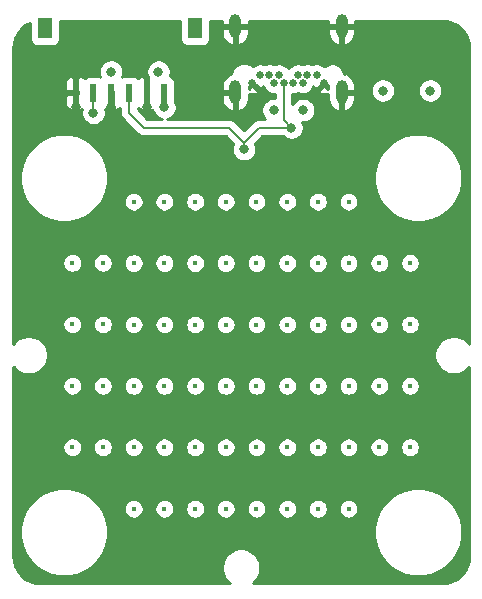
<source format=gbr>
G04 #@! TF.GenerationSoftware,KiCad,Pcbnew,(5.1.9-0-10_14)*
G04 #@! TF.CreationDate,2022-03-05T13:35:39-08:00*
G04 #@! TF.ProjectId,LED_array,4c45445f-6172-4726-9179-2e6b69636164,rev?*
G04 #@! TF.SameCoordinates,Original*
G04 #@! TF.FileFunction,Copper,L4,Bot*
G04 #@! TF.FilePolarity,Positive*
%FSLAX46Y46*%
G04 Gerber Fmt 4.6, Leading zero omitted, Abs format (unit mm)*
G04 Created by KiCad (PCBNEW (5.1.9-0-10_14)) date 2022-03-05 13:35:39*
%MOMM*%
%LPD*%
G01*
G04 APERTURE LIST*
G04 #@! TA.AperFunction,ComponentPad*
%ADD10C,0.650000*%
G04 #@! TD*
G04 #@! TA.AperFunction,ComponentPad*
%ADD11O,1.000000X2.000000*%
G04 #@! TD*
G04 #@! TA.AperFunction,SMDPad,CuDef*
%ADD12R,1.250000X1.800000*%
G04 #@! TD*
G04 #@! TA.AperFunction,SMDPad,CuDef*
%ADD13R,0.600000X1.600000*%
G04 #@! TD*
G04 #@! TA.AperFunction,ViaPad*
%ADD14C,0.800000*%
G04 #@! TD*
G04 #@! TA.AperFunction,ViaPad*
%ADD15C,0.400000*%
G04 #@! TD*
G04 #@! TA.AperFunction,Conductor*
%ADD16C,0.500000*%
G04 #@! TD*
G04 #@! TA.AperFunction,Conductor*
%ADD17C,0.200000*%
G04 #@! TD*
G04 #@! TA.AperFunction,Conductor*
%ADD18C,0.254000*%
G04 #@! TD*
G04 #@! TA.AperFunction,Conductor*
%ADD19C,0.100000*%
G04 #@! TD*
G04 APERTURE END LIST*
D10*
X60950000Y-26950000D03*
X61600000Y-26250000D03*
X62400000Y-26250000D03*
X62800000Y-26950000D03*
X63200000Y-26250000D03*
X63600000Y-26950000D03*
X64400000Y-26950000D03*
X64800000Y-26250000D03*
X65200000Y-26950000D03*
X65600000Y-26250000D03*
X66400000Y-26250000D03*
X67050000Y-26950000D03*
D11*
X68500000Y-27750000D03*
X59500000Y-27750000D03*
X68500000Y-22150000D03*
X59500000Y-22150000D03*
D12*
X43395000Y-22310000D03*
D13*
X53500000Y-27800000D03*
X52000000Y-27800000D03*
X50500000Y-27800000D03*
X49000000Y-27800000D03*
X47500000Y-27800000D03*
D12*
X56105000Y-22310000D03*
D13*
X46000000Y-27800000D03*
D14*
X66750000Y-29250000D03*
X76000000Y-22400000D03*
X72000000Y-22400000D03*
X47600000Y-22400000D03*
X51600000Y-22400000D03*
X52000000Y-29000000D03*
X49000000Y-29000000D03*
X46000000Y-29000000D03*
D15*
X71700000Y-39600000D03*
X45700000Y-39600000D03*
X50900000Y-34400000D03*
X53500000Y-34400000D03*
X56100000Y-34400000D03*
X58700000Y-34400000D03*
X61300000Y-34400000D03*
X63900000Y-34400000D03*
X66500000Y-34400000D03*
X69100000Y-34400000D03*
X50900000Y-39600000D03*
X53500000Y-39600000D03*
X56100000Y-39600000D03*
X58700000Y-39600000D03*
X61300000Y-39600000D03*
X63900000Y-39600000D03*
X66500000Y-39600000D03*
X69100000Y-39600000D03*
X50900000Y-44800000D03*
X53500000Y-44800000D03*
X56100000Y-44800000D03*
X58700000Y-44800000D03*
X61300000Y-44800000D03*
X63900000Y-44800000D03*
X66500000Y-44800000D03*
X69100000Y-44800000D03*
X50900000Y-50000000D03*
X53500000Y-50000000D03*
X56100000Y-50000000D03*
X58700000Y-50000000D03*
X61300000Y-50000000D03*
X63900000Y-50000000D03*
X66500000Y-50000000D03*
X69100000Y-50000000D03*
X50900000Y-55200000D03*
X53500000Y-55200000D03*
X56100000Y-55200000D03*
X58700000Y-55200000D03*
X61300000Y-55200000D03*
X63900000Y-55200000D03*
X66500000Y-55200000D03*
X69100000Y-55200000D03*
X50900000Y-60400000D03*
X53500000Y-60400000D03*
X56100000Y-60400000D03*
X58700000Y-60400000D03*
X61300000Y-60400000D03*
X63900000Y-60400000D03*
X66500000Y-60400000D03*
X69100000Y-60400000D03*
X50900000Y-65600000D03*
X53500000Y-65600000D03*
X56100000Y-65600000D03*
X58700000Y-65600000D03*
X61300000Y-65600000D03*
X63900000Y-65600000D03*
X66500000Y-65600000D03*
X69100000Y-65600000D03*
X48300000Y-39600000D03*
X45700000Y-44800000D03*
X48300000Y-44800000D03*
X45700000Y-50000000D03*
X48300000Y-50000000D03*
X45700000Y-55200000D03*
X48300000Y-55200000D03*
X45700000Y-60400000D03*
X48300000Y-60400000D03*
X74300000Y-39600000D03*
X71700000Y-44800000D03*
X74300000Y-44800000D03*
X71700000Y-50000000D03*
X74300000Y-50000000D03*
X71700000Y-55200000D03*
X74300000Y-55200000D03*
X71700000Y-60400000D03*
X74300000Y-60400000D03*
D14*
X61250000Y-29250000D03*
X65250000Y-29250000D03*
X62750000Y-29250000D03*
X53500000Y-29000000D03*
D15*
X71700000Y-42200000D03*
X45700000Y-42200000D03*
X50900000Y-37010000D03*
X53500000Y-37010000D03*
X56100000Y-37010000D03*
X58700000Y-37010000D03*
X61300000Y-37010000D03*
X63900000Y-37010000D03*
X66500000Y-37010000D03*
X69100000Y-37010000D03*
X50900000Y-42210000D03*
X53500000Y-42210000D03*
X56100000Y-42210000D03*
X58700000Y-42210000D03*
X61300000Y-42210000D03*
X63900000Y-42210000D03*
X66500000Y-42210000D03*
X69100000Y-42210000D03*
X50900000Y-47410000D03*
X53500000Y-47410000D03*
X56100000Y-47410000D03*
X58700000Y-47410000D03*
X61300000Y-47410000D03*
X63900000Y-47410000D03*
X66500000Y-47410000D03*
X69100000Y-47410000D03*
X50900000Y-52610000D03*
X53500000Y-52610000D03*
X56100000Y-52610000D03*
X58700000Y-52610000D03*
X61300000Y-52610000D03*
X63900000Y-52610000D03*
X66500000Y-52610000D03*
X69100000Y-52610000D03*
X50900000Y-57810000D03*
X53500000Y-57810000D03*
X56100000Y-57810000D03*
X58700000Y-57810000D03*
X61300000Y-57810000D03*
X63900000Y-57810000D03*
X66500000Y-57810000D03*
X69100000Y-57810000D03*
X50900000Y-63010000D03*
X53500000Y-63010000D03*
X56100000Y-63010000D03*
X58700000Y-63010000D03*
X61300000Y-63010000D03*
X63900000Y-63010000D03*
X66500000Y-63010000D03*
X69100000Y-63010000D03*
X48300000Y-42200000D03*
X45700000Y-47400000D03*
X48300000Y-47400000D03*
X45700000Y-52600000D03*
X48300000Y-52600000D03*
X45700000Y-57800000D03*
X48300000Y-57800000D03*
X74300000Y-42200000D03*
X71700000Y-47400000D03*
X74300000Y-47400000D03*
X71700000Y-52600000D03*
X74300000Y-52600000D03*
X71700000Y-57800000D03*
X74300000Y-57800000D03*
D14*
X76000000Y-27600000D03*
X72000000Y-27600000D03*
X53000000Y-26000000D03*
X49000000Y-26000000D03*
X64250000Y-30750000D03*
X60250000Y-32570000D03*
X47500000Y-29500000D03*
D16*
X46000000Y-29000000D02*
X46000000Y-27800000D01*
X49000000Y-29000000D02*
X49000000Y-27800000D01*
X52000000Y-29000000D02*
X52000000Y-27800000D01*
X53500000Y-29000000D02*
X53500000Y-27800000D01*
D17*
X60250000Y-32570000D02*
X60250000Y-32000000D01*
X60250000Y-32000000D02*
X61500000Y-30750000D01*
X50500000Y-27800000D02*
X50500000Y-29500000D01*
X60250000Y-32000000D02*
X59000000Y-30750000D01*
X51750000Y-30750000D02*
X50500000Y-29500000D01*
X59000000Y-30750000D02*
X51750000Y-30750000D01*
X61500000Y-30750000D02*
X64250000Y-30750000D01*
X63600000Y-30100000D02*
X64250000Y-30750000D01*
X63600000Y-26950000D02*
X63600000Y-30100000D01*
X47500000Y-27800000D02*
X47500000Y-29500000D01*
D18*
X54841928Y-23210000D02*
X54854188Y-23334482D01*
X54890498Y-23454180D01*
X54949463Y-23564494D01*
X55028815Y-23661185D01*
X55125506Y-23740537D01*
X55235820Y-23799502D01*
X55355518Y-23835812D01*
X55480000Y-23848072D01*
X56730000Y-23848072D01*
X56854482Y-23835812D01*
X56974180Y-23799502D01*
X57084494Y-23740537D01*
X57181185Y-23661185D01*
X57260537Y-23564494D01*
X57319502Y-23454180D01*
X57355812Y-23334482D01*
X57368072Y-23210000D01*
X57368072Y-22277000D01*
X58365000Y-22277000D01*
X58365000Y-22777000D01*
X58411585Y-22995987D01*
X58499997Y-23201678D01*
X58626839Y-23386169D01*
X58787236Y-23542369D01*
X58975024Y-23664276D01*
X59198126Y-23744119D01*
X59373000Y-23617954D01*
X59373000Y-22277000D01*
X59627000Y-22277000D01*
X59627000Y-23617954D01*
X59801874Y-23744119D01*
X60024976Y-23664276D01*
X60212764Y-23542369D01*
X60373161Y-23386169D01*
X60500003Y-23201678D01*
X60588415Y-22995987D01*
X60635000Y-22777000D01*
X60635000Y-22277000D01*
X67365000Y-22277000D01*
X67365000Y-22777000D01*
X67411585Y-22995987D01*
X67499997Y-23201678D01*
X67626839Y-23386169D01*
X67787236Y-23542369D01*
X67975024Y-23664276D01*
X68198126Y-23744119D01*
X68373000Y-23617954D01*
X68373000Y-22277000D01*
X68627000Y-22277000D01*
X68627000Y-23617954D01*
X68801874Y-23744119D01*
X69024976Y-23664276D01*
X69212764Y-23542369D01*
X69373161Y-23386169D01*
X69500003Y-23201678D01*
X69588415Y-22995987D01*
X69635000Y-22777000D01*
X69635000Y-22277000D01*
X68627000Y-22277000D01*
X68373000Y-22277000D01*
X67365000Y-22277000D01*
X60635000Y-22277000D01*
X59627000Y-22277000D01*
X59373000Y-22277000D01*
X58365000Y-22277000D01*
X57368072Y-22277000D01*
X57368072Y-21685000D01*
X58365000Y-21685000D01*
X58365000Y-22023000D01*
X59373000Y-22023000D01*
X59373000Y-22003000D01*
X59627000Y-22003000D01*
X59627000Y-22023000D01*
X60635000Y-22023000D01*
X60635000Y-21685000D01*
X67365000Y-21685000D01*
X67365000Y-22023000D01*
X68373000Y-22023000D01*
X68373000Y-22003000D01*
X68627000Y-22003000D01*
X68627000Y-22023000D01*
X69635000Y-22023000D01*
X69635000Y-21685000D01*
X76966495Y-21685000D01*
X77449016Y-21732312D01*
X77880930Y-21862714D01*
X78279285Y-22074524D01*
X78628914Y-22359675D01*
X78916497Y-22707303D01*
X79131086Y-23104177D01*
X79264498Y-23535161D01*
X79315000Y-24015654D01*
X79315001Y-49025116D01*
X79269987Y-48957748D01*
X79042252Y-48730013D01*
X78774463Y-48551082D01*
X78476912Y-48427832D01*
X78161033Y-48365000D01*
X77838967Y-48365000D01*
X77523088Y-48427832D01*
X77225537Y-48551082D01*
X76957748Y-48730013D01*
X76730013Y-48957748D01*
X76551082Y-49225537D01*
X76427832Y-49523088D01*
X76365000Y-49838967D01*
X76365000Y-50161033D01*
X76427832Y-50476912D01*
X76551082Y-50774463D01*
X76730013Y-51042252D01*
X76957748Y-51269987D01*
X77225537Y-51448918D01*
X77523088Y-51572168D01*
X77838967Y-51635000D01*
X78161033Y-51635000D01*
X78476912Y-51572168D01*
X78774463Y-51448918D01*
X79042252Y-51269987D01*
X79269987Y-51042252D01*
X79315001Y-50974884D01*
X79315001Y-66966485D01*
X79267688Y-67449016D01*
X79137287Y-67880927D01*
X78925480Y-68279280D01*
X78640325Y-68628914D01*
X78292697Y-68916497D01*
X77895825Y-69131085D01*
X77464834Y-69264500D01*
X76984346Y-69315000D01*
X60974885Y-69315000D01*
X61042252Y-69269987D01*
X61269987Y-69042252D01*
X61448918Y-68774463D01*
X61572168Y-68476912D01*
X61635000Y-68161033D01*
X61635000Y-67838967D01*
X61572168Y-67523088D01*
X61448918Y-67225537D01*
X61269987Y-66957748D01*
X61042252Y-66730013D01*
X60774463Y-66551082D01*
X60476912Y-66427832D01*
X60161033Y-66365000D01*
X59838967Y-66365000D01*
X59523088Y-66427832D01*
X59225537Y-66551082D01*
X58957748Y-66730013D01*
X58730013Y-66957748D01*
X58551082Y-67225537D01*
X58427832Y-67523088D01*
X58365000Y-67838967D01*
X58365000Y-68161033D01*
X58427832Y-68476912D01*
X58551082Y-68774463D01*
X58730013Y-69042252D01*
X58957748Y-69269987D01*
X59025115Y-69315000D01*
X43033504Y-69315000D01*
X42550984Y-69267688D01*
X42119073Y-69137287D01*
X41720720Y-68925480D01*
X41371086Y-68640325D01*
X41083503Y-68292697D01*
X40868915Y-67895825D01*
X40735500Y-67464834D01*
X40685000Y-66984346D01*
X40685000Y-64631946D01*
X41263081Y-64631946D01*
X41263081Y-65368054D01*
X41406689Y-66090019D01*
X41688386Y-66770095D01*
X42097346Y-67382147D01*
X42617853Y-67902654D01*
X43229905Y-68311614D01*
X43909981Y-68593311D01*
X44631946Y-68736919D01*
X45368054Y-68736919D01*
X46090019Y-68593311D01*
X46770095Y-68311614D01*
X47382147Y-67902654D01*
X47902654Y-67382147D01*
X48311614Y-66770095D01*
X48593311Y-66090019D01*
X48736919Y-65368054D01*
X48736919Y-64631946D01*
X71263081Y-64631946D01*
X71263081Y-65368054D01*
X71406689Y-66090019D01*
X71688386Y-66770095D01*
X72097346Y-67382147D01*
X72617853Y-67902654D01*
X73229905Y-68311614D01*
X73909981Y-68593311D01*
X74631946Y-68736919D01*
X75368054Y-68736919D01*
X76090019Y-68593311D01*
X76770095Y-68311614D01*
X77382147Y-67902654D01*
X77902654Y-67382147D01*
X78311614Y-66770095D01*
X78593311Y-66090019D01*
X78736919Y-65368054D01*
X78736919Y-64631946D01*
X78593311Y-63909981D01*
X78311614Y-63229905D01*
X77902654Y-62617853D01*
X77382147Y-62097346D01*
X76770095Y-61688386D01*
X76090019Y-61406689D01*
X75368054Y-61263081D01*
X74631946Y-61263081D01*
X73909981Y-61406689D01*
X73229905Y-61688386D01*
X72617853Y-62097346D01*
X72097346Y-62617853D01*
X71688386Y-63229905D01*
X71406689Y-63909981D01*
X71263081Y-64631946D01*
X48736919Y-64631946D01*
X48593311Y-63909981D01*
X48311614Y-63229905D01*
X48109728Y-62927760D01*
X50065000Y-62927760D01*
X50065000Y-63092240D01*
X50097089Y-63253560D01*
X50160033Y-63405521D01*
X50251413Y-63542281D01*
X50367719Y-63658587D01*
X50504479Y-63749967D01*
X50656440Y-63812911D01*
X50817760Y-63845000D01*
X50982240Y-63845000D01*
X51143560Y-63812911D01*
X51295521Y-63749967D01*
X51432281Y-63658587D01*
X51548587Y-63542281D01*
X51639967Y-63405521D01*
X51702911Y-63253560D01*
X51735000Y-63092240D01*
X51735000Y-62927760D01*
X52665000Y-62927760D01*
X52665000Y-63092240D01*
X52697089Y-63253560D01*
X52760033Y-63405521D01*
X52851413Y-63542281D01*
X52967719Y-63658587D01*
X53104479Y-63749967D01*
X53256440Y-63812911D01*
X53417760Y-63845000D01*
X53582240Y-63845000D01*
X53743560Y-63812911D01*
X53895521Y-63749967D01*
X54032281Y-63658587D01*
X54148587Y-63542281D01*
X54239967Y-63405521D01*
X54302911Y-63253560D01*
X54335000Y-63092240D01*
X54335000Y-62927760D01*
X55265000Y-62927760D01*
X55265000Y-63092240D01*
X55297089Y-63253560D01*
X55360033Y-63405521D01*
X55451413Y-63542281D01*
X55567719Y-63658587D01*
X55704479Y-63749967D01*
X55856440Y-63812911D01*
X56017760Y-63845000D01*
X56182240Y-63845000D01*
X56343560Y-63812911D01*
X56495521Y-63749967D01*
X56632281Y-63658587D01*
X56748587Y-63542281D01*
X56839967Y-63405521D01*
X56902911Y-63253560D01*
X56935000Y-63092240D01*
X56935000Y-62927760D01*
X57865000Y-62927760D01*
X57865000Y-63092240D01*
X57897089Y-63253560D01*
X57960033Y-63405521D01*
X58051413Y-63542281D01*
X58167719Y-63658587D01*
X58304479Y-63749967D01*
X58456440Y-63812911D01*
X58617760Y-63845000D01*
X58782240Y-63845000D01*
X58943560Y-63812911D01*
X59095521Y-63749967D01*
X59232281Y-63658587D01*
X59348587Y-63542281D01*
X59439967Y-63405521D01*
X59502911Y-63253560D01*
X59535000Y-63092240D01*
X59535000Y-62927760D01*
X60465000Y-62927760D01*
X60465000Y-63092240D01*
X60497089Y-63253560D01*
X60560033Y-63405521D01*
X60651413Y-63542281D01*
X60767719Y-63658587D01*
X60904479Y-63749967D01*
X61056440Y-63812911D01*
X61217760Y-63845000D01*
X61382240Y-63845000D01*
X61543560Y-63812911D01*
X61695521Y-63749967D01*
X61832281Y-63658587D01*
X61948587Y-63542281D01*
X62039967Y-63405521D01*
X62102911Y-63253560D01*
X62135000Y-63092240D01*
X62135000Y-62927760D01*
X63065000Y-62927760D01*
X63065000Y-63092240D01*
X63097089Y-63253560D01*
X63160033Y-63405521D01*
X63251413Y-63542281D01*
X63367719Y-63658587D01*
X63504479Y-63749967D01*
X63656440Y-63812911D01*
X63817760Y-63845000D01*
X63982240Y-63845000D01*
X64143560Y-63812911D01*
X64295521Y-63749967D01*
X64432281Y-63658587D01*
X64548587Y-63542281D01*
X64639967Y-63405521D01*
X64702911Y-63253560D01*
X64735000Y-63092240D01*
X64735000Y-62927760D01*
X65665000Y-62927760D01*
X65665000Y-63092240D01*
X65697089Y-63253560D01*
X65760033Y-63405521D01*
X65851413Y-63542281D01*
X65967719Y-63658587D01*
X66104479Y-63749967D01*
X66256440Y-63812911D01*
X66417760Y-63845000D01*
X66582240Y-63845000D01*
X66743560Y-63812911D01*
X66895521Y-63749967D01*
X67032281Y-63658587D01*
X67148587Y-63542281D01*
X67239967Y-63405521D01*
X67302911Y-63253560D01*
X67335000Y-63092240D01*
X67335000Y-62927760D01*
X68265000Y-62927760D01*
X68265000Y-63092240D01*
X68297089Y-63253560D01*
X68360033Y-63405521D01*
X68451413Y-63542281D01*
X68567719Y-63658587D01*
X68704479Y-63749967D01*
X68856440Y-63812911D01*
X69017760Y-63845000D01*
X69182240Y-63845000D01*
X69343560Y-63812911D01*
X69495521Y-63749967D01*
X69632281Y-63658587D01*
X69748587Y-63542281D01*
X69839967Y-63405521D01*
X69902911Y-63253560D01*
X69935000Y-63092240D01*
X69935000Y-62927760D01*
X69902911Y-62766440D01*
X69839967Y-62614479D01*
X69748587Y-62477719D01*
X69632281Y-62361413D01*
X69495521Y-62270033D01*
X69343560Y-62207089D01*
X69182240Y-62175000D01*
X69017760Y-62175000D01*
X68856440Y-62207089D01*
X68704479Y-62270033D01*
X68567719Y-62361413D01*
X68451413Y-62477719D01*
X68360033Y-62614479D01*
X68297089Y-62766440D01*
X68265000Y-62927760D01*
X67335000Y-62927760D01*
X67302911Y-62766440D01*
X67239967Y-62614479D01*
X67148587Y-62477719D01*
X67032281Y-62361413D01*
X66895521Y-62270033D01*
X66743560Y-62207089D01*
X66582240Y-62175000D01*
X66417760Y-62175000D01*
X66256440Y-62207089D01*
X66104479Y-62270033D01*
X65967719Y-62361413D01*
X65851413Y-62477719D01*
X65760033Y-62614479D01*
X65697089Y-62766440D01*
X65665000Y-62927760D01*
X64735000Y-62927760D01*
X64702911Y-62766440D01*
X64639967Y-62614479D01*
X64548587Y-62477719D01*
X64432281Y-62361413D01*
X64295521Y-62270033D01*
X64143560Y-62207089D01*
X63982240Y-62175000D01*
X63817760Y-62175000D01*
X63656440Y-62207089D01*
X63504479Y-62270033D01*
X63367719Y-62361413D01*
X63251413Y-62477719D01*
X63160033Y-62614479D01*
X63097089Y-62766440D01*
X63065000Y-62927760D01*
X62135000Y-62927760D01*
X62102911Y-62766440D01*
X62039967Y-62614479D01*
X61948587Y-62477719D01*
X61832281Y-62361413D01*
X61695521Y-62270033D01*
X61543560Y-62207089D01*
X61382240Y-62175000D01*
X61217760Y-62175000D01*
X61056440Y-62207089D01*
X60904479Y-62270033D01*
X60767719Y-62361413D01*
X60651413Y-62477719D01*
X60560033Y-62614479D01*
X60497089Y-62766440D01*
X60465000Y-62927760D01*
X59535000Y-62927760D01*
X59502911Y-62766440D01*
X59439967Y-62614479D01*
X59348587Y-62477719D01*
X59232281Y-62361413D01*
X59095521Y-62270033D01*
X58943560Y-62207089D01*
X58782240Y-62175000D01*
X58617760Y-62175000D01*
X58456440Y-62207089D01*
X58304479Y-62270033D01*
X58167719Y-62361413D01*
X58051413Y-62477719D01*
X57960033Y-62614479D01*
X57897089Y-62766440D01*
X57865000Y-62927760D01*
X56935000Y-62927760D01*
X56902911Y-62766440D01*
X56839967Y-62614479D01*
X56748587Y-62477719D01*
X56632281Y-62361413D01*
X56495521Y-62270033D01*
X56343560Y-62207089D01*
X56182240Y-62175000D01*
X56017760Y-62175000D01*
X55856440Y-62207089D01*
X55704479Y-62270033D01*
X55567719Y-62361413D01*
X55451413Y-62477719D01*
X55360033Y-62614479D01*
X55297089Y-62766440D01*
X55265000Y-62927760D01*
X54335000Y-62927760D01*
X54302911Y-62766440D01*
X54239967Y-62614479D01*
X54148587Y-62477719D01*
X54032281Y-62361413D01*
X53895521Y-62270033D01*
X53743560Y-62207089D01*
X53582240Y-62175000D01*
X53417760Y-62175000D01*
X53256440Y-62207089D01*
X53104479Y-62270033D01*
X52967719Y-62361413D01*
X52851413Y-62477719D01*
X52760033Y-62614479D01*
X52697089Y-62766440D01*
X52665000Y-62927760D01*
X51735000Y-62927760D01*
X51702911Y-62766440D01*
X51639967Y-62614479D01*
X51548587Y-62477719D01*
X51432281Y-62361413D01*
X51295521Y-62270033D01*
X51143560Y-62207089D01*
X50982240Y-62175000D01*
X50817760Y-62175000D01*
X50656440Y-62207089D01*
X50504479Y-62270033D01*
X50367719Y-62361413D01*
X50251413Y-62477719D01*
X50160033Y-62614479D01*
X50097089Y-62766440D01*
X50065000Y-62927760D01*
X48109728Y-62927760D01*
X47902654Y-62617853D01*
X47382147Y-62097346D01*
X46770095Y-61688386D01*
X46090019Y-61406689D01*
X45368054Y-61263081D01*
X44631946Y-61263081D01*
X43909981Y-61406689D01*
X43229905Y-61688386D01*
X42617853Y-62097346D01*
X42097346Y-62617853D01*
X41688386Y-63229905D01*
X41406689Y-63909981D01*
X41263081Y-64631946D01*
X40685000Y-64631946D01*
X40685000Y-57717760D01*
X44865000Y-57717760D01*
X44865000Y-57882240D01*
X44897089Y-58043560D01*
X44960033Y-58195521D01*
X45051413Y-58332281D01*
X45167719Y-58448587D01*
X45304479Y-58539967D01*
X45456440Y-58602911D01*
X45617760Y-58635000D01*
X45782240Y-58635000D01*
X45943560Y-58602911D01*
X46095521Y-58539967D01*
X46232281Y-58448587D01*
X46348587Y-58332281D01*
X46439967Y-58195521D01*
X46502911Y-58043560D01*
X46535000Y-57882240D01*
X46535000Y-57717760D01*
X47465000Y-57717760D01*
X47465000Y-57882240D01*
X47497089Y-58043560D01*
X47560033Y-58195521D01*
X47651413Y-58332281D01*
X47767719Y-58448587D01*
X47904479Y-58539967D01*
X48056440Y-58602911D01*
X48217760Y-58635000D01*
X48382240Y-58635000D01*
X48543560Y-58602911D01*
X48695521Y-58539967D01*
X48832281Y-58448587D01*
X48948587Y-58332281D01*
X49039967Y-58195521D01*
X49102911Y-58043560D01*
X49135000Y-57882240D01*
X49135000Y-57727760D01*
X50065000Y-57727760D01*
X50065000Y-57892240D01*
X50097089Y-58053560D01*
X50160033Y-58205521D01*
X50251413Y-58342281D01*
X50367719Y-58458587D01*
X50504479Y-58549967D01*
X50656440Y-58612911D01*
X50817760Y-58645000D01*
X50982240Y-58645000D01*
X51143560Y-58612911D01*
X51295521Y-58549967D01*
X51432281Y-58458587D01*
X51548587Y-58342281D01*
X51639967Y-58205521D01*
X51702911Y-58053560D01*
X51735000Y-57892240D01*
X51735000Y-57727760D01*
X52665000Y-57727760D01*
X52665000Y-57892240D01*
X52697089Y-58053560D01*
X52760033Y-58205521D01*
X52851413Y-58342281D01*
X52967719Y-58458587D01*
X53104479Y-58549967D01*
X53256440Y-58612911D01*
X53417760Y-58645000D01*
X53582240Y-58645000D01*
X53743560Y-58612911D01*
X53895521Y-58549967D01*
X54032281Y-58458587D01*
X54148587Y-58342281D01*
X54239967Y-58205521D01*
X54302911Y-58053560D01*
X54335000Y-57892240D01*
X54335000Y-57727760D01*
X55265000Y-57727760D01*
X55265000Y-57892240D01*
X55297089Y-58053560D01*
X55360033Y-58205521D01*
X55451413Y-58342281D01*
X55567719Y-58458587D01*
X55704479Y-58549967D01*
X55856440Y-58612911D01*
X56017760Y-58645000D01*
X56182240Y-58645000D01*
X56343560Y-58612911D01*
X56495521Y-58549967D01*
X56632281Y-58458587D01*
X56748587Y-58342281D01*
X56839967Y-58205521D01*
X56902911Y-58053560D01*
X56935000Y-57892240D01*
X56935000Y-57727760D01*
X57865000Y-57727760D01*
X57865000Y-57892240D01*
X57897089Y-58053560D01*
X57960033Y-58205521D01*
X58051413Y-58342281D01*
X58167719Y-58458587D01*
X58304479Y-58549967D01*
X58456440Y-58612911D01*
X58617760Y-58645000D01*
X58782240Y-58645000D01*
X58943560Y-58612911D01*
X59095521Y-58549967D01*
X59232281Y-58458587D01*
X59348587Y-58342281D01*
X59439967Y-58205521D01*
X59502911Y-58053560D01*
X59535000Y-57892240D01*
X59535000Y-57727760D01*
X60465000Y-57727760D01*
X60465000Y-57892240D01*
X60497089Y-58053560D01*
X60560033Y-58205521D01*
X60651413Y-58342281D01*
X60767719Y-58458587D01*
X60904479Y-58549967D01*
X61056440Y-58612911D01*
X61217760Y-58645000D01*
X61382240Y-58645000D01*
X61543560Y-58612911D01*
X61695521Y-58549967D01*
X61832281Y-58458587D01*
X61948587Y-58342281D01*
X62039967Y-58205521D01*
X62102911Y-58053560D01*
X62135000Y-57892240D01*
X62135000Y-57727760D01*
X63065000Y-57727760D01*
X63065000Y-57892240D01*
X63097089Y-58053560D01*
X63160033Y-58205521D01*
X63251413Y-58342281D01*
X63367719Y-58458587D01*
X63504479Y-58549967D01*
X63656440Y-58612911D01*
X63817760Y-58645000D01*
X63982240Y-58645000D01*
X64143560Y-58612911D01*
X64295521Y-58549967D01*
X64432281Y-58458587D01*
X64548587Y-58342281D01*
X64639967Y-58205521D01*
X64702911Y-58053560D01*
X64735000Y-57892240D01*
X64735000Y-57727760D01*
X65665000Y-57727760D01*
X65665000Y-57892240D01*
X65697089Y-58053560D01*
X65760033Y-58205521D01*
X65851413Y-58342281D01*
X65967719Y-58458587D01*
X66104479Y-58549967D01*
X66256440Y-58612911D01*
X66417760Y-58645000D01*
X66582240Y-58645000D01*
X66743560Y-58612911D01*
X66895521Y-58549967D01*
X67032281Y-58458587D01*
X67148587Y-58342281D01*
X67239967Y-58205521D01*
X67302911Y-58053560D01*
X67335000Y-57892240D01*
X67335000Y-57727760D01*
X68265000Y-57727760D01*
X68265000Y-57892240D01*
X68297089Y-58053560D01*
X68360033Y-58205521D01*
X68451413Y-58342281D01*
X68567719Y-58458587D01*
X68704479Y-58549967D01*
X68856440Y-58612911D01*
X69017760Y-58645000D01*
X69182240Y-58645000D01*
X69343560Y-58612911D01*
X69495521Y-58549967D01*
X69632281Y-58458587D01*
X69748587Y-58342281D01*
X69839967Y-58205521D01*
X69902911Y-58053560D01*
X69935000Y-57892240D01*
X69935000Y-57727760D01*
X69933011Y-57717760D01*
X70865000Y-57717760D01*
X70865000Y-57882240D01*
X70897089Y-58043560D01*
X70960033Y-58195521D01*
X71051413Y-58332281D01*
X71167719Y-58448587D01*
X71304479Y-58539967D01*
X71456440Y-58602911D01*
X71617760Y-58635000D01*
X71782240Y-58635000D01*
X71943560Y-58602911D01*
X72095521Y-58539967D01*
X72232281Y-58448587D01*
X72348587Y-58332281D01*
X72439967Y-58195521D01*
X72502911Y-58043560D01*
X72535000Y-57882240D01*
X72535000Y-57717760D01*
X73465000Y-57717760D01*
X73465000Y-57882240D01*
X73497089Y-58043560D01*
X73560033Y-58195521D01*
X73651413Y-58332281D01*
X73767719Y-58448587D01*
X73904479Y-58539967D01*
X74056440Y-58602911D01*
X74217760Y-58635000D01*
X74382240Y-58635000D01*
X74543560Y-58602911D01*
X74695521Y-58539967D01*
X74832281Y-58448587D01*
X74948587Y-58332281D01*
X75039967Y-58195521D01*
X75102911Y-58043560D01*
X75135000Y-57882240D01*
X75135000Y-57717760D01*
X75102911Y-57556440D01*
X75039967Y-57404479D01*
X74948587Y-57267719D01*
X74832281Y-57151413D01*
X74695521Y-57060033D01*
X74543560Y-56997089D01*
X74382240Y-56965000D01*
X74217760Y-56965000D01*
X74056440Y-56997089D01*
X73904479Y-57060033D01*
X73767719Y-57151413D01*
X73651413Y-57267719D01*
X73560033Y-57404479D01*
X73497089Y-57556440D01*
X73465000Y-57717760D01*
X72535000Y-57717760D01*
X72502911Y-57556440D01*
X72439967Y-57404479D01*
X72348587Y-57267719D01*
X72232281Y-57151413D01*
X72095521Y-57060033D01*
X71943560Y-56997089D01*
X71782240Y-56965000D01*
X71617760Y-56965000D01*
X71456440Y-56997089D01*
X71304479Y-57060033D01*
X71167719Y-57151413D01*
X71051413Y-57267719D01*
X70960033Y-57404479D01*
X70897089Y-57556440D01*
X70865000Y-57717760D01*
X69933011Y-57717760D01*
X69902911Y-57566440D01*
X69839967Y-57414479D01*
X69748587Y-57277719D01*
X69632281Y-57161413D01*
X69495521Y-57070033D01*
X69343560Y-57007089D01*
X69182240Y-56975000D01*
X69017760Y-56975000D01*
X68856440Y-57007089D01*
X68704479Y-57070033D01*
X68567719Y-57161413D01*
X68451413Y-57277719D01*
X68360033Y-57414479D01*
X68297089Y-57566440D01*
X68265000Y-57727760D01*
X67335000Y-57727760D01*
X67302911Y-57566440D01*
X67239967Y-57414479D01*
X67148587Y-57277719D01*
X67032281Y-57161413D01*
X66895521Y-57070033D01*
X66743560Y-57007089D01*
X66582240Y-56975000D01*
X66417760Y-56975000D01*
X66256440Y-57007089D01*
X66104479Y-57070033D01*
X65967719Y-57161413D01*
X65851413Y-57277719D01*
X65760033Y-57414479D01*
X65697089Y-57566440D01*
X65665000Y-57727760D01*
X64735000Y-57727760D01*
X64702911Y-57566440D01*
X64639967Y-57414479D01*
X64548587Y-57277719D01*
X64432281Y-57161413D01*
X64295521Y-57070033D01*
X64143560Y-57007089D01*
X63982240Y-56975000D01*
X63817760Y-56975000D01*
X63656440Y-57007089D01*
X63504479Y-57070033D01*
X63367719Y-57161413D01*
X63251413Y-57277719D01*
X63160033Y-57414479D01*
X63097089Y-57566440D01*
X63065000Y-57727760D01*
X62135000Y-57727760D01*
X62102911Y-57566440D01*
X62039967Y-57414479D01*
X61948587Y-57277719D01*
X61832281Y-57161413D01*
X61695521Y-57070033D01*
X61543560Y-57007089D01*
X61382240Y-56975000D01*
X61217760Y-56975000D01*
X61056440Y-57007089D01*
X60904479Y-57070033D01*
X60767719Y-57161413D01*
X60651413Y-57277719D01*
X60560033Y-57414479D01*
X60497089Y-57566440D01*
X60465000Y-57727760D01*
X59535000Y-57727760D01*
X59502911Y-57566440D01*
X59439967Y-57414479D01*
X59348587Y-57277719D01*
X59232281Y-57161413D01*
X59095521Y-57070033D01*
X58943560Y-57007089D01*
X58782240Y-56975000D01*
X58617760Y-56975000D01*
X58456440Y-57007089D01*
X58304479Y-57070033D01*
X58167719Y-57161413D01*
X58051413Y-57277719D01*
X57960033Y-57414479D01*
X57897089Y-57566440D01*
X57865000Y-57727760D01*
X56935000Y-57727760D01*
X56902911Y-57566440D01*
X56839967Y-57414479D01*
X56748587Y-57277719D01*
X56632281Y-57161413D01*
X56495521Y-57070033D01*
X56343560Y-57007089D01*
X56182240Y-56975000D01*
X56017760Y-56975000D01*
X55856440Y-57007089D01*
X55704479Y-57070033D01*
X55567719Y-57161413D01*
X55451413Y-57277719D01*
X55360033Y-57414479D01*
X55297089Y-57566440D01*
X55265000Y-57727760D01*
X54335000Y-57727760D01*
X54302911Y-57566440D01*
X54239967Y-57414479D01*
X54148587Y-57277719D01*
X54032281Y-57161413D01*
X53895521Y-57070033D01*
X53743560Y-57007089D01*
X53582240Y-56975000D01*
X53417760Y-56975000D01*
X53256440Y-57007089D01*
X53104479Y-57070033D01*
X52967719Y-57161413D01*
X52851413Y-57277719D01*
X52760033Y-57414479D01*
X52697089Y-57566440D01*
X52665000Y-57727760D01*
X51735000Y-57727760D01*
X51702911Y-57566440D01*
X51639967Y-57414479D01*
X51548587Y-57277719D01*
X51432281Y-57161413D01*
X51295521Y-57070033D01*
X51143560Y-57007089D01*
X50982240Y-56975000D01*
X50817760Y-56975000D01*
X50656440Y-57007089D01*
X50504479Y-57070033D01*
X50367719Y-57161413D01*
X50251413Y-57277719D01*
X50160033Y-57414479D01*
X50097089Y-57566440D01*
X50065000Y-57727760D01*
X49135000Y-57727760D01*
X49135000Y-57717760D01*
X49102911Y-57556440D01*
X49039967Y-57404479D01*
X48948587Y-57267719D01*
X48832281Y-57151413D01*
X48695521Y-57060033D01*
X48543560Y-56997089D01*
X48382240Y-56965000D01*
X48217760Y-56965000D01*
X48056440Y-56997089D01*
X47904479Y-57060033D01*
X47767719Y-57151413D01*
X47651413Y-57267719D01*
X47560033Y-57404479D01*
X47497089Y-57556440D01*
X47465000Y-57717760D01*
X46535000Y-57717760D01*
X46502911Y-57556440D01*
X46439967Y-57404479D01*
X46348587Y-57267719D01*
X46232281Y-57151413D01*
X46095521Y-57060033D01*
X45943560Y-56997089D01*
X45782240Y-56965000D01*
X45617760Y-56965000D01*
X45456440Y-56997089D01*
X45304479Y-57060033D01*
X45167719Y-57151413D01*
X45051413Y-57267719D01*
X44960033Y-57404479D01*
X44897089Y-57556440D01*
X44865000Y-57717760D01*
X40685000Y-57717760D01*
X40685000Y-52517760D01*
X44865000Y-52517760D01*
X44865000Y-52682240D01*
X44897089Y-52843560D01*
X44960033Y-52995521D01*
X45051413Y-53132281D01*
X45167719Y-53248587D01*
X45304479Y-53339967D01*
X45456440Y-53402911D01*
X45617760Y-53435000D01*
X45782240Y-53435000D01*
X45943560Y-53402911D01*
X46095521Y-53339967D01*
X46232281Y-53248587D01*
X46348587Y-53132281D01*
X46439967Y-52995521D01*
X46502911Y-52843560D01*
X46535000Y-52682240D01*
X46535000Y-52517760D01*
X47465000Y-52517760D01*
X47465000Y-52682240D01*
X47497089Y-52843560D01*
X47560033Y-52995521D01*
X47651413Y-53132281D01*
X47767719Y-53248587D01*
X47904479Y-53339967D01*
X48056440Y-53402911D01*
X48217760Y-53435000D01*
X48382240Y-53435000D01*
X48543560Y-53402911D01*
X48695521Y-53339967D01*
X48832281Y-53248587D01*
X48948587Y-53132281D01*
X49039967Y-52995521D01*
X49102911Y-52843560D01*
X49135000Y-52682240D01*
X49135000Y-52527760D01*
X50065000Y-52527760D01*
X50065000Y-52692240D01*
X50097089Y-52853560D01*
X50160033Y-53005521D01*
X50251413Y-53142281D01*
X50367719Y-53258587D01*
X50504479Y-53349967D01*
X50656440Y-53412911D01*
X50817760Y-53445000D01*
X50982240Y-53445000D01*
X51143560Y-53412911D01*
X51295521Y-53349967D01*
X51432281Y-53258587D01*
X51548587Y-53142281D01*
X51639967Y-53005521D01*
X51702911Y-52853560D01*
X51735000Y-52692240D01*
X51735000Y-52527760D01*
X52665000Y-52527760D01*
X52665000Y-52692240D01*
X52697089Y-52853560D01*
X52760033Y-53005521D01*
X52851413Y-53142281D01*
X52967719Y-53258587D01*
X53104479Y-53349967D01*
X53256440Y-53412911D01*
X53417760Y-53445000D01*
X53582240Y-53445000D01*
X53743560Y-53412911D01*
X53895521Y-53349967D01*
X54032281Y-53258587D01*
X54148587Y-53142281D01*
X54239967Y-53005521D01*
X54302911Y-52853560D01*
X54335000Y-52692240D01*
X54335000Y-52527760D01*
X55265000Y-52527760D01*
X55265000Y-52692240D01*
X55297089Y-52853560D01*
X55360033Y-53005521D01*
X55451413Y-53142281D01*
X55567719Y-53258587D01*
X55704479Y-53349967D01*
X55856440Y-53412911D01*
X56017760Y-53445000D01*
X56182240Y-53445000D01*
X56343560Y-53412911D01*
X56495521Y-53349967D01*
X56632281Y-53258587D01*
X56748587Y-53142281D01*
X56839967Y-53005521D01*
X56902911Y-52853560D01*
X56935000Y-52692240D01*
X56935000Y-52527760D01*
X57865000Y-52527760D01*
X57865000Y-52692240D01*
X57897089Y-52853560D01*
X57960033Y-53005521D01*
X58051413Y-53142281D01*
X58167719Y-53258587D01*
X58304479Y-53349967D01*
X58456440Y-53412911D01*
X58617760Y-53445000D01*
X58782240Y-53445000D01*
X58943560Y-53412911D01*
X59095521Y-53349967D01*
X59232281Y-53258587D01*
X59348587Y-53142281D01*
X59439967Y-53005521D01*
X59502911Y-52853560D01*
X59535000Y-52692240D01*
X59535000Y-52527760D01*
X60465000Y-52527760D01*
X60465000Y-52692240D01*
X60497089Y-52853560D01*
X60560033Y-53005521D01*
X60651413Y-53142281D01*
X60767719Y-53258587D01*
X60904479Y-53349967D01*
X61056440Y-53412911D01*
X61217760Y-53445000D01*
X61382240Y-53445000D01*
X61543560Y-53412911D01*
X61695521Y-53349967D01*
X61832281Y-53258587D01*
X61948587Y-53142281D01*
X62039967Y-53005521D01*
X62102911Y-52853560D01*
X62135000Y-52692240D01*
X62135000Y-52527760D01*
X63065000Y-52527760D01*
X63065000Y-52692240D01*
X63097089Y-52853560D01*
X63160033Y-53005521D01*
X63251413Y-53142281D01*
X63367719Y-53258587D01*
X63504479Y-53349967D01*
X63656440Y-53412911D01*
X63817760Y-53445000D01*
X63982240Y-53445000D01*
X64143560Y-53412911D01*
X64295521Y-53349967D01*
X64432281Y-53258587D01*
X64548587Y-53142281D01*
X64639967Y-53005521D01*
X64702911Y-52853560D01*
X64735000Y-52692240D01*
X64735000Y-52527760D01*
X65665000Y-52527760D01*
X65665000Y-52692240D01*
X65697089Y-52853560D01*
X65760033Y-53005521D01*
X65851413Y-53142281D01*
X65967719Y-53258587D01*
X66104479Y-53349967D01*
X66256440Y-53412911D01*
X66417760Y-53445000D01*
X66582240Y-53445000D01*
X66743560Y-53412911D01*
X66895521Y-53349967D01*
X67032281Y-53258587D01*
X67148587Y-53142281D01*
X67239967Y-53005521D01*
X67302911Y-52853560D01*
X67335000Y-52692240D01*
X67335000Y-52527760D01*
X68265000Y-52527760D01*
X68265000Y-52692240D01*
X68297089Y-52853560D01*
X68360033Y-53005521D01*
X68451413Y-53142281D01*
X68567719Y-53258587D01*
X68704479Y-53349967D01*
X68856440Y-53412911D01*
X69017760Y-53445000D01*
X69182240Y-53445000D01*
X69343560Y-53412911D01*
X69495521Y-53349967D01*
X69632281Y-53258587D01*
X69748587Y-53142281D01*
X69839967Y-53005521D01*
X69902911Y-52853560D01*
X69935000Y-52692240D01*
X69935000Y-52527760D01*
X69933011Y-52517760D01*
X70865000Y-52517760D01*
X70865000Y-52682240D01*
X70897089Y-52843560D01*
X70960033Y-52995521D01*
X71051413Y-53132281D01*
X71167719Y-53248587D01*
X71304479Y-53339967D01*
X71456440Y-53402911D01*
X71617760Y-53435000D01*
X71782240Y-53435000D01*
X71943560Y-53402911D01*
X72095521Y-53339967D01*
X72232281Y-53248587D01*
X72348587Y-53132281D01*
X72439967Y-52995521D01*
X72502911Y-52843560D01*
X72535000Y-52682240D01*
X72535000Y-52517760D01*
X73465000Y-52517760D01*
X73465000Y-52682240D01*
X73497089Y-52843560D01*
X73560033Y-52995521D01*
X73651413Y-53132281D01*
X73767719Y-53248587D01*
X73904479Y-53339967D01*
X74056440Y-53402911D01*
X74217760Y-53435000D01*
X74382240Y-53435000D01*
X74543560Y-53402911D01*
X74695521Y-53339967D01*
X74832281Y-53248587D01*
X74948587Y-53132281D01*
X75039967Y-52995521D01*
X75102911Y-52843560D01*
X75135000Y-52682240D01*
X75135000Y-52517760D01*
X75102911Y-52356440D01*
X75039967Y-52204479D01*
X74948587Y-52067719D01*
X74832281Y-51951413D01*
X74695521Y-51860033D01*
X74543560Y-51797089D01*
X74382240Y-51765000D01*
X74217760Y-51765000D01*
X74056440Y-51797089D01*
X73904479Y-51860033D01*
X73767719Y-51951413D01*
X73651413Y-52067719D01*
X73560033Y-52204479D01*
X73497089Y-52356440D01*
X73465000Y-52517760D01*
X72535000Y-52517760D01*
X72502911Y-52356440D01*
X72439967Y-52204479D01*
X72348587Y-52067719D01*
X72232281Y-51951413D01*
X72095521Y-51860033D01*
X71943560Y-51797089D01*
X71782240Y-51765000D01*
X71617760Y-51765000D01*
X71456440Y-51797089D01*
X71304479Y-51860033D01*
X71167719Y-51951413D01*
X71051413Y-52067719D01*
X70960033Y-52204479D01*
X70897089Y-52356440D01*
X70865000Y-52517760D01*
X69933011Y-52517760D01*
X69902911Y-52366440D01*
X69839967Y-52214479D01*
X69748587Y-52077719D01*
X69632281Y-51961413D01*
X69495521Y-51870033D01*
X69343560Y-51807089D01*
X69182240Y-51775000D01*
X69017760Y-51775000D01*
X68856440Y-51807089D01*
X68704479Y-51870033D01*
X68567719Y-51961413D01*
X68451413Y-52077719D01*
X68360033Y-52214479D01*
X68297089Y-52366440D01*
X68265000Y-52527760D01*
X67335000Y-52527760D01*
X67302911Y-52366440D01*
X67239967Y-52214479D01*
X67148587Y-52077719D01*
X67032281Y-51961413D01*
X66895521Y-51870033D01*
X66743560Y-51807089D01*
X66582240Y-51775000D01*
X66417760Y-51775000D01*
X66256440Y-51807089D01*
X66104479Y-51870033D01*
X65967719Y-51961413D01*
X65851413Y-52077719D01*
X65760033Y-52214479D01*
X65697089Y-52366440D01*
X65665000Y-52527760D01*
X64735000Y-52527760D01*
X64702911Y-52366440D01*
X64639967Y-52214479D01*
X64548587Y-52077719D01*
X64432281Y-51961413D01*
X64295521Y-51870033D01*
X64143560Y-51807089D01*
X63982240Y-51775000D01*
X63817760Y-51775000D01*
X63656440Y-51807089D01*
X63504479Y-51870033D01*
X63367719Y-51961413D01*
X63251413Y-52077719D01*
X63160033Y-52214479D01*
X63097089Y-52366440D01*
X63065000Y-52527760D01*
X62135000Y-52527760D01*
X62102911Y-52366440D01*
X62039967Y-52214479D01*
X61948587Y-52077719D01*
X61832281Y-51961413D01*
X61695521Y-51870033D01*
X61543560Y-51807089D01*
X61382240Y-51775000D01*
X61217760Y-51775000D01*
X61056440Y-51807089D01*
X60904479Y-51870033D01*
X60767719Y-51961413D01*
X60651413Y-52077719D01*
X60560033Y-52214479D01*
X60497089Y-52366440D01*
X60465000Y-52527760D01*
X59535000Y-52527760D01*
X59502911Y-52366440D01*
X59439967Y-52214479D01*
X59348587Y-52077719D01*
X59232281Y-51961413D01*
X59095521Y-51870033D01*
X58943560Y-51807089D01*
X58782240Y-51775000D01*
X58617760Y-51775000D01*
X58456440Y-51807089D01*
X58304479Y-51870033D01*
X58167719Y-51961413D01*
X58051413Y-52077719D01*
X57960033Y-52214479D01*
X57897089Y-52366440D01*
X57865000Y-52527760D01*
X56935000Y-52527760D01*
X56902911Y-52366440D01*
X56839967Y-52214479D01*
X56748587Y-52077719D01*
X56632281Y-51961413D01*
X56495521Y-51870033D01*
X56343560Y-51807089D01*
X56182240Y-51775000D01*
X56017760Y-51775000D01*
X55856440Y-51807089D01*
X55704479Y-51870033D01*
X55567719Y-51961413D01*
X55451413Y-52077719D01*
X55360033Y-52214479D01*
X55297089Y-52366440D01*
X55265000Y-52527760D01*
X54335000Y-52527760D01*
X54302911Y-52366440D01*
X54239967Y-52214479D01*
X54148587Y-52077719D01*
X54032281Y-51961413D01*
X53895521Y-51870033D01*
X53743560Y-51807089D01*
X53582240Y-51775000D01*
X53417760Y-51775000D01*
X53256440Y-51807089D01*
X53104479Y-51870033D01*
X52967719Y-51961413D01*
X52851413Y-52077719D01*
X52760033Y-52214479D01*
X52697089Y-52366440D01*
X52665000Y-52527760D01*
X51735000Y-52527760D01*
X51702911Y-52366440D01*
X51639967Y-52214479D01*
X51548587Y-52077719D01*
X51432281Y-51961413D01*
X51295521Y-51870033D01*
X51143560Y-51807089D01*
X50982240Y-51775000D01*
X50817760Y-51775000D01*
X50656440Y-51807089D01*
X50504479Y-51870033D01*
X50367719Y-51961413D01*
X50251413Y-52077719D01*
X50160033Y-52214479D01*
X50097089Y-52366440D01*
X50065000Y-52527760D01*
X49135000Y-52527760D01*
X49135000Y-52517760D01*
X49102911Y-52356440D01*
X49039967Y-52204479D01*
X48948587Y-52067719D01*
X48832281Y-51951413D01*
X48695521Y-51860033D01*
X48543560Y-51797089D01*
X48382240Y-51765000D01*
X48217760Y-51765000D01*
X48056440Y-51797089D01*
X47904479Y-51860033D01*
X47767719Y-51951413D01*
X47651413Y-52067719D01*
X47560033Y-52204479D01*
X47497089Y-52356440D01*
X47465000Y-52517760D01*
X46535000Y-52517760D01*
X46502911Y-52356440D01*
X46439967Y-52204479D01*
X46348587Y-52067719D01*
X46232281Y-51951413D01*
X46095521Y-51860033D01*
X45943560Y-51797089D01*
X45782240Y-51765000D01*
X45617760Y-51765000D01*
X45456440Y-51797089D01*
X45304479Y-51860033D01*
X45167719Y-51951413D01*
X45051413Y-52067719D01*
X44960033Y-52204479D01*
X44897089Y-52356440D01*
X44865000Y-52517760D01*
X40685000Y-52517760D01*
X40685000Y-50974885D01*
X40730013Y-51042252D01*
X40957748Y-51269987D01*
X41225537Y-51448918D01*
X41523088Y-51572168D01*
X41838967Y-51635000D01*
X42161033Y-51635000D01*
X42476912Y-51572168D01*
X42774463Y-51448918D01*
X43042252Y-51269987D01*
X43269987Y-51042252D01*
X43448918Y-50774463D01*
X43572168Y-50476912D01*
X43635000Y-50161033D01*
X43635000Y-49838967D01*
X43572168Y-49523088D01*
X43448918Y-49225537D01*
X43269987Y-48957748D01*
X43042252Y-48730013D01*
X42774463Y-48551082D01*
X42476912Y-48427832D01*
X42161033Y-48365000D01*
X41838967Y-48365000D01*
X41523088Y-48427832D01*
X41225537Y-48551082D01*
X40957748Y-48730013D01*
X40730013Y-48957748D01*
X40685000Y-49025115D01*
X40685000Y-47317760D01*
X44865000Y-47317760D01*
X44865000Y-47482240D01*
X44897089Y-47643560D01*
X44960033Y-47795521D01*
X45051413Y-47932281D01*
X45167719Y-48048587D01*
X45304479Y-48139967D01*
X45456440Y-48202911D01*
X45617760Y-48235000D01*
X45782240Y-48235000D01*
X45943560Y-48202911D01*
X46095521Y-48139967D01*
X46232281Y-48048587D01*
X46348587Y-47932281D01*
X46439967Y-47795521D01*
X46502911Y-47643560D01*
X46535000Y-47482240D01*
X46535000Y-47317760D01*
X47465000Y-47317760D01*
X47465000Y-47482240D01*
X47497089Y-47643560D01*
X47560033Y-47795521D01*
X47651413Y-47932281D01*
X47767719Y-48048587D01*
X47904479Y-48139967D01*
X48056440Y-48202911D01*
X48217760Y-48235000D01*
X48382240Y-48235000D01*
X48543560Y-48202911D01*
X48695521Y-48139967D01*
X48832281Y-48048587D01*
X48948587Y-47932281D01*
X49039967Y-47795521D01*
X49102911Y-47643560D01*
X49135000Y-47482240D01*
X49135000Y-47327760D01*
X50065000Y-47327760D01*
X50065000Y-47492240D01*
X50097089Y-47653560D01*
X50160033Y-47805521D01*
X50251413Y-47942281D01*
X50367719Y-48058587D01*
X50504479Y-48149967D01*
X50656440Y-48212911D01*
X50817760Y-48245000D01*
X50982240Y-48245000D01*
X51143560Y-48212911D01*
X51295521Y-48149967D01*
X51432281Y-48058587D01*
X51548587Y-47942281D01*
X51639967Y-47805521D01*
X51702911Y-47653560D01*
X51735000Y-47492240D01*
X51735000Y-47327760D01*
X52665000Y-47327760D01*
X52665000Y-47492240D01*
X52697089Y-47653560D01*
X52760033Y-47805521D01*
X52851413Y-47942281D01*
X52967719Y-48058587D01*
X53104479Y-48149967D01*
X53256440Y-48212911D01*
X53417760Y-48245000D01*
X53582240Y-48245000D01*
X53743560Y-48212911D01*
X53895521Y-48149967D01*
X54032281Y-48058587D01*
X54148587Y-47942281D01*
X54239967Y-47805521D01*
X54302911Y-47653560D01*
X54335000Y-47492240D01*
X54335000Y-47327760D01*
X55265000Y-47327760D01*
X55265000Y-47492240D01*
X55297089Y-47653560D01*
X55360033Y-47805521D01*
X55451413Y-47942281D01*
X55567719Y-48058587D01*
X55704479Y-48149967D01*
X55856440Y-48212911D01*
X56017760Y-48245000D01*
X56182240Y-48245000D01*
X56343560Y-48212911D01*
X56495521Y-48149967D01*
X56632281Y-48058587D01*
X56748587Y-47942281D01*
X56839967Y-47805521D01*
X56902911Y-47653560D01*
X56935000Y-47492240D01*
X56935000Y-47327760D01*
X57865000Y-47327760D01*
X57865000Y-47492240D01*
X57897089Y-47653560D01*
X57960033Y-47805521D01*
X58051413Y-47942281D01*
X58167719Y-48058587D01*
X58304479Y-48149967D01*
X58456440Y-48212911D01*
X58617760Y-48245000D01*
X58782240Y-48245000D01*
X58943560Y-48212911D01*
X59095521Y-48149967D01*
X59232281Y-48058587D01*
X59348587Y-47942281D01*
X59439967Y-47805521D01*
X59502911Y-47653560D01*
X59535000Y-47492240D01*
X59535000Y-47327760D01*
X60465000Y-47327760D01*
X60465000Y-47492240D01*
X60497089Y-47653560D01*
X60560033Y-47805521D01*
X60651413Y-47942281D01*
X60767719Y-48058587D01*
X60904479Y-48149967D01*
X61056440Y-48212911D01*
X61217760Y-48245000D01*
X61382240Y-48245000D01*
X61543560Y-48212911D01*
X61695521Y-48149967D01*
X61832281Y-48058587D01*
X61948587Y-47942281D01*
X62039967Y-47805521D01*
X62102911Y-47653560D01*
X62135000Y-47492240D01*
X62135000Y-47327760D01*
X63065000Y-47327760D01*
X63065000Y-47492240D01*
X63097089Y-47653560D01*
X63160033Y-47805521D01*
X63251413Y-47942281D01*
X63367719Y-48058587D01*
X63504479Y-48149967D01*
X63656440Y-48212911D01*
X63817760Y-48245000D01*
X63982240Y-48245000D01*
X64143560Y-48212911D01*
X64295521Y-48149967D01*
X64432281Y-48058587D01*
X64548587Y-47942281D01*
X64639967Y-47805521D01*
X64702911Y-47653560D01*
X64735000Y-47492240D01*
X64735000Y-47327760D01*
X65665000Y-47327760D01*
X65665000Y-47492240D01*
X65697089Y-47653560D01*
X65760033Y-47805521D01*
X65851413Y-47942281D01*
X65967719Y-48058587D01*
X66104479Y-48149967D01*
X66256440Y-48212911D01*
X66417760Y-48245000D01*
X66582240Y-48245000D01*
X66743560Y-48212911D01*
X66895521Y-48149967D01*
X67032281Y-48058587D01*
X67148587Y-47942281D01*
X67239967Y-47805521D01*
X67302911Y-47653560D01*
X67335000Y-47492240D01*
X67335000Y-47327760D01*
X68265000Y-47327760D01*
X68265000Y-47492240D01*
X68297089Y-47653560D01*
X68360033Y-47805521D01*
X68451413Y-47942281D01*
X68567719Y-48058587D01*
X68704479Y-48149967D01*
X68856440Y-48212911D01*
X69017760Y-48245000D01*
X69182240Y-48245000D01*
X69343560Y-48212911D01*
X69495521Y-48149967D01*
X69632281Y-48058587D01*
X69748587Y-47942281D01*
X69839967Y-47805521D01*
X69902911Y-47653560D01*
X69935000Y-47492240D01*
X69935000Y-47327760D01*
X69933011Y-47317760D01*
X70865000Y-47317760D01*
X70865000Y-47482240D01*
X70897089Y-47643560D01*
X70960033Y-47795521D01*
X71051413Y-47932281D01*
X71167719Y-48048587D01*
X71304479Y-48139967D01*
X71456440Y-48202911D01*
X71617760Y-48235000D01*
X71782240Y-48235000D01*
X71943560Y-48202911D01*
X72095521Y-48139967D01*
X72232281Y-48048587D01*
X72348587Y-47932281D01*
X72439967Y-47795521D01*
X72502911Y-47643560D01*
X72535000Y-47482240D01*
X72535000Y-47317760D01*
X73465000Y-47317760D01*
X73465000Y-47482240D01*
X73497089Y-47643560D01*
X73560033Y-47795521D01*
X73651413Y-47932281D01*
X73767719Y-48048587D01*
X73904479Y-48139967D01*
X74056440Y-48202911D01*
X74217760Y-48235000D01*
X74382240Y-48235000D01*
X74543560Y-48202911D01*
X74695521Y-48139967D01*
X74832281Y-48048587D01*
X74948587Y-47932281D01*
X75039967Y-47795521D01*
X75102911Y-47643560D01*
X75135000Y-47482240D01*
X75135000Y-47317760D01*
X75102911Y-47156440D01*
X75039967Y-47004479D01*
X74948587Y-46867719D01*
X74832281Y-46751413D01*
X74695521Y-46660033D01*
X74543560Y-46597089D01*
X74382240Y-46565000D01*
X74217760Y-46565000D01*
X74056440Y-46597089D01*
X73904479Y-46660033D01*
X73767719Y-46751413D01*
X73651413Y-46867719D01*
X73560033Y-47004479D01*
X73497089Y-47156440D01*
X73465000Y-47317760D01*
X72535000Y-47317760D01*
X72502911Y-47156440D01*
X72439967Y-47004479D01*
X72348587Y-46867719D01*
X72232281Y-46751413D01*
X72095521Y-46660033D01*
X71943560Y-46597089D01*
X71782240Y-46565000D01*
X71617760Y-46565000D01*
X71456440Y-46597089D01*
X71304479Y-46660033D01*
X71167719Y-46751413D01*
X71051413Y-46867719D01*
X70960033Y-47004479D01*
X70897089Y-47156440D01*
X70865000Y-47317760D01*
X69933011Y-47317760D01*
X69902911Y-47166440D01*
X69839967Y-47014479D01*
X69748587Y-46877719D01*
X69632281Y-46761413D01*
X69495521Y-46670033D01*
X69343560Y-46607089D01*
X69182240Y-46575000D01*
X69017760Y-46575000D01*
X68856440Y-46607089D01*
X68704479Y-46670033D01*
X68567719Y-46761413D01*
X68451413Y-46877719D01*
X68360033Y-47014479D01*
X68297089Y-47166440D01*
X68265000Y-47327760D01*
X67335000Y-47327760D01*
X67302911Y-47166440D01*
X67239967Y-47014479D01*
X67148587Y-46877719D01*
X67032281Y-46761413D01*
X66895521Y-46670033D01*
X66743560Y-46607089D01*
X66582240Y-46575000D01*
X66417760Y-46575000D01*
X66256440Y-46607089D01*
X66104479Y-46670033D01*
X65967719Y-46761413D01*
X65851413Y-46877719D01*
X65760033Y-47014479D01*
X65697089Y-47166440D01*
X65665000Y-47327760D01*
X64735000Y-47327760D01*
X64702911Y-47166440D01*
X64639967Y-47014479D01*
X64548587Y-46877719D01*
X64432281Y-46761413D01*
X64295521Y-46670033D01*
X64143560Y-46607089D01*
X63982240Y-46575000D01*
X63817760Y-46575000D01*
X63656440Y-46607089D01*
X63504479Y-46670033D01*
X63367719Y-46761413D01*
X63251413Y-46877719D01*
X63160033Y-47014479D01*
X63097089Y-47166440D01*
X63065000Y-47327760D01*
X62135000Y-47327760D01*
X62102911Y-47166440D01*
X62039967Y-47014479D01*
X61948587Y-46877719D01*
X61832281Y-46761413D01*
X61695521Y-46670033D01*
X61543560Y-46607089D01*
X61382240Y-46575000D01*
X61217760Y-46575000D01*
X61056440Y-46607089D01*
X60904479Y-46670033D01*
X60767719Y-46761413D01*
X60651413Y-46877719D01*
X60560033Y-47014479D01*
X60497089Y-47166440D01*
X60465000Y-47327760D01*
X59535000Y-47327760D01*
X59502911Y-47166440D01*
X59439967Y-47014479D01*
X59348587Y-46877719D01*
X59232281Y-46761413D01*
X59095521Y-46670033D01*
X58943560Y-46607089D01*
X58782240Y-46575000D01*
X58617760Y-46575000D01*
X58456440Y-46607089D01*
X58304479Y-46670033D01*
X58167719Y-46761413D01*
X58051413Y-46877719D01*
X57960033Y-47014479D01*
X57897089Y-47166440D01*
X57865000Y-47327760D01*
X56935000Y-47327760D01*
X56902911Y-47166440D01*
X56839967Y-47014479D01*
X56748587Y-46877719D01*
X56632281Y-46761413D01*
X56495521Y-46670033D01*
X56343560Y-46607089D01*
X56182240Y-46575000D01*
X56017760Y-46575000D01*
X55856440Y-46607089D01*
X55704479Y-46670033D01*
X55567719Y-46761413D01*
X55451413Y-46877719D01*
X55360033Y-47014479D01*
X55297089Y-47166440D01*
X55265000Y-47327760D01*
X54335000Y-47327760D01*
X54302911Y-47166440D01*
X54239967Y-47014479D01*
X54148587Y-46877719D01*
X54032281Y-46761413D01*
X53895521Y-46670033D01*
X53743560Y-46607089D01*
X53582240Y-46575000D01*
X53417760Y-46575000D01*
X53256440Y-46607089D01*
X53104479Y-46670033D01*
X52967719Y-46761413D01*
X52851413Y-46877719D01*
X52760033Y-47014479D01*
X52697089Y-47166440D01*
X52665000Y-47327760D01*
X51735000Y-47327760D01*
X51702911Y-47166440D01*
X51639967Y-47014479D01*
X51548587Y-46877719D01*
X51432281Y-46761413D01*
X51295521Y-46670033D01*
X51143560Y-46607089D01*
X50982240Y-46575000D01*
X50817760Y-46575000D01*
X50656440Y-46607089D01*
X50504479Y-46670033D01*
X50367719Y-46761413D01*
X50251413Y-46877719D01*
X50160033Y-47014479D01*
X50097089Y-47166440D01*
X50065000Y-47327760D01*
X49135000Y-47327760D01*
X49135000Y-47317760D01*
X49102911Y-47156440D01*
X49039967Y-47004479D01*
X48948587Y-46867719D01*
X48832281Y-46751413D01*
X48695521Y-46660033D01*
X48543560Y-46597089D01*
X48382240Y-46565000D01*
X48217760Y-46565000D01*
X48056440Y-46597089D01*
X47904479Y-46660033D01*
X47767719Y-46751413D01*
X47651413Y-46867719D01*
X47560033Y-47004479D01*
X47497089Y-47156440D01*
X47465000Y-47317760D01*
X46535000Y-47317760D01*
X46502911Y-47156440D01*
X46439967Y-47004479D01*
X46348587Y-46867719D01*
X46232281Y-46751413D01*
X46095521Y-46660033D01*
X45943560Y-46597089D01*
X45782240Y-46565000D01*
X45617760Y-46565000D01*
X45456440Y-46597089D01*
X45304479Y-46660033D01*
X45167719Y-46751413D01*
X45051413Y-46867719D01*
X44960033Y-47004479D01*
X44897089Y-47156440D01*
X44865000Y-47317760D01*
X40685000Y-47317760D01*
X40685000Y-42117760D01*
X44865000Y-42117760D01*
X44865000Y-42282240D01*
X44897089Y-42443560D01*
X44960033Y-42595521D01*
X45051413Y-42732281D01*
X45167719Y-42848587D01*
X45304479Y-42939967D01*
X45456440Y-43002911D01*
X45617760Y-43035000D01*
X45782240Y-43035000D01*
X45943560Y-43002911D01*
X46095521Y-42939967D01*
X46232281Y-42848587D01*
X46348587Y-42732281D01*
X46439967Y-42595521D01*
X46502911Y-42443560D01*
X46535000Y-42282240D01*
X46535000Y-42117760D01*
X47465000Y-42117760D01*
X47465000Y-42282240D01*
X47497089Y-42443560D01*
X47560033Y-42595521D01*
X47651413Y-42732281D01*
X47767719Y-42848587D01*
X47904479Y-42939967D01*
X48056440Y-43002911D01*
X48217760Y-43035000D01*
X48382240Y-43035000D01*
X48543560Y-43002911D01*
X48695521Y-42939967D01*
X48832281Y-42848587D01*
X48948587Y-42732281D01*
X49039967Y-42595521D01*
X49102911Y-42443560D01*
X49135000Y-42282240D01*
X49135000Y-42127760D01*
X50065000Y-42127760D01*
X50065000Y-42292240D01*
X50097089Y-42453560D01*
X50160033Y-42605521D01*
X50251413Y-42742281D01*
X50367719Y-42858587D01*
X50504479Y-42949967D01*
X50656440Y-43012911D01*
X50817760Y-43045000D01*
X50982240Y-43045000D01*
X51143560Y-43012911D01*
X51295521Y-42949967D01*
X51432281Y-42858587D01*
X51548587Y-42742281D01*
X51639967Y-42605521D01*
X51702911Y-42453560D01*
X51735000Y-42292240D01*
X51735000Y-42127760D01*
X52665000Y-42127760D01*
X52665000Y-42292240D01*
X52697089Y-42453560D01*
X52760033Y-42605521D01*
X52851413Y-42742281D01*
X52967719Y-42858587D01*
X53104479Y-42949967D01*
X53256440Y-43012911D01*
X53417760Y-43045000D01*
X53582240Y-43045000D01*
X53743560Y-43012911D01*
X53895521Y-42949967D01*
X54032281Y-42858587D01*
X54148587Y-42742281D01*
X54239967Y-42605521D01*
X54302911Y-42453560D01*
X54335000Y-42292240D01*
X54335000Y-42127760D01*
X55265000Y-42127760D01*
X55265000Y-42292240D01*
X55297089Y-42453560D01*
X55360033Y-42605521D01*
X55451413Y-42742281D01*
X55567719Y-42858587D01*
X55704479Y-42949967D01*
X55856440Y-43012911D01*
X56017760Y-43045000D01*
X56182240Y-43045000D01*
X56343560Y-43012911D01*
X56495521Y-42949967D01*
X56632281Y-42858587D01*
X56748587Y-42742281D01*
X56839967Y-42605521D01*
X56902911Y-42453560D01*
X56935000Y-42292240D01*
X56935000Y-42127760D01*
X57865000Y-42127760D01*
X57865000Y-42292240D01*
X57897089Y-42453560D01*
X57960033Y-42605521D01*
X58051413Y-42742281D01*
X58167719Y-42858587D01*
X58304479Y-42949967D01*
X58456440Y-43012911D01*
X58617760Y-43045000D01*
X58782240Y-43045000D01*
X58943560Y-43012911D01*
X59095521Y-42949967D01*
X59232281Y-42858587D01*
X59348587Y-42742281D01*
X59439967Y-42605521D01*
X59502911Y-42453560D01*
X59535000Y-42292240D01*
X59535000Y-42127760D01*
X60465000Y-42127760D01*
X60465000Y-42292240D01*
X60497089Y-42453560D01*
X60560033Y-42605521D01*
X60651413Y-42742281D01*
X60767719Y-42858587D01*
X60904479Y-42949967D01*
X61056440Y-43012911D01*
X61217760Y-43045000D01*
X61382240Y-43045000D01*
X61543560Y-43012911D01*
X61695521Y-42949967D01*
X61832281Y-42858587D01*
X61948587Y-42742281D01*
X62039967Y-42605521D01*
X62102911Y-42453560D01*
X62135000Y-42292240D01*
X62135000Y-42127760D01*
X63065000Y-42127760D01*
X63065000Y-42292240D01*
X63097089Y-42453560D01*
X63160033Y-42605521D01*
X63251413Y-42742281D01*
X63367719Y-42858587D01*
X63504479Y-42949967D01*
X63656440Y-43012911D01*
X63817760Y-43045000D01*
X63982240Y-43045000D01*
X64143560Y-43012911D01*
X64295521Y-42949967D01*
X64432281Y-42858587D01*
X64548587Y-42742281D01*
X64639967Y-42605521D01*
X64702911Y-42453560D01*
X64735000Y-42292240D01*
X64735000Y-42127760D01*
X65665000Y-42127760D01*
X65665000Y-42292240D01*
X65697089Y-42453560D01*
X65760033Y-42605521D01*
X65851413Y-42742281D01*
X65967719Y-42858587D01*
X66104479Y-42949967D01*
X66256440Y-43012911D01*
X66417760Y-43045000D01*
X66582240Y-43045000D01*
X66743560Y-43012911D01*
X66895521Y-42949967D01*
X67032281Y-42858587D01*
X67148587Y-42742281D01*
X67239967Y-42605521D01*
X67302911Y-42453560D01*
X67335000Y-42292240D01*
X67335000Y-42127760D01*
X68265000Y-42127760D01*
X68265000Y-42292240D01*
X68297089Y-42453560D01*
X68360033Y-42605521D01*
X68451413Y-42742281D01*
X68567719Y-42858587D01*
X68704479Y-42949967D01*
X68856440Y-43012911D01*
X69017760Y-43045000D01*
X69182240Y-43045000D01*
X69343560Y-43012911D01*
X69495521Y-42949967D01*
X69632281Y-42858587D01*
X69748587Y-42742281D01*
X69839967Y-42605521D01*
X69902911Y-42453560D01*
X69935000Y-42292240D01*
X69935000Y-42127760D01*
X69933011Y-42117760D01*
X70865000Y-42117760D01*
X70865000Y-42282240D01*
X70897089Y-42443560D01*
X70960033Y-42595521D01*
X71051413Y-42732281D01*
X71167719Y-42848587D01*
X71304479Y-42939967D01*
X71456440Y-43002911D01*
X71617760Y-43035000D01*
X71782240Y-43035000D01*
X71943560Y-43002911D01*
X72095521Y-42939967D01*
X72232281Y-42848587D01*
X72348587Y-42732281D01*
X72439967Y-42595521D01*
X72502911Y-42443560D01*
X72535000Y-42282240D01*
X72535000Y-42117760D01*
X73465000Y-42117760D01*
X73465000Y-42282240D01*
X73497089Y-42443560D01*
X73560033Y-42595521D01*
X73651413Y-42732281D01*
X73767719Y-42848587D01*
X73904479Y-42939967D01*
X74056440Y-43002911D01*
X74217760Y-43035000D01*
X74382240Y-43035000D01*
X74543560Y-43002911D01*
X74695521Y-42939967D01*
X74832281Y-42848587D01*
X74948587Y-42732281D01*
X75039967Y-42595521D01*
X75102911Y-42443560D01*
X75135000Y-42282240D01*
X75135000Y-42117760D01*
X75102911Y-41956440D01*
X75039967Y-41804479D01*
X74948587Y-41667719D01*
X74832281Y-41551413D01*
X74695521Y-41460033D01*
X74543560Y-41397089D01*
X74382240Y-41365000D01*
X74217760Y-41365000D01*
X74056440Y-41397089D01*
X73904479Y-41460033D01*
X73767719Y-41551413D01*
X73651413Y-41667719D01*
X73560033Y-41804479D01*
X73497089Y-41956440D01*
X73465000Y-42117760D01*
X72535000Y-42117760D01*
X72502911Y-41956440D01*
X72439967Y-41804479D01*
X72348587Y-41667719D01*
X72232281Y-41551413D01*
X72095521Y-41460033D01*
X71943560Y-41397089D01*
X71782240Y-41365000D01*
X71617760Y-41365000D01*
X71456440Y-41397089D01*
X71304479Y-41460033D01*
X71167719Y-41551413D01*
X71051413Y-41667719D01*
X70960033Y-41804479D01*
X70897089Y-41956440D01*
X70865000Y-42117760D01*
X69933011Y-42117760D01*
X69902911Y-41966440D01*
X69839967Y-41814479D01*
X69748587Y-41677719D01*
X69632281Y-41561413D01*
X69495521Y-41470033D01*
X69343560Y-41407089D01*
X69182240Y-41375000D01*
X69017760Y-41375000D01*
X68856440Y-41407089D01*
X68704479Y-41470033D01*
X68567719Y-41561413D01*
X68451413Y-41677719D01*
X68360033Y-41814479D01*
X68297089Y-41966440D01*
X68265000Y-42127760D01*
X67335000Y-42127760D01*
X67302911Y-41966440D01*
X67239967Y-41814479D01*
X67148587Y-41677719D01*
X67032281Y-41561413D01*
X66895521Y-41470033D01*
X66743560Y-41407089D01*
X66582240Y-41375000D01*
X66417760Y-41375000D01*
X66256440Y-41407089D01*
X66104479Y-41470033D01*
X65967719Y-41561413D01*
X65851413Y-41677719D01*
X65760033Y-41814479D01*
X65697089Y-41966440D01*
X65665000Y-42127760D01*
X64735000Y-42127760D01*
X64702911Y-41966440D01*
X64639967Y-41814479D01*
X64548587Y-41677719D01*
X64432281Y-41561413D01*
X64295521Y-41470033D01*
X64143560Y-41407089D01*
X63982240Y-41375000D01*
X63817760Y-41375000D01*
X63656440Y-41407089D01*
X63504479Y-41470033D01*
X63367719Y-41561413D01*
X63251413Y-41677719D01*
X63160033Y-41814479D01*
X63097089Y-41966440D01*
X63065000Y-42127760D01*
X62135000Y-42127760D01*
X62102911Y-41966440D01*
X62039967Y-41814479D01*
X61948587Y-41677719D01*
X61832281Y-41561413D01*
X61695521Y-41470033D01*
X61543560Y-41407089D01*
X61382240Y-41375000D01*
X61217760Y-41375000D01*
X61056440Y-41407089D01*
X60904479Y-41470033D01*
X60767719Y-41561413D01*
X60651413Y-41677719D01*
X60560033Y-41814479D01*
X60497089Y-41966440D01*
X60465000Y-42127760D01*
X59535000Y-42127760D01*
X59502911Y-41966440D01*
X59439967Y-41814479D01*
X59348587Y-41677719D01*
X59232281Y-41561413D01*
X59095521Y-41470033D01*
X58943560Y-41407089D01*
X58782240Y-41375000D01*
X58617760Y-41375000D01*
X58456440Y-41407089D01*
X58304479Y-41470033D01*
X58167719Y-41561413D01*
X58051413Y-41677719D01*
X57960033Y-41814479D01*
X57897089Y-41966440D01*
X57865000Y-42127760D01*
X56935000Y-42127760D01*
X56902911Y-41966440D01*
X56839967Y-41814479D01*
X56748587Y-41677719D01*
X56632281Y-41561413D01*
X56495521Y-41470033D01*
X56343560Y-41407089D01*
X56182240Y-41375000D01*
X56017760Y-41375000D01*
X55856440Y-41407089D01*
X55704479Y-41470033D01*
X55567719Y-41561413D01*
X55451413Y-41677719D01*
X55360033Y-41814479D01*
X55297089Y-41966440D01*
X55265000Y-42127760D01*
X54335000Y-42127760D01*
X54302911Y-41966440D01*
X54239967Y-41814479D01*
X54148587Y-41677719D01*
X54032281Y-41561413D01*
X53895521Y-41470033D01*
X53743560Y-41407089D01*
X53582240Y-41375000D01*
X53417760Y-41375000D01*
X53256440Y-41407089D01*
X53104479Y-41470033D01*
X52967719Y-41561413D01*
X52851413Y-41677719D01*
X52760033Y-41814479D01*
X52697089Y-41966440D01*
X52665000Y-42127760D01*
X51735000Y-42127760D01*
X51702911Y-41966440D01*
X51639967Y-41814479D01*
X51548587Y-41677719D01*
X51432281Y-41561413D01*
X51295521Y-41470033D01*
X51143560Y-41407089D01*
X50982240Y-41375000D01*
X50817760Y-41375000D01*
X50656440Y-41407089D01*
X50504479Y-41470033D01*
X50367719Y-41561413D01*
X50251413Y-41677719D01*
X50160033Y-41814479D01*
X50097089Y-41966440D01*
X50065000Y-42127760D01*
X49135000Y-42127760D01*
X49135000Y-42117760D01*
X49102911Y-41956440D01*
X49039967Y-41804479D01*
X48948587Y-41667719D01*
X48832281Y-41551413D01*
X48695521Y-41460033D01*
X48543560Y-41397089D01*
X48382240Y-41365000D01*
X48217760Y-41365000D01*
X48056440Y-41397089D01*
X47904479Y-41460033D01*
X47767719Y-41551413D01*
X47651413Y-41667719D01*
X47560033Y-41804479D01*
X47497089Y-41956440D01*
X47465000Y-42117760D01*
X46535000Y-42117760D01*
X46502911Y-41956440D01*
X46439967Y-41804479D01*
X46348587Y-41667719D01*
X46232281Y-41551413D01*
X46095521Y-41460033D01*
X45943560Y-41397089D01*
X45782240Y-41365000D01*
X45617760Y-41365000D01*
X45456440Y-41397089D01*
X45304479Y-41460033D01*
X45167719Y-41551413D01*
X45051413Y-41667719D01*
X44960033Y-41804479D01*
X44897089Y-41956440D01*
X44865000Y-42117760D01*
X40685000Y-42117760D01*
X40685000Y-34631946D01*
X41263081Y-34631946D01*
X41263081Y-35368054D01*
X41406689Y-36090019D01*
X41688386Y-36770095D01*
X42097346Y-37382147D01*
X42617853Y-37902654D01*
X43229905Y-38311614D01*
X43909981Y-38593311D01*
X44631946Y-38736919D01*
X45368054Y-38736919D01*
X46090019Y-38593311D01*
X46770095Y-38311614D01*
X47382147Y-37902654D01*
X47902654Y-37382147D01*
X48206265Y-36927760D01*
X50065000Y-36927760D01*
X50065000Y-37092240D01*
X50097089Y-37253560D01*
X50160033Y-37405521D01*
X50251413Y-37542281D01*
X50367719Y-37658587D01*
X50504479Y-37749967D01*
X50656440Y-37812911D01*
X50817760Y-37845000D01*
X50982240Y-37845000D01*
X51143560Y-37812911D01*
X51295521Y-37749967D01*
X51432281Y-37658587D01*
X51548587Y-37542281D01*
X51639967Y-37405521D01*
X51702911Y-37253560D01*
X51735000Y-37092240D01*
X51735000Y-36927760D01*
X52665000Y-36927760D01*
X52665000Y-37092240D01*
X52697089Y-37253560D01*
X52760033Y-37405521D01*
X52851413Y-37542281D01*
X52967719Y-37658587D01*
X53104479Y-37749967D01*
X53256440Y-37812911D01*
X53417760Y-37845000D01*
X53582240Y-37845000D01*
X53743560Y-37812911D01*
X53895521Y-37749967D01*
X54032281Y-37658587D01*
X54148587Y-37542281D01*
X54239967Y-37405521D01*
X54302911Y-37253560D01*
X54335000Y-37092240D01*
X54335000Y-36927760D01*
X55265000Y-36927760D01*
X55265000Y-37092240D01*
X55297089Y-37253560D01*
X55360033Y-37405521D01*
X55451413Y-37542281D01*
X55567719Y-37658587D01*
X55704479Y-37749967D01*
X55856440Y-37812911D01*
X56017760Y-37845000D01*
X56182240Y-37845000D01*
X56343560Y-37812911D01*
X56495521Y-37749967D01*
X56632281Y-37658587D01*
X56748587Y-37542281D01*
X56839967Y-37405521D01*
X56902911Y-37253560D01*
X56935000Y-37092240D01*
X56935000Y-36927760D01*
X57865000Y-36927760D01*
X57865000Y-37092240D01*
X57897089Y-37253560D01*
X57960033Y-37405521D01*
X58051413Y-37542281D01*
X58167719Y-37658587D01*
X58304479Y-37749967D01*
X58456440Y-37812911D01*
X58617760Y-37845000D01*
X58782240Y-37845000D01*
X58943560Y-37812911D01*
X59095521Y-37749967D01*
X59232281Y-37658587D01*
X59348587Y-37542281D01*
X59439967Y-37405521D01*
X59502911Y-37253560D01*
X59535000Y-37092240D01*
X59535000Y-36927760D01*
X60465000Y-36927760D01*
X60465000Y-37092240D01*
X60497089Y-37253560D01*
X60560033Y-37405521D01*
X60651413Y-37542281D01*
X60767719Y-37658587D01*
X60904479Y-37749967D01*
X61056440Y-37812911D01*
X61217760Y-37845000D01*
X61382240Y-37845000D01*
X61543560Y-37812911D01*
X61695521Y-37749967D01*
X61832281Y-37658587D01*
X61948587Y-37542281D01*
X62039967Y-37405521D01*
X62102911Y-37253560D01*
X62135000Y-37092240D01*
X62135000Y-36927760D01*
X63065000Y-36927760D01*
X63065000Y-37092240D01*
X63097089Y-37253560D01*
X63160033Y-37405521D01*
X63251413Y-37542281D01*
X63367719Y-37658587D01*
X63504479Y-37749967D01*
X63656440Y-37812911D01*
X63817760Y-37845000D01*
X63982240Y-37845000D01*
X64143560Y-37812911D01*
X64295521Y-37749967D01*
X64432281Y-37658587D01*
X64548587Y-37542281D01*
X64639967Y-37405521D01*
X64702911Y-37253560D01*
X64735000Y-37092240D01*
X64735000Y-36927760D01*
X65665000Y-36927760D01*
X65665000Y-37092240D01*
X65697089Y-37253560D01*
X65760033Y-37405521D01*
X65851413Y-37542281D01*
X65967719Y-37658587D01*
X66104479Y-37749967D01*
X66256440Y-37812911D01*
X66417760Y-37845000D01*
X66582240Y-37845000D01*
X66743560Y-37812911D01*
X66895521Y-37749967D01*
X67032281Y-37658587D01*
X67148587Y-37542281D01*
X67239967Y-37405521D01*
X67302911Y-37253560D01*
X67335000Y-37092240D01*
X67335000Y-36927760D01*
X68265000Y-36927760D01*
X68265000Y-37092240D01*
X68297089Y-37253560D01*
X68360033Y-37405521D01*
X68451413Y-37542281D01*
X68567719Y-37658587D01*
X68704479Y-37749967D01*
X68856440Y-37812911D01*
X69017760Y-37845000D01*
X69182240Y-37845000D01*
X69343560Y-37812911D01*
X69495521Y-37749967D01*
X69632281Y-37658587D01*
X69748587Y-37542281D01*
X69839967Y-37405521D01*
X69902911Y-37253560D01*
X69935000Y-37092240D01*
X69935000Y-36927760D01*
X69902911Y-36766440D01*
X69839967Y-36614479D01*
X69748587Y-36477719D01*
X69632281Y-36361413D01*
X69495521Y-36270033D01*
X69343560Y-36207089D01*
X69182240Y-36175000D01*
X69017760Y-36175000D01*
X68856440Y-36207089D01*
X68704479Y-36270033D01*
X68567719Y-36361413D01*
X68451413Y-36477719D01*
X68360033Y-36614479D01*
X68297089Y-36766440D01*
X68265000Y-36927760D01*
X67335000Y-36927760D01*
X67302911Y-36766440D01*
X67239967Y-36614479D01*
X67148587Y-36477719D01*
X67032281Y-36361413D01*
X66895521Y-36270033D01*
X66743560Y-36207089D01*
X66582240Y-36175000D01*
X66417760Y-36175000D01*
X66256440Y-36207089D01*
X66104479Y-36270033D01*
X65967719Y-36361413D01*
X65851413Y-36477719D01*
X65760033Y-36614479D01*
X65697089Y-36766440D01*
X65665000Y-36927760D01*
X64735000Y-36927760D01*
X64702911Y-36766440D01*
X64639967Y-36614479D01*
X64548587Y-36477719D01*
X64432281Y-36361413D01*
X64295521Y-36270033D01*
X64143560Y-36207089D01*
X63982240Y-36175000D01*
X63817760Y-36175000D01*
X63656440Y-36207089D01*
X63504479Y-36270033D01*
X63367719Y-36361413D01*
X63251413Y-36477719D01*
X63160033Y-36614479D01*
X63097089Y-36766440D01*
X63065000Y-36927760D01*
X62135000Y-36927760D01*
X62102911Y-36766440D01*
X62039967Y-36614479D01*
X61948587Y-36477719D01*
X61832281Y-36361413D01*
X61695521Y-36270033D01*
X61543560Y-36207089D01*
X61382240Y-36175000D01*
X61217760Y-36175000D01*
X61056440Y-36207089D01*
X60904479Y-36270033D01*
X60767719Y-36361413D01*
X60651413Y-36477719D01*
X60560033Y-36614479D01*
X60497089Y-36766440D01*
X60465000Y-36927760D01*
X59535000Y-36927760D01*
X59502911Y-36766440D01*
X59439967Y-36614479D01*
X59348587Y-36477719D01*
X59232281Y-36361413D01*
X59095521Y-36270033D01*
X58943560Y-36207089D01*
X58782240Y-36175000D01*
X58617760Y-36175000D01*
X58456440Y-36207089D01*
X58304479Y-36270033D01*
X58167719Y-36361413D01*
X58051413Y-36477719D01*
X57960033Y-36614479D01*
X57897089Y-36766440D01*
X57865000Y-36927760D01*
X56935000Y-36927760D01*
X56902911Y-36766440D01*
X56839967Y-36614479D01*
X56748587Y-36477719D01*
X56632281Y-36361413D01*
X56495521Y-36270033D01*
X56343560Y-36207089D01*
X56182240Y-36175000D01*
X56017760Y-36175000D01*
X55856440Y-36207089D01*
X55704479Y-36270033D01*
X55567719Y-36361413D01*
X55451413Y-36477719D01*
X55360033Y-36614479D01*
X55297089Y-36766440D01*
X55265000Y-36927760D01*
X54335000Y-36927760D01*
X54302911Y-36766440D01*
X54239967Y-36614479D01*
X54148587Y-36477719D01*
X54032281Y-36361413D01*
X53895521Y-36270033D01*
X53743560Y-36207089D01*
X53582240Y-36175000D01*
X53417760Y-36175000D01*
X53256440Y-36207089D01*
X53104479Y-36270033D01*
X52967719Y-36361413D01*
X52851413Y-36477719D01*
X52760033Y-36614479D01*
X52697089Y-36766440D01*
X52665000Y-36927760D01*
X51735000Y-36927760D01*
X51702911Y-36766440D01*
X51639967Y-36614479D01*
X51548587Y-36477719D01*
X51432281Y-36361413D01*
X51295521Y-36270033D01*
X51143560Y-36207089D01*
X50982240Y-36175000D01*
X50817760Y-36175000D01*
X50656440Y-36207089D01*
X50504479Y-36270033D01*
X50367719Y-36361413D01*
X50251413Y-36477719D01*
X50160033Y-36614479D01*
X50097089Y-36766440D01*
X50065000Y-36927760D01*
X48206265Y-36927760D01*
X48311614Y-36770095D01*
X48593311Y-36090019D01*
X48736919Y-35368054D01*
X48736919Y-34631946D01*
X71263081Y-34631946D01*
X71263081Y-35368054D01*
X71406689Y-36090019D01*
X71688386Y-36770095D01*
X72097346Y-37382147D01*
X72617853Y-37902654D01*
X73229905Y-38311614D01*
X73909981Y-38593311D01*
X74631946Y-38736919D01*
X75368054Y-38736919D01*
X76090019Y-38593311D01*
X76770095Y-38311614D01*
X77382147Y-37902654D01*
X77902654Y-37382147D01*
X78311614Y-36770095D01*
X78593311Y-36090019D01*
X78736919Y-35368054D01*
X78736919Y-34631946D01*
X78593311Y-33909981D01*
X78311614Y-33229905D01*
X77902654Y-32617853D01*
X77382147Y-32097346D01*
X76770095Y-31688386D01*
X76090019Y-31406689D01*
X75368054Y-31263081D01*
X74631946Y-31263081D01*
X73909981Y-31406689D01*
X73229905Y-31688386D01*
X72617853Y-32097346D01*
X72097346Y-32617853D01*
X71688386Y-33229905D01*
X71406689Y-33909981D01*
X71263081Y-34631946D01*
X48736919Y-34631946D01*
X48593311Y-33909981D01*
X48311614Y-33229905D01*
X47902654Y-32617853D01*
X47382147Y-32097346D01*
X46770095Y-31688386D01*
X46090019Y-31406689D01*
X45368054Y-31263081D01*
X44631946Y-31263081D01*
X43909981Y-31406689D01*
X43229905Y-31688386D01*
X42617853Y-32097346D01*
X42097346Y-32617853D01*
X41688386Y-33229905D01*
X41406689Y-33909981D01*
X41263081Y-34631946D01*
X40685000Y-34631946D01*
X40685000Y-28600000D01*
X45061928Y-28600000D01*
X45074188Y-28724482D01*
X45110498Y-28844180D01*
X45169463Y-28954494D01*
X45248815Y-29051185D01*
X45345506Y-29130537D01*
X45455820Y-29189502D01*
X45575518Y-29225812D01*
X45700000Y-29238072D01*
X45714250Y-29235000D01*
X45873000Y-29076250D01*
X45873000Y-27927000D01*
X45223750Y-27927000D01*
X45065000Y-28085750D01*
X45061928Y-28600000D01*
X40685000Y-28600000D01*
X40685000Y-27000000D01*
X45061928Y-27000000D01*
X45065000Y-27514250D01*
X45223750Y-27673000D01*
X45873000Y-27673000D01*
X45873000Y-26523750D01*
X46127000Y-26523750D01*
X46127000Y-27673000D01*
X46147000Y-27673000D01*
X46147000Y-27927000D01*
X46127000Y-27927000D01*
X46127000Y-29076250D01*
X46285750Y-29235000D01*
X46300000Y-29238072D01*
X46424482Y-29225812D01*
X46504064Y-29201671D01*
X46465000Y-29398061D01*
X46465000Y-29601939D01*
X46504774Y-29801898D01*
X46582795Y-29990256D01*
X46696063Y-30159774D01*
X46840226Y-30303937D01*
X47009744Y-30417205D01*
X47198102Y-30495226D01*
X47398061Y-30535000D01*
X47601939Y-30535000D01*
X47801898Y-30495226D01*
X47990256Y-30417205D01*
X48159774Y-30303937D01*
X48303937Y-30159774D01*
X48417205Y-29990256D01*
X48495226Y-29801898D01*
X48535000Y-29601939D01*
X48535000Y-29398061D01*
X48495936Y-29201671D01*
X48575518Y-29225812D01*
X48700000Y-29238072D01*
X48714250Y-29235000D01*
X48873000Y-29076250D01*
X48873000Y-27927000D01*
X48853000Y-27927000D01*
X48853000Y-27673000D01*
X48873000Y-27673000D01*
X48873000Y-27653000D01*
X49127000Y-27653000D01*
X49127000Y-27673000D01*
X49147000Y-27673000D01*
X49147000Y-27927000D01*
X49127000Y-27927000D01*
X49127000Y-29076250D01*
X49285750Y-29235000D01*
X49300000Y-29238072D01*
X49424482Y-29225812D01*
X49544180Y-29189502D01*
X49654494Y-29130537D01*
X49750000Y-29052158D01*
X49765001Y-29064468D01*
X49765001Y-29463885D01*
X49761444Y-29500000D01*
X49775635Y-29644085D01*
X49804809Y-29740256D01*
X49817664Y-29782633D01*
X49885914Y-29910320D01*
X49977763Y-30022238D01*
X50005808Y-30045254D01*
X51204746Y-31244193D01*
X51227762Y-31272238D01*
X51339680Y-31364087D01*
X51467367Y-31432337D01*
X51605915Y-31474365D01*
X51750000Y-31488556D01*
X51786105Y-31485000D01*
X58695554Y-31485000D01*
X59320348Y-32109794D01*
X59254774Y-32268102D01*
X59215000Y-32468061D01*
X59215000Y-32671939D01*
X59254774Y-32871898D01*
X59332795Y-33060256D01*
X59446063Y-33229774D01*
X59590226Y-33373937D01*
X59759744Y-33487205D01*
X59948102Y-33565226D01*
X60148061Y-33605000D01*
X60351939Y-33605000D01*
X60551898Y-33565226D01*
X60740256Y-33487205D01*
X60909774Y-33373937D01*
X61053937Y-33229774D01*
X61167205Y-33060256D01*
X61245226Y-32871898D01*
X61285000Y-32671939D01*
X61285000Y-32468061D01*
X61245226Y-32268102D01*
X61179652Y-32109794D01*
X61804447Y-31485000D01*
X63521289Y-31485000D01*
X63590226Y-31553937D01*
X63759744Y-31667205D01*
X63948102Y-31745226D01*
X64148061Y-31785000D01*
X64351939Y-31785000D01*
X64551898Y-31745226D01*
X64740256Y-31667205D01*
X64909774Y-31553937D01*
X65053937Y-31409774D01*
X65167205Y-31240256D01*
X65245226Y-31051898D01*
X65285000Y-30851939D01*
X65285000Y-30648061D01*
X65245226Y-30448102D01*
X65177666Y-30285000D01*
X65351939Y-30285000D01*
X65551898Y-30245226D01*
X65740256Y-30167205D01*
X65909774Y-30053937D01*
X66053937Y-29909774D01*
X66167205Y-29740256D01*
X66245226Y-29551898D01*
X66285000Y-29351939D01*
X66285000Y-29148061D01*
X66245226Y-28948102D01*
X66167205Y-28759744D01*
X66053937Y-28590226D01*
X65909774Y-28446063D01*
X65740256Y-28332795D01*
X65551898Y-28254774D01*
X65351939Y-28215000D01*
X65148061Y-28215000D01*
X64948102Y-28254774D01*
X64759744Y-28332795D01*
X64590226Y-28446063D01*
X64446063Y-28590226D01*
X64335000Y-28756444D01*
X64335000Y-27910000D01*
X64494552Y-27910000D01*
X64680022Y-27873108D01*
X64800000Y-27823411D01*
X64919978Y-27873108D01*
X65105448Y-27910000D01*
X65294552Y-27910000D01*
X65480022Y-27873108D01*
X65654731Y-27800741D01*
X65811964Y-27695681D01*
X65945681Y-27561964D01*
X66050741Y-27404731D01*
X66123108Y-27230022D01*
X66124756Y-27221737D01*
X66125392Y-27225028D01*
X66196813Y-27400126D01*
X66201730Y-27409323D01*
X66397464Y-27422931D01*
X66639159Y-27181236D01*
X66680022Y-27173108D01*
X66854731Y-27100741D01*
X67011964Y-26995681D01*
X67062500Y-26945145D01*
X67113036Y-26995681D01*
X67270269Y-27100741D01*
X67365000Y-27139980D01*
X67365000Y-27444605D01*
X67050000Y-27129605D01*
X66577069Y-27602536D01*
X66590677Y-27798270D01*
X66764992Y-27871581D01*
X66950260Y-27909475D01*
X67139361Y-27910497D01*
X67325028Y-27874608D01*
X67365000Y-27858304D01*
X67365000Y-28377000D01*
X67411585Y-28595987D01*
X67499997Y-28801678D01*
X67626839Y-28986169D01*
X67787236Y-29142369D01*
X67975024Y-29264276D01*
X68198126Y-29344119D01*
X68373000Y-29217954D01*
X68373000Y-27877000D01*
X68627000Y-27877000D01*
X68627000Y-29217954D01*
X68801874Y-29344119D01*
X69024976Y-29264276D01*
X69212764Y-29142369D01*
X69373161Y-28986169D01*
X69500003Y-28801678D01*
X69588415Y-28595987D01*
X69635000Y-28377000D01*
X69635000Y-27877000D01*
X68627000Y-27877000D01*
X68373000Y-27877000D01*
X68353000Y-27877000D01*
X68353000Y-27623000D01*
X68373000Y-27623000D01*
X68373000Y-27603000D01*
X68627000Y-27603000D01*
X68627000Y-27623000D01*
X69635000Y-27623000D01*
X69635000Y-27498061D01*
X70965000Y-27498061D01*
X70965000Y-27701939D01*
X71004774Y-27901898D01*
X71082795Y-28090256D01*
X71196063Y-28259774D01*
X71340226Y-28403937D01*
X71509744Y-28517205D01*
X71698102Y-28595226D01*
X71898061Y-28635000D01*
X72101939Y-28635000D01*
X72301898Y-28595226D01*
X72490256Y-28517205D01*
X72659774Y-28403937D01*
X72803937Y-28259774D01*
X72917205Y-28090256D01*
X72995226Y-27901898D01*
X73035000Y-27701939D01*
X73035000Y-27498061D01*
X74965000Y-27498061D01*
X74965000Y-27701939D01*
X75004774Y-27901898D01*
X75082795Y-28090256D01*
X75196063Y-28259774D01*
X75340226Y-28403937D01*
X75509744Y-28517205D01*
X75698102Y-28595226D01*
X75898061Y-28635000D01*
X76101939Y-28635000D01*
X76301898Y-28595226D01*
X76490256Y-28517205D01*
X76659774Y-28403937D01*
X76803937Y-28259774D01*
X76917205Y-28090256D01*
X76995226Y-27901898D01*
X77035000Y-27701939D01*
X77035000Y-27498061D01*
X76995226Y-27298102D01*
X76917205Y-27109744D01*
X76803937Y-26940226D01*
X76659774Y-26796063D01*
X76490256Y-26682795D01*
X76301898Y-26604774D01*
X76101939Y-26565000D01*
X75898061Y-26565000D01*
X75698102Y-26604774D01*
X75509744Y-26682795D01*
X75340226Y-26796063D01*
X75196063Y-26940226D01*
X75082795Y-27109744D01*
X75004774Y-27298102D01*
X74965000Y-27498061D01*
X73035000Y-27498061D01*
X72995226Y-27298102D01*
X72917205Y-27109744D01*
X72803937Y-26940226D01*
X72659774Y-26796063D01*
X72490256Y-26682795D01*
X72301898Y-26604774D01*
X72101939Y-26565000D01*
X71898061Y-26565000D01*
X71698102Y-26604774D01*
X71509744Y-26682795D01*
X71340226Y-26796063D01*
X71196063Y-26940226D01*
X71082795Y-27109744D01*
X71004774Y-27298102D01*
X70965000Y-27498061D01*
X69635000Y-27498061D01*
X69635000Y-27123000D01*
X69588415Y-26904013D01*
X69500003Y-26698322D01*
X69373161Y-26513831D01*
X69212764Y-26357631D01*
X69024976Y-26235724D01*
X68801874Y-26155881D01*
X68685000Y-26240201D01*
X68685000Y-26155448D01*
X68648108Y-25969978D01*
X68575741Y-25795269D01*
X68470681Y-25638036D01*
X68336964Y-25504319D01*
X68179731Y-25399259D01*
X68005022Y-25326892D01*
X67819552Y-25290000D01*
X67630448Y-25290000D01*
X67444978Y-25326892D01*
X67270269Y-25399259D01*
X67113036Y-25504319D01*
X67062500Y-25554855D01*
X67011964Y-25504319D01*
X66854731Y-25399259D01*
X66680022Y-25326892D01*
X66494552Y-25290000D01*
X66305448Y-25290000D01*
X66119978Y-25326892D01*
X66000000Y-25376589D01*
X65880022Y-25326892D01*
X65694552Y-25290000D01*
X65505448Y-25290000D01*
X65319978Y-25326892D01*
X65200000Y-25376589D01*
X65080022Y-25326892D01*
X64894552Y-25290000D01*
X64705448Y-25290000D01*
X64519978Y-25326892D01*
X64345269Y-25399259D01*
X64188036Y-25504319D01*
X64054319Y-25638036D01*
X64000000Y-25719330D01*
X63945681Y-25638036D01*
X63811964Y-25504319D01*
X63654731Y-25399259D01*
X63480022Y-25326892D01*
X63294552Y-25290000D01*
X63105448Y-25290000D01*
X62919978Y-25326892D01*
X62800000Y-25376589D01*
X62680022Y-25326892D01*
X62494552Y-25290000D01*
X62305448Y-25290000D01*
X62119978Y-25326892D01*
X62000000Y-25376589D01*
X61880022Y-25326892D01*
X61694552Y-25290000D01*
X61505448Y-25290000D01*
X61319978Y-25326892D01*
X61145269Y-25399259D01*
X61013894Y-25487041D01*
X61009351Y-25483336D01*
X60961045Y-25451242D01*
X60913176Y-25418465D01*
X60905315Y-25414215D01*
X60849311Y-25384437D01*
X60795682Y-25362333D01*
X60742364Y-25339480D01*
X60733828Y-25336838D01*
X60673106Y-25318505D01*
X60616197Y-25307237D01*
X60559471Y-25295179D01*
X60550584Y-25294245D01*
X60487457Y-25288055D01*
X60487452Y-25288055D01*
X60456434Y-25285000D01*
X60093566Y-25285000D01*
X60066608Y-25287655D01*
X60064727Y-25287642D01*
X60055833Y-25288514D01*
X60025226Y-25291731D01*
X59999538Y-25294261D01*
X59998681Y-25294521D01*
X59992753Y-25295144D01*
X59935953Y-25306803D01*
X59878957Y-25317675D01*
X59870403Y-25320258D01*
X59809810Y-25339014D01*
X59756326Y-25361496D01*
X59702542Y-25383226D01*
X59694652Y-25387422D01*
X59638857Y-25417591D01*
X59590781Y-25450020D01*
X59542232Y-25481789D01*
X59535307Y-25487437D01*
X59486435Y-25527868D01*
X59445559Y-25569031D01*
X59404121Y-25609610D01*
X59398425Y-25616495D01*
X59358336Y-25665649D01*
X59326242Y-25713955D01*
X59293465Y-25761824D01*
X59289215Y-25769685D01*
X59259437Y-25825689D01*
X59237333Y-25879318D01*
X59214480Y-25932636D01*
X59211838Y-25941172D01*
X59193505Y-26001894D01*
X59182237Y-26058803D01*
X59170179Y-26115529D01*
X59169245Y-26124416D01*
X59164997Y-26167737D01*
X58975024Y-26235724D01*
X58787236Y-26357631D01*
X58626839Y-26513831D01*
X58499997Y-26698322D01*
X58411585Y-26904013D01*
X58365000Y-27123000D01*
X58365000Y-27623000D01*
X59373000Y-27623000D01*
X59373000Y-27603000D01*
X59627000Y-27603000D01*
X59627000Y-27623000D01*
X59647000Y-27623000D01*
X59647000Y-27877000D01*
X59627000Y-27877000D01*
X59627000Y-29217954D01*
X59801874Y-29344119D01*
X60024976Y-29264276D01*
X60212764Y-29142369D01*
X60373161Y-28986169D01*
X60500003Y-28801678D01*
X60588415Y-28595987D01*
X60635000Y-28377000D01*
X60635000Y-27858967D01*
X60664992Y-27871581D01*
X60850260Y-27909475D01*
X61039361Y-27910497D01*
X61225028Y-27874608D01*
X61400126Y-27803187D01*
X61409323Y-27798270D01*
X61422931Y-27602536D01*
X60950000Y-27129605D01*
X60635000Y-27444605D01*
X60635000Y-27189200D01*
X60671042Y-27182325D01*
X60679597Y-27179742D01*
X60740190Y-27160986D01*
X60793662Y-27138509D01*
X60847458Y-27116774D01*
X60855348Y-27112578D01*
X60911143Y-27082409D01*
X60959211Y-27049986D01*
X61007768Y-27018211D01*
X61014066Y-27013074D01*
X61145269Y-27100741D01*
X61319978Y-27173108D01*
X61360841Y-27181236D01*
X61602536Y-27422931D01*
X61798270Y-27409323D01*
X61871581Y-27235008D01*
X61874776Y-27219386D01*
X61876892Y-27230022D01*
X61949259Y-27404731D01*
X62054319Y-27561964D01*
X62188036Y-27695681D01*
X62345269Y-27800741D01*
X62519978Y-27873108D01*
X62705448Y-27910000D01*
X62865000Y-27910000D01*
X62865000Y-28217598D01*
X62851939Y-28215000D01*
X62648061Y-28215000D01*
X62448102Y-28254774D01*
X62259744Y-28332795D01*
X62090226Y-28446063D01*
X61946063Y-28590226D01*
X61832795Y-28759744D01*
X61754774Y-28948102D01*
X61715000Y-29148061D01*
X61715000Y-29351939D01*
X61754774Y-29551898D01*
X61832795Y-29740256D01*
X61946063Y-29909774D01*
X62051289Y-30015000D01*
X61536105Y-30015000D01*
X61500000Y-30011444D01*
X61463895Y-30015000D01*
X61355915Y-30025635D01*
X61217367Y-30067663D01*
X61089680Y-30135913D01*
X60977762Y-30227762D01*
X60954747Y-30255806D01*
X60250000Y-30960553D01*
X59545258Y-30255812D01*
X59522238Y-30227762D01*
X59410320Y-30135913D01*
X59282633Y-30067663D01*
X59144085Y-30025635D01*
X59036105Y-30015000D01*
X59000000Y-30011444D01*
X58963895Y-30015000D01*
X53702487Y-30015000D01*
X53801898Y-29995226D01*
X53990256Y-29917205D01*
X54159774Y-29803937D01*
X54303937Y-29659774D01*
X54417205Y-29490256D01*
X54495226Y-29301898D01*
X54535000Y-29101939D01*
X54535000Y-28898061D01*
X54495226Y-28698102D01*
X54438072Y-28560121D01*
X54438072Y-27877000D01*
X58365000Y-27877000D01*
X58365000Y-28377000D01*
X58411585Y-28595987D01*
X58499997Y-28801678D01*
X58626839Y-28986169D01*
X58787236Y-29142369D01*
X58975024Y-29264276D01*
X59198126Y-29344119D01*
X59373000Y-29217954D01*
X59373000Y-27877000D01*
X58365000Y-27877000D01*
X54438072Y-27877000D01*
X54438072Y-27000000D01*
X54425812Y-26875518D01*
X54389502Y-26755820D01*
X54330537Y-26645506D01*
X54251185Y-26548815D01*
X54154494Y-26469463D01*
X54044180Y-26410498D01*
X53960728Y-26385183D01*
X53995226Y-26301898D01*
X54035000Y-26101939D01*
X54035000Y-25898061D01*
X53995226Y-25698102D01*
X53917205Y-25509744D01*
X53803937Y-25340226D01*
X53659774Y-25196063D01*
X53490256Y-25082795D01*
X53301898Y-25004774D01*
X53101939Y-24965000D01*
X52898061Y-24965000D01*
X52698102Y-25004774D01*
X52509744Y-25082795D01*
X52340226Y-25196063D01*
X52196063Y-25340226D01*
X52082795Y-25509744D01*
X52004774Y-25698102D01*
X51965000Y-25898061D01*
X51965000Y-26101939D01*
X52004774Y-26301898D01*
X52082795Y-26490256D01*
X52127000Y-26556414D01*
X52127000Y-27673000D01*
X52147000Y-27673000D01*
X52147000Y-27927000D01*
X52127000Y-27927000D01*
X52127000Y-29076250D01*
X52285750Y-29235000D01*
X52300000Y-29238072D01*
X52424482Y-29225812D01*
X52485932Y-29207171D01*
X52504774Y-29301898D01*
X52582795Y-29490256D01*
X52696063Y-29659774D01*
X52840226Y-29803937D01*
X53009744Y-29917205D01*
X53198102Y-29995226D01*
X53297513Y-30015000D01*
X52054447Y-30015000D01*
X51235000Y-29195554D01*
X51235000Y-29064468D01*
X51250000Y-29052158D01*
X51345506Y-29130537D01*
X51455820Y-29189502D01*
X51575518Y-29225812D01*
X51700000Y-29238072D01*
X51714250Y-29235000D01*
X51873000Y-29076250D01*
X51873000Y-27927000D01*
X51853000Y-27927000D01*
X51853000Y-27673000D01*
X51873000Y-27673000D01*
X51873000Y-26523750D01*
X51714250Y-26365000D01*
X51700000Y-26361928D01*
X51575518Y-26374188D01*
X51455820Y-26410498D01*
X51345506Y-26469463D01*
X51250000Y-26547842D01*
X51154494Y-26469463D01*
X51044180Y-26410498D01*
X50924482Y-26374188D01*
X50800000Y-26361928D01*
X50200000Y-26361928D01*
X50075518Y-26374188D01*
X49955820Y-26410498D01*
X49948656Y-26414327D01*
X49995226Y-26301898D01*
X50035000Y-26101939D01*
X50035000Y-25898061D01*
X49995226Y-25698102D01*
X49917205Y-25509744D01*
X49803937Y-25340226D01*
X49659774Y-25196063D01*
X49490256Y-25082795D01*
X49301898Y-25004774D01*
X49101939Y-24965000D01*
X48898061Y-24965000D01*
X48698102Y-25004774D01*
X48509744Y-25082795D01*
X48340226Y-25196063D01*
X48196063Y-25340226D01*
X48082795Y-25509744D01*
X48004774Y-25698102D01*
X47965000Y-25898061D01*
X47965000Y-26101939D01*
X48004774Y-26301898D01*
X48051344Y-26414327D01*
X48044180Y-26410498D01*
X47924482Y-26374188D01*
X47800000Y-26361928D01*
X47200000Y-26361928D01*
X47075518Y-26374188D01*
X46955820Y-26410498D01*
X46845506Y-26469463D01*
X46750000Y-26547842D01*
X46654494Y-26469463D01*
X46544180Y-26410498D01*
X46424482Y-26374188D01*
X46300000Y-26361928D01*
X46285750Y-26365000D01*
X46127000Y-26523750D01*
X45873000Y-26523750D01*
X45714250Y-26365000D01*
X45700000Y-26361928D01*
X45575518Y-26374188D01*
X45455820Y-26410498D01*
X45345506Y-26469463D01*
X45248815Y-26548815D01*
X45169463Y-26645506D01*
X45110498Y-26755820D01*
X45074188Y-26875518D01*
X45061928Y-27000000D01*
X40685000Y-27000000D01*
X40685000Y-24033505D01*
X40732312Y-23550984D01*
X40862714Y-23119070D01*
X41074524Y-22720715D01*
X41359675Y-22371086D01*
X41707303Y-22083503D01*
X42104177Y-21868914D01*
X42131928Y-21860324D01*
X42131928Y-23210000D01*
X42144188Y-23334482D01*
X42180498Y-23454180D01*
X42239463Y-23564494D01*
X42318815Y-23661185D01*
X42415506Y-23740537D01*
X42525820Y-23799502D01*
X42645518Y-23835812D01*
X42770000Y-23848072D01*
X44020000Y-23848072D01*
X44144482Y-23835812D01*
X44264180Y-23799502D01*
X44374494Y-23740537D01*
X44471185Y-23661185D01*
X44550537Y-23564494D01*
X44609502Y-23454180D01*
X44645812Y-23334482D01*
X44658072Y-23210000D01*
X44658072Y-21685000D01*
X54841928Y-21685000D01*
X54841928Y-23210000D01*
G04 #@! TA.AperFunction,Conductor*
D19*
G36*
X54841928Y-23210000D02*
G01*
X54854188Y-23334482D01*
X54890498Y-23454180D01*
X54949463Y-23564494D01*
X55028815Y-23661185D01*
X55125506Y-23740537D01*
X55235820Y-23799502D01*
X55355518Y-23835812D01*
X55480000Y-23848072D01*
X56730000Y-23848072D01*
X56854482Y-23835812D01*
X56974180Y-23799502D01*
X57084494Y-23740537D01*
X57181185Y-23661185D01*
X57260537Y-23564494D01*
X57319502Y-23454180D01*
X57355812Y-23334482D01*
X57368072Y-23210000D01*
X57368072Y-22277000D01*
X58365000Y-22277000D01*
X58365000Y-22777000D01*
X58411585Y-22995987D01*
X58499997Y-23201678D01*
X58626839Y-23386169D01*
X58787236Y-23542369D01*
X58975024Y-23664276D01*
X59198126Y-23744119D01*
X59373000Y-23617954D01*
X59373000Y-22277000D01*
X59627000Y-22277000D01*
X59627000Y-23617954D01*
X59801874Y-23744119D01*
X60024976Y-23664276D01*
X60212764Y-23542369D01*
X60373161Y-23386169D01*
X60500003Y-23201678D01*
X60588415Y-22995987D01*
X60635000Y-22777000D01*
X60635000Y-22277000D01*
X67365000Y-22277000D01*
X67365000Y-22777000D01*
X67411585Y-22995987D01*
X67499997Y-23201678D01*
X67626839Y-23386169D01*
X67787236Y-23542369D01*
X67975024Y-23664276D01*
X68198126Y-23744119D01*
X68373000Y-23617954D01*
X68373000Y-22277000D01*
X68627000Y-22277000D01*
X68627000Y-23617954D01*
X68801874Y-23744119D01*
X69024976Y-23664276D01*
X69212764Y-23542369D01*
X69373161Y-23386169D01*
X69500003Y-23201678D01*
X69588415Y-22995987D01*
X69635000Y-22777000D01*
X69635000Y-22277000D01*
X68627000Y-22277000D01*
X68373000Y-22277000D01*
X67365000Y-22277000D01*
X60635000Y-22277000D01*
X59627000Y-22277000D01*
X59373000Y-22277000D01*
X58365000Y-22277000D01*
X57368072Y-22277000D01*
X57368072Y-21685000D01*
X58365000Y-21685000D01*
X58365000Y-22023000D01*
X59373000Y-22023000D01*
X59373000Y-22003000D01*
X59627000Y-22003000D01*
X59627000Y-22023000D01*
X60635000Y-22023000D01*
X60635000Y-21685000D01*
X67365000Y-21685000D01*
X67365000Y-22023000D01*
X68373000Y-22023000D01*
X68373000Y-22003000D01*
X68627000Y-22003000D01*
X68627000Y-22023000D01*
X69635000Y-22023000D01*
X69635000Y-21685000D01*
X76966495Y-21685000D01*
X77449016Y-21732312D01*
X77880930Y-21862714D01*
X78279285Y-22074524D01*
X78628914Y-22359675D01*
X78916497Y-22707303D01*
X79131086Y-23104177D01*
X79264498Y-23535161D01*
X79315000Y-24015654D01*
X79315001Y-49025116D01*
X79269987Y-48957748D01*
X79042252Y-48730013D01*
X78774463Y-48551082D01*
X78476912Y-48427832D01*
X78161033Y-48365000D01*
X77838967Y-48365000D01*
X77523088Y-48427832D01*
X77225537Y-48551082D01*
X76957748Y-48730013D01*
X76730013Y-48957748D01*
X76551082Y-49225537D01*
X76427832Y-49523088D01*
X76365000Y-49838967D01*
X76365000Y-50161033D01*
X76427832Y-50476912D01*
X76551082Y-50774463D01*
X76730013Y-51042252D01*
X76957748Y-51269987D01*
X77225537Y-51448918D01*
X77523088Y-51572168D01*
X77838967Y-51635000D01*
X78161033Y-51635000D01*
X78476912Y-51572168D01*
X78774463Y-51448918D01*
X79042252Y-51269987D01*
X79269987Y-51042252D01*
X79315001Y-50974884D01*
X79315001Y-66966485D01*
X79267688Y-67449016D01*
X79137287Y-67880927D01*
X78925480Y-68279280D01*
X78640325Y-68628914D01*
X78292697Y-68916497D01*
X77895825Y-69131085D01*
X77464834Y-69264500D01*
X76984346Y-69315000D01*
X60974885Y-69315000D01*
X61042252Y-69269987D01*
X61269987Y-69042252D01*
X61448918Y-68774463D01*
X61572168Y-68476912D01*
X61635000Y-68161033D01*
X61635000Y-67838967D01*
X61572168Y-67523088D01*
X61448918Y-67225537D01*
X61269987Y-66957748D01*
X61042252Y-66730013D01*
X60774463Y-66551082D01*
X60476912Y-66427832D01*
X60161033Y-66365000D01*
X59838967Y-66365000D01*
X59523088Y-66427832D01*
X59225537Y-66551082D01*
X58957748Y-66730013D01*
X58730013Y-66957748D01*
X58551082Y-67225537D01*
X58427832Y-67523088D01*
X58365000Y-67838967D01*
X58365000Y-68161033D01*
X58427832Y-68476912D01*
X58551082Y-68774463D01*
X58730013Y-69042252D01*
X58957748Y-69269987D01*
X59025115Y-69315000D01*
X43033504Y-69315000D01*
X42550984Y-69267688D01*
X42119073Y-69137287D01*
X41720720Y-68925480D01*
X41371086Y-68640325D01*
X41083503Y-68292697D01*
X40868915Y-67895825D01*
X40735500Y-67464834D01*
X40685000Y-66984346D01*
X40685000Y-64631946D01*
X41263081Y-64631946D01*
X41263081Y-65368054D01*
X41406689Y-66090019D01*
X41688386Y-66770095D01*
X42097346Y-67382147D01*
X42617853Y-67902654D01*
X43229905Y-68311614D01*
X43909981Y-68593311D01*
X44631946Y-68736919D01*
X45368054Y-68736919D01*
X46090019Y-68593311D01*
X46770095Y-68311614D01*
X47382147Y-67902654D01*
X47902654Y-67382147D01*
X48311614Y-66770095D01*
X48593311Y-66090019D01*
X48736919Y-65368054D01*
X48736919Y-64631946D01*
X71263081Y-64631946D01*
X71263081Y-65368054D01*
X71406689Y-66090019D01*
X71688386Y-66770095D01*
X72097346Y-67382147D01*
X72617853Y-67902654D01*
X73229905Y-68311614D01*
X73909981Y-68593311D01*
X74631946Y-68736919D01*
X75368054Y-68736919D01*
X76090019Y-68593311D01*
X76770095Y-68311614D01*
X77382147Y-67902654D01*
X77902654Y-67382147D01*
X78311614Y-66770095D01*
X78593311Y-66090019D01*
X78736919Y-65368054D01*
X78736919Y-64631946D01*
X78593311Y-63909981D01*
X78311614Y-63229905D01*
X77902654Y-62617853D01*
X77382147Y-62097346D01*
X76770095Y-61688386D01*
X76090019Y-61406689D01*
X75368054Y-61263081D01*
X74631946Y-61263081D01*
X73909981Y-61406689D01*
X73229905Y-61688386D01*
X72617853Y-62097346D01*
X72097346Y-62617853D01*
X71688386Y-63229905D01*
X71406689Y-63909981D01*
X71263081Y-64631946D01*
X48736919Y-64631946D01*
X48593311Y-63909981D01*
X48311614Y-63229905D01*
X48109728Y-62927760D01*
X50065000Y-62927760D01*
X50065000Y-63092240D01*
X50097089Y-63253560D01*
X50160033Y-63405521D01*
X50251413Y-63542281D01*
X50367719Y-63658587D01*
X50504479Y-63749967D01*
X50656440Y-63812911D01*
X50817760Y-63845000D01*
X50982240Y-63845000D01*
X51143560Y-63812911D01*
X51295521Y-63749967D01*
X51432281Y-63658587D01*
X51548587Y-63542281D01*
X51639967Y-63405521D01*
X51702911Y-63253560D01*
X51735000Y-63092240D01*
X51735000Y-62927760D01*
X52665000Y-62927760D01*
X52665000Y-63092240D01*
X52697089Y-63253560D01*
X52760033Y-63405521D01*
X52851413Y-63542281D01*
X52967719Y-63658587D01*
X53104479Y-63749967D01*
X53256440Y-63812911D01*
X53417760Y-63845000D01*
X53582240Y-63845000D01*
X53743560Y-63812911D01*
X53895521Y-63749967D01*
X54032281Y-63658587D01*
X54148587Y-63542281D01*
X54239967Y-63405521D01*
X54302911Y-63253560D01*
X54335000Y-63092240D01*
X54335000Y-62927760D01*
X55265000Y-62927760D01*
X55265000Y-63092240D01*
X55297089Y-63253560D01*
X55360033Y-63405521D01*
X55451413Y-63542281D01*
X55567719Y-63658587D01*
X55704479Y-63749967D01*
X55856440Y-63812911D01*
X56017760Y-63845000D01*
X56182240Y-63845000D01*
X56343560Y-63812911D01*
X56495521Y-63749967D01*
X56632281Y-63658587D01*
X56748587Y-63542281D01*
X56839967Y-63405521D01*
X56902911Y-63253560D01*
X56935000Y-63092240D01*
X56935000Y-62927760D01*
X57865000Y-62927760D01*
X57865000Y-63092240D01*
X57897089Y-63253560D01*
X57960033Y-63405521D01*
X58051413Y-63542281D01*
X58167719Y-63658587D01*
X58304479Y-63749967D01*
X58456440Y-63812911D01*
X58617760Y-63845000D01*
X58782240Y-63845000D01*
X58943560Y-63812911D01*
X59095521Y-63749967D01*
X59232281Y-63658587D01*
X59348587Y-63542281D01*
X59439967Y-63405521D01*
X59502911Y-63253560D01*
X59535000Y-63092240D01*
X59535000Y-62927760D01*
X60465000Y-62927760D01*
X60465000Y-63092240D01*
X60497089Y-63253560D01*
X60560033Y-63405521D01*
X60651413Y-63542281D01*
X60767719Y-63658587D01*
X60904479Y-63749967D01*
X61056440Y-63812911D01*
X61217760Y-63845000D01*
X61382240Y-63845000D01*
X61543560Y-63812911D01*
X61695521Y-63749967D01*
X61832281Y-63658587D01*
X61948587Y-63542281D01*
X62039967Y-63405521D01*
X62102911Y-63253560D01*
X62135000Y-63092240D01*
X62135000Y-62927760D01*
X63065000Y-62927760D01*
X63065000Y-63092240D01*
X63097089Y-63253560D01*
X63160033Y-63405521D01*
X63251413Y-63542281D01*
X63367719Y-63658587D01*
X63504479Y-63749967D01*
X63656440Y-63812911D01*
X63817760Y-63845000D01*
X63982240Y-63845000D01*
X64143560Y-63812911D01*
X64295521Y-63749967D01*
X64432281Y-63658587D01*
X64548587Y-63542281D01*
X64639967Y-63405521D01*
X64702911Y-63253560D01*
X64735000Y-63092240D01*
X64735000Y-62927760D01*
X65665000Y-62927760D01*
X65665000Y-63092240D01*
X65697089Y-63253560D01*
X65760033Y-63405521D01*
X65851413Y-63542281D01*
X65967719Y-63658587D01*
X66104479Y-63749967D01*
X66256440Y-63812911D01*
X66417760Y-63845000D01*
X66582240Y-63845000D01*
X66743560Y-63812911D01*
X66895521Y-63749967D01*
X67032281Y-63658587D01*
X67148587Y-63542281D01*
X67239967Y-63405521D01*
X67302911Y-63253560D01*
X67335000Y-63092240D01*
X67335000Y-62927760D01*
X68265000Y-62927760D01*
X68265000Y-63092240D01*
X68297089Y-63253560D01*
X68360033Y-63405521D01*
X68451413Y-63542281D01*
X68567719Y-63658587D01*
X68704479Y-63749967D01*
X68856440Y-63812911D01*
X69017760Y-63845000D01*
X69182240Y-63845000D01*
X69343560Y-63812911D01*
X69495521Y-63749967D01*
X69632281Y-63658587D01*
X69748587Y-63542281D01*
X69839967Y-63405521D01*
X69902911Y-63253560D01*
X69935000Y-63092240D01*
X69935000Y-62927760D01*
X69902911Y-62766440D01*
X69839967Y-62614479D01*
X69748587Y-62477719D01*
X69632281Y-62361413D01*
X69495521Y-62270033D01*
X69343560Y-62207089D01*
X69182240Y-62175000D01*
X69017760Y-62175000D01*
X68856440Y-62207089D01*
X68704479Y-62270033D01*
X68567719Y-62361413D01*
X68451413Y-62477719D01*
X68360033Y-62614479D01*
X68297089Y-62766440D01*
X68265000Y-62927760D01*
X67335000Y-62927760D01*
X67302911Y-62766440D01*
X67239967Y-62614479D01*
X67148587Y-62477719D01*
X67032281Y-62361413D01*
X66895521Y-62270033D01*
X66743560Y-62207089D01*
X66582240Y-62175000D01*
X66417760Y-62175000D01*
X66256440Y-62207089D01*
X66104479Y-62270033D01*
X65967719Y-62361413D01*
X65851413Y-62477719D01*
X65760033Y-62614479D01*
X65697089Y-62766440D01*
X65665000Y-62927760D01*
X64735000Y-62927760D01*
X64702911Y-62766440D01*
X64639967Y-62614479D01*
X64548587Y-62477719D01*
X64432281Y-62361413D01*
X64295521Y-62270033D01*
X64143560Y-62207089D01*
X63982240Y-62175000D01*
X63817760Y-62175000D01*
X63656440Y-62207089D01*
X63504479Y-62270033D01*
X63367719Y-62361413D01*
X63251413Y-62477719D01*
X63160033Y-62614479D01*
X63097089Y-62766440D01*
X63065000Y-62927760D01*
X62135000Y-62927760D01*
X62102911Y-62766440D01*
X62039967Y-62614479D01*
X61948587Y-62477719D01*
X61832281Y-62361413D01*
X61695521Y-62270033D01*
X61543560Y-62207089D01*
X61382240Y-62175000D01*
X61217760Y-62175000D01*
X61056440Y-62207089D01*
X60904479Y-62270033D01*
X60767719Y-62361413D01*
X60651413Y-62477719D01*
X60560033Y-62614479D01*
X60497089Y-62766440D01*
X60465000Y-62927760D01*
X59535000Y-62927760D01*
X59502911Y-62766440D01*
X59439967Y-62614479D01*
X59348587Y-62477719D01*
X59232281Y-62361413D01*
X59095521Y-62270033D01*
X58943560Y-62207089D01*
X58782240Y-62175000D01*
X58617760Y-62175000D01*
X58456440Y-62207089D01*
X58304479Y-62270033D01*
X58167719Y-62361413D01*
X58051413Y-62477719D01*
X57960033Y-62614479D01*
X57897089Y-62766440D01*
X57865000Y-62927760D01*
X56935000Y-62927760D01*
X56902911Y-62766440D01*
X56839967Y-62614479D01*
X56748587Y-62477719D01*
X56632281Y-62361413D01*
X56495521Y-62270033D01*
X56343560Y-62207089D01*
X56182240Y-62175000D01*
X56017760Y-62175000D01*
X55856440Y-62207089D01*
X55704479Y-62270033D01*
X55567719Y-62361413D01*
X55451413Y-62477719D01*
X55360033Y-62614479D01*
X55297089Y-62766440D01*
X55265000Y-62927760D01*
X54335000Y-62927760D01*
X54302911Y-62766440D01*
X54239967Y-62614479D01*
X54148587Y-62477719D01*
X54032281Y-62361413D01*
X53895521Y-62270033D01*
X53743560Y-62207089D01*
X53582240Y-62175000D01*
X53417760Y-62175000D01*
X53256440Y-62207089D01*
X53104479Y-62270033D01*
X52967719Y-62361413D01*
X52851413Y-62477719D01*
X52760033Y-62614479D01*
X52697089Y-62766440D01*
X52665000Y-62927760D01*
X51735000Y-62927760D01*
X51702911Y-62766440D01*
X51639967Y-62614479D01*
X51548587Y-62477719D01*
X51432281Y-62361413D01*
X51295521Y-62270033D01*
X51143560Y-62207089D01*
X50982240Y-62175000D01*
X50817760Y-62175000D01*
X50656440Y-62207089D01*
X50504479Y-62270033D01*
X50367719Y-62361413D01*
X50251413Y-62477719D01*
X50160033Y-62614479D01*
X50097089Y-62766440D01*
X50065000Y-62927760D01*
X48109728Y-62927760D01*
X47902654Y-62617853D01*
X47382147Y-62097346D01*
X46770095Y-61688386D01*
X46090019Y-61406689D01*
X45368054Y-61263081D01*
X44631946Y-61263081D01*
X43909981Y-61406689D01*
X43229905Y-61688386D01*
X42617853Y-62097346D01*
X42097346Y-62617853D01*
X41688386Y-63229905D01*
X41406689Y-63909981D01*
X41263081Y-64631946D01*
X40685000Y-64631946D01*
X40685000Y-57717760D01*
X44865000Y-57717760D01*
X44865000Y-57882240D01*
X44897089Y-58043560D01*
X44960033Y-58195521D01*
X45051413Y-58332281D01*
X45167719Y-58448587D01*
X45304479Y-58539967D01*
X45456440Y-58602911D01*
X45617760Y-58635000D01*
X45782240Y-58635000D01*
X45943560Y-58602911D01*
X46095521Y-58539967D01*
X46232281Y-58448587D01*
X46348587Y-58332281D01*
X46439967Y-58195521D01*
X46502911Y-58043560D01*
X46535000Y-57882240D01*
X46535000Y-57717760D01*
X47465000Y-57717760D01*
X47465000Y-57882240D01*
X47497089Y-58043560D01*
X47560033Y-58195521D01*
X47651413Y-58332281D01*
X47767719Y-58448587D01*
X47904479Y-58539967D01*
X48056440Y-58602911D01*
X48217760Y-58635000D01*
X48382240Y-58635000D01*
X48543560Y-58602911D01*
X48695521Y-58539967D01*
X48832281Y-58448587D01*
X48948587Y-58332281D01*
X49039967Y-58195521D01*
X49102911Y-58043560D01*
X49135000Y-57882240D01*
X49135000Y-57727760D01*
X50065000Y-57727760D01*
X50065000Y-57892240D01*
X50097089Y-58053560D01*
X50160033Y-58205521D01*
X50251413Y-58342281D01*
X50367719Y-58458587D01*
X50504479Y-58549967D01*
X50656440Y-58612911D01*
X50817760Y-58645000D01*
X50982240Y-58645000D01*
X51143560Y-58612911D01*
X51295521Y-58549967D01*
X51432281Y-58458587D01*
X51548587Y-58342281D01*
X51639967Y-58205521D01*
X51702911Y-58053560D01*
X51735000Y-57892240D01*
X51735000Y-57727760D01*
X52665000Y-57727760D01*
X52665000Y-57892240D01*
X52697089Y-58053560D01*
X52760033Y-58205521D01*
X52851413Y-58342281D01*
X52967719Y-58458587D01*
X53104479Y-58549967D01*
X53256440Y-58612911D01*
X53417760Y-58645000D01*
X53582240Y-58645000D01*
X53743560Y-58612911D01*
X53895521Y-58549967D01*
X54032281Y-58458587D01*
X54148587Y-58342281D01*
X54239967Y-58205521D01*
X54302911Y-58053560D01*
X54335000Y-57892240D01*
X54335000Y-57727760D01*
X55265000Y-57727760D01*
X55265000Y-57892240D01*
X55297089Y-58053560D01*
X55360033Y-58205521D01*
X55451413Y-58342281D01*
X55567719Y-58458587D01*
X55704479Y-58549967D01*
X55856440Y-58612911D01*
X56017760Y-58645000D01*
X56182240Y-58645000D01*
X56343560Y-58612911D01*
X56495521Y-58549967D01*
X56632281Y-58458587D01*
X56748587Y-58342281D01*
X56839967Y-58205521D01*
X56902911Y-58053560D01*
X56935000Y-57892240D01*
X56935000Y-57727760D01*
X57865000Y-57727760D01*
X57865000Y-57892240D01*
X57897089Y-58053560D01*
X57960033Y-58205521D01*
X58051413Y-58342281D01*
X58167719Y-58458587D01*
X58304479Y-58549967D01*
X58456440Y-58612911D01*
X58617760Y-58645000D01*
X58782240Y-58645000D01*
X58943560Y-58612911D01*
X59095521Y-58549967D01*
X59232281Y-58458587D01*
X59348587Y-58342281D01*
X59439967Y-58205521D01*
X59502911Y-58053560D01*
X59535000Y-57892240D01*
X59535000Y-57727760D01*
X60465000Y-57727760D01*
X60465000Y-57892240D01*
X60497089Y-58053560D01*
X60560033Y-58205521D01*
X60651413Y-58342281D01*
X60767719Y-58458587D01*
X60904479Y-58549967D01*
X61056440Y-58612911D01*
X61217760Y-58645000D01*
X61382240Y-58645000D01*
X61543560Y-58612911D01*
X61695521Y-58549967D01*
X61832281Y-58458587D01*
X61948587Y-58342281D01*
X62039967Y-58205521D01*
X62102911Y-58053560D01*
X62135000Y-57892240D01*
X62135000Y-57727760D01*
X63065000Y-57727760D01*
X63065000Y-57892240D01*
X63097089Y-58053560D01*
X63160033Y-58205521D01*
X63251413Y-58342281D01*
X63367719Y-58458587D01*
X63504479Y-58549967D01*
X63656440Y-58612911D01*
X63817760Y-58645000D01*
X63982240Y-58645000D01*
X64143560Y-58612911D01*
X64295521Y-58549967D01*
X64432281Y-58458587D01*
X64548587Y-58342281D01*
X64639967Y-58205521D01*
X64702911Y-58053560D01*
X64735000Y-57892240D01*
X64735000Y-57727760D01*
X65665000Y-57727760D01*
X65665000Y-57892240D01*
X65697089Y-58053560D01*
X65760033Y-58205521D01*
X65851413Y-58342281D01*
X65967719Y-58458587D01*
X66104479Y-58549967D01*
X66256440Y-58612911D01*
X66417760Y-58645000D01*
X66582240Y-58645000D01*
X66743560Y-58612911D01*
X66895521Y-58549967D01*
X67032281Y-58458587D01*
X67148587Y-58342281D01*
X67239967Y-58205521D01*
X67302911Y-58053560D01*
X67335000Y-57892240D01*
X67335000Y-57727760D01*
X68265000Y-57727760D01*
X68265000Y-57892240D01*
X68297089Y-58053560D01*
X68360033Y-58205521D01*
X68451413Y-58342281D01*
X68567719Y-58458587D01*
X68704479Y-58549967D01*
X68856440Y-58612911D01*
X69017760Y-58645000D01*
X69182240Y-58645000D01*
X69343560Y-58612911D01*
X69495521Y-58549967D01*
X69632281Y-58458587D01*
X69748587Y-58342281D01*
X69839967Y-58205521D01*
X69902911Y-58053560D01*
X69935000Y-57892240D01*
X69935000Y-57727760D01*
X69933011Y-57717760D01*
X70865000Y-57717760D01*
X70865000Y-57882240D01*
X70897089Y-58043560D01*
X70960033Y-58195521D01*
X71051413Y-58332281D01*
X71167719Y-58448587D01*
X71304479Y-58539967D01*
X71456440Y-58602911D01*
X71617760Y-58635000D01*
X71782240Y-58635000D01*
X71943560Y-58602911D01*
X72095521Y-58539967D01*
X72232281Y-58448587D01*
X72348587Y-58332281D01*
X72439967Y-58195521D01*
X72502911Y-58043560D01*
X72535000Y-57882240D01*
X72535000Y-57717760D01*
X73465000Y-57717760D01*
X73465000Y-57882240D01*
X73497089Y-58043560D01*
X73560033Y-58195521D01*
X73651413Y-58332281D01*
X73767719Y-58448587D01*
X73904479Y-58539967D01*
X74056440Y-58602911D01*
X74217760Y-58635000D01*
X74382240Y-58635000D01*
X74543560Y-58602911D01*
X74695521Y-58539967D01*
X74832281Y-58448587D01*
X74948587Y-58332281D01*
X75039967Y-58195521D01*
X75102911Y-58043560D01*
X75135000Y-57882240D01*
X75135000Y-57717760D01*
X75102911Y-57556440D01*
X75039967Y-57404479D01*
X74948587Y-57267719D01*
X74832281Y-57151413D01*
X74695521Y-57060033D01*
X74543560Y-56997089D01*
X74382240Y-56965000D01*
X74217760Y-56965000D01*
X74056440Y-56997089D01*
X73904479Y-57060033D01*
X73767719Y-57151413D01*
X73651413Y-57267719D01*
X73560033Y-57404479D01*
X73497089Y-57556440D01*
X73465000Y-57717760D01*
X72535000Y-57717760D01*
X72502911Y-57556440D01*
X72439967Y-57404479D01*
X72348587Y-57267719D01*
X72232281Y-57151413D01*
X72095521Y-57060033D01*
X71943560Y-56997089D01*
X71782240Y-56965000D01*
X71617760Y-56965000D01*
X71456440Y-56997089D01*
X71304479Y-57060033D01*
X71167719Y-57151413D01*
X71051413Y-57267719D01*
X70960033Y-57404479D01*
X70897089Y-57556440D01*
X70865000Y-57717760D01*
X69933011Y-57717760D01*
X69902911Y-57566440D01*
X69839967Y-57414479D01*
X69748587Y-57277719D01*
X69632281Y-57161413D01*
X69495521Y-57070033D01*
X69343560Y-57007089D01*
X69182240Y-56975000D01*
X69017760Y-56975000D01*
X68856440Y-57007089D01*
X68704479Y-57070033D01*
X68567719Y-57161413D01*
X68451413Y-57277719D01*
X68360033Y-57414479D01*
X68297089Y-57566440D01*
X68265000Y-57727760D01*
X67335000Y-57727760D01*
X67302911Y-57566440D01*
X67239967Y-57414479D01*
X67148587Y-57277719D01*
X67032281Y-57161413D01*
X66895521Y-57070033D01*
X66743560Y-57007089D01*
X66582240Y-56975000D01*
X66417760Y-56975000D01*
X66256440Y-57007089D01*
X66104479Y-57070033D01*
X65967719Y-57161413D01*
X65851413Y-57277719D01*
X65760033Y-57414479D01*
X65697089Y-57566440D01*
X65665000Y-57727760D01*
X64735000Y-57727760D01*
X64702911Y-57566440D01*
X64639967Y-57414479D01*
X64548587Y-57277719D01*
X64432281Y-57161413D01*
X64295521Y-57070033D01*
X64143560Y-57007089D01*
X63982240Y-56975000D01*
X63817760Y-56975000D01*
X63656440Y-57007089D01*
X63504479Y-57070033D01*
X63367719Y-57161413D01*
X63251413Y-57277719D01*
X63160033Y-57414479D01*
X63097089Y-57566440D01*
X63065000Y-57727760D01*
X62135000Y-57727760D01*
X62102911Y-57566440D01*
X62039967Y-57414479D01*
X61948587Y-57277719D01*
X61832281Y-57161413D01*
X61695521Y-57070033D01*
X61543560Y-57007089D01*
X61382240Y-56975000D01*
X61217760Y-56975000D01*
X61056440Y-57007089D01*
X60904479Y-57070033D01*
X60767719Y-57161413D01*
X60651413Y-57277719D01*
X60560033Y-57414479D01*
X60497089Y-57566440D01*
X60465000Y-57727760D01*
X59535000Y-57727760D01*
X59502911Y-57566440D01*
X59439967Y-57414479D01*
X59348587Y-57277719D01*
X59232281Y-57161413D01*
X59095521Y-57070033D01*
X58943560Y-57007089D01*
X58782240Y-56975000D01*
X58617760Y-56975000D01*
X58456440Y-57007089D01*
X58304479Y-57070033D01*
X58167719Y-57161413D01*
X58051413Y-57277719D01*
X57960033Y-57414479D01*
X57897089Y-57566440D01*
X57865000Y-57727760D01*
X56935000Y-57727760D01*
X56902911Y-57566440D01*
X56839967Y-57414479D01*
X56748587Y-57277719D01*
X56632281Y-57161413D01*
X56495521Y-57070033D01*
X56343560Y-57007089D01*
X56182240Y-56975000D01*
X56017760Y-56975000D01*
X55856440Y-57007089D01*
X55704479Y-57070033D01*
X55567719Y-57161413D01*
X55451413Y-57277719D01*
X55360033Y-57414479D01*
X55297089Y-57566440D01*
X55265000Y-57727760D01*
X54335000Y-57727760D01*
X54302911Y-57566440D01*
X54239967Y-57414479D01*
X54148587Y-57277719D01*
X54032281Y-57161413D01*
X53895521Y-57070033D01*
X53743560Y-57007089D01*
X53582240Y-56975000D01*
X53417760Y-56975000D01*
X53256440Y-57007089D01*
X53104479Y-57070033D01*
X52967719Y-57161413D01*
X52851413Y-57277719D01*
X52760033Y-57414479D01*
X52697089Y-57566440D01*
X52665000Y-57727760D01*
X51735000Y-57727760D01*
X51702911Y-57566440D01*
X51639967Y-57414479D01*
X51548587Y-57277719D01*
X51432281Y-57161413D01*
X51295521Y-57070033D01*
X51143560Y-57007089D01*
X50982240Y-56975000D01*
X50817760Y-56975000D01*
X50656440Y-57007089D01*
X50504479Y-57070033D01*
X50367719Y-57161413D01*
X50251413Y-57277719D01*
X50160033Y-57414479D01*
X50097089Y-57566440D01*
X50065000Y-57727760D01*
X49135000Y-57727760D01*
X49135000Y-57717760D01*
X49102911Y-57556440D01*
X49039967Y-57404479D01*
X48948587Y-57267719D01*
X48832281Y-57151413D01*
X48695521Y-57060033D01*
X48543560Y-56997089D01*
X48382240Y-56965000D01*
X48217760Y-56965000D01*
X48056440Y-56997089D01*
X47904479Y-57060033D01*
X47767719Y-57151413D01*
X47651413Y-57267719D01*
X47560033Y-57404479D01*
X47497089Y-57556440D01*
X47465000Y-57717760D01*
X46535000Y-57717760D01*
X46502911Y-57556440D01*
X46439967Y-57404479D01*
X46348587Y-57267719D01*
X46232281Y-57151413D01*
X46095521Y-57060033D01*
X45943560Y-56997089D01*
X45782240Y-56965000D01*
X45617760Y-56965000D01*
X45456440Y-56997089D01*
X45304479Y-57060033D01*
X45167719Y-57151413D01*
X45051413Y-57267719D01*
X44960033Y-57404479D01*
X44897089Y-57556440D01*
X44865000Y-57717760D01*
X40685000Y-57717760D01*
X40685000Y-52517760D01*
X44865000Y-52517760D01*
X44865000Y-52682240D01*
X44897089Y-52843560D01*
X44960033Y-52995521D01*
X45051413Y-53132281D01*
X45167719Y-53248587D01*
X45304479Y-53339967D01*
X45456440Y-53402911D01*
X45617760Y-53435000D01*
X45782240Y-53435000D01*
X45943560Y-53402911D01*
X46095521Y-53339967D01*
X46232281Y-53248587D01*
X46348587Y-53132281D01*
X46439967Y-52995521D01*
X46502911Y-52843560D01*
X46535000Y-52682240D01*
X46535000Y-52517760D01*
X47465000Y-52517760D01*
X47465000Y-52682240D01*
X47497089Y-52843560D01*
X47560033Y-52995521D01*
X47651413Y-53132281D01*
X47767719Y-53248587D01*
X47904479Y-53339967D01*
X48056440Y-53402911D01*
X48217760Y-53435000D01*
X48382240Y-53435000D01*
X48543560Y-53402911D01*
X48695521Y-53339967D01*
X48832281Y-53248587D01*
X48948587Y-53132281D01*
X49039967Y-52995521D01*
X49102911Y-52843560D01*
X49135000Y-52682240D01*
X49135000Y-52527760D01*
X50065000Y-52527760D01*
X50065000Y-52692240D01*
X50097089Y-52853560D01*
X50160033Y-53005521D01*
X50251413Y-53142281D01*
X50367719Y-53258587D01*
X50504479Y-53349967D01*
X50656440Y-53412911D01*
X50817760Y-53445000D01*
X50982240Y-53445000D01*
X51143560Y-53412911D01*
X51295521Y-53349967D01*
X51432281Y-53258587D01*
X51548587Y-53142281D01*
X51639967Y-53005521D01*
X51702911Y-52853560D01*
X51735000Y-52692240D01*
X51735000Y-52527760D01*
X52665000Y-52527760D01*
X52665000Y-52692240D01*
X52697089Y-52853560D01*
X52760033Y-53005521D01*
X52851413Y-53142281D01*
X52967719Y-53258587D01*
X53104479Y-53349967D01*
X53256440Y-53412911D01*
X53417760Y-53445000D01*
X53582240Y-53445000D01*
X53743560Y-53412911D01*
X53895521Y-53349967D01*
X54032281Y-53258587D01*
X54148587Y-53142281D01*
X54239967Y-53005521D01*
X54302911Y-52853560D01*
X54335000Y-52692240D01*
X54335000Y-52527760D01*
X55265000Y-52527760D01*
X55265000Y-52692240D01*
X55297089Y-52853560D01*
X55360033Y-53005521D01*
X55451413Y-53142281D01*
X55567719Y-53258587D01*
X55704479Y-53349967D01*
X55856440Y-53412911D01*
X56017760Y-53445000D01*
X56182240Y-53445000D01*
X56343560Y-53412911D01*
X56495521Y-53349967D01*
X56632281Y-53258587D01*
X56748587Y-53142281D01*
X56839967Y-53005521D01*
X56902911Y-52853560D01*
X56935000Y-52692240D01*
X56935000Y-52527760D01*
X57865000Y-52527760D01*
X57865000Y-52692240D01*
X57897089Y-52853560D01*
X57960033Y-53005521D01*
X58051413Y-53142281D01*
X58167719Y-53258587D01*
X58304479Y-53349967D01*
X58456440Y-53412911D01*
X58617760Y-53445000D01*
X58782240Y-53445000D01*
X58943560Y-53412911D01*
X59095521Y-53349967D01*
X59232281Y-53258587D01*
X59348587Y-53142281D01*
X59439967Y-53005521D01*
X59502911Y-52853560D01*
X59535000Y-52692240D01*
X59535000Y-52527760D01*
X60465000Y-52527760D01*
X60465000Y-52692240D01*
X60497089Y-52853560D01*
X60560033Y-53005521D01*
X60651413Y-53142281D01*
X60767719Y-53258587D01*
X60904479Y-53349967D01*
X61056440Y-53412911D01*
X61217760Y-53445000D01*
X61382240Y-53445000D01*
X61543560Y-53412911D01*
X61695521Y-53349967D01*
X61832281Y-53258587D01*
X61948587Y-53142281D01*
X62039967Y-53005521D01*
X62102911Y-52853560D01*
X62135000Y-52692240D01*
X62135000Y-52527760D01*
X63065000Y-52527760D01*
X63065000Y-52692240D01*
X63097089Y-52853560D01*
X63160033Y-53005521D01*
X63251413Y-53142281D01*
X63367719Y-53258587D01*
X63504479Y-53349967D01*
X63656440Y-53412911D01*
X63817760Y-53445000D01*
X63982240Y-53445000D01*
X64143560Y-53412911D01*
X64295521Y-53349967D01*
X64432281Y-53258587D01*
X64548587Y-53142281D01*
X64639967Y-53005521D01*
X64702911Y-52853560D01*
X64735000Y-52692240D01*
X64735000Y-52527760D01*
X65665000Y-52527760D01*
X65665000Y-52692240D01*
X65697089Y-52853560D01*
X65760033Y-53005521D01*
X65851413Y-53142281D01*
X65967719Y-53258587D01*
X66104479Y-53349967D01*
X66256440Y-53412911D01*
X66417760Y-53445000D01*
X66582240Y-53445000D01*
X66743560Y-53412911D01*
X66895521Y-53349967D01*
X67032281Y-53258587D01*
X67148587Y-53142281D01*
X67239967Y-53005521D01*
X67302911Y-52853560D01*
X67335000Y-52692240D01*
X67335000Y-52527760D01*
X68265000Y-52527760D01*
X68265000Y-52692240D01*
X68297089Y-52853560D01*
X68360033Y-53005521D01*
X68451413Y-53142281D01*
X68567719Y-53258587D01*
X68704479Y-53349967D01*
X68856440Y-53412911D01*
X69017760Y-53445000D01*
X69182240Y-53445000D01*
X69343560Y-53412911D01*
X69495521Y-53349967D01*
X69632281Y-53258587D01*
X69748587Y-53142281D01*
X69839967Y-53005521D01*
X69902911Y-52853560D01*
X69935000Y-52692240D01*
X69935000Y-52527760D01*
X69933011Y-52517760D01*
X70865000Y-52517760D01*
X70865000Y-52682240D01*
X70897089Y-52843560D01*
X70960033Y-52995521D01*
X71051413Y-53132281D01*
X71167719Y-53248587D01*
X71304479Y-53339967D01*
X71456440Y-53402911D01*
X71617760Y-53435000D01*
X71782240Y-53435000D01*
X71943560Y-53402911D01*
X72095521Y-53339967D01*
X72232281Y-53248587D01*
X72348587Y-53132281D01*
X72439967Y-52995521D01*
X72502911Y-52843560D01*
X72535000Y-52682240D01*
X72535000Y-52517760D01*
X73465000Y-52517760D01*
X73465000Y-52682240D01*
X73497089Y-52843560D01*
X73560033Y-52995521D01*
X73651413Y-53132281D01*
X73767719Y-53248587D01*
X73904479Y-53339967D01*
X74056440Y-53402911D01*
X74217760Y-53435000D01*
X74382240Y-53435000D01*
X74543560Y-53402911D01*
X74695521Y-53339967D01*
X74832281Y-53248587D01*
X74948587Y-53132281D01*
X75039967Y-52995521D01*
X75102911Y-52843560D01*
X75135000Y-52682240D01*
X75135000Y-52517760D01*
X75102911Y-52356440D01*
X75039967Y-52204479D01*
X74948587Y-52067719D01*
X74832281Y-51951413D01*
X74695521Y-51860033D01*
X74543560Y-51797089D01*
X74382240Y-51765000D01*
X74217760Y-51765000D01*
X74056440Y-51797089D01*
X73904479Y-51860033D01*
X73767719Y-51951413D01*
X73651413Y-52067719D01*
X73560033Y-52204479D01*
X73497089Y-52356440D01*
X73465000Y-52517760D01*
X72535000Y-52517760D01*
X72502911Y-52356440D01*
X72439967Y-52204479D01*
X72348587Y-52067719D01*
X72232281Y-51951413D01*
X72095521Y-51860033D01*
X71943560Y-51797089D01*
X71782240Y-51765000D01*
X71617760Y-51765000D01*
X71456440Y-51797089D01*
X71304479Y-51860033D01*
X71167719Y-51951413D01*
X71051413Y-52067719D01*
X70960033Y-52204479D01*
X70897089Y-52356440D01*
X70865000Y-52517760D01*
X69933011Y-52517760D01*
X69902911Y-52366440D01*
X69839967Y-52214479D01*
X69748587Y-52077719D01*
X69632281Y-51961413D01*
X69495521Y-51870033D01*
X69343560Y-51807089D01*
X69182240Y-51775000D01*
X69017760Y-51775000D01*
X68856440Y-51807089D01*
X68704479Y-51870033D01*
X68567719Y-51961413D01*
X68451413Y-52077719D01*
X68360033Y-52214479D01*
X68297089Y-52366440D01*
X68265000Y-52527760D01*
X67335000Y-52527760D01*
X67302911Y-52366440D01*
X67239967Y-52214479D01*
X67148587Y-52077719D01*
X67032281Y-51961413D01*
X66895521Y-51870033D01*
X66743560Y-51807089D01*
X66582240Y-51775000D01*
X66417760Y-51775000D01*
X66256440Y-51807089D01*
X66104479Y-51870033D01*
X65967719Y-51961413D01*
X65851413Y-52077719D01*
X65760033Y-52214479D01*
X65697089Y-52366440D01*
X65665000Y-52527760D01*
X64735000Y-52527760D01*
X64702911Y-52366440D01*
X64639967Y-52214479D01*
X64548587Y-52077719D01*
X64432281Y-51961413D01*
X64295521Y-51870033D01*
X64143560Y-51807089D01*
X63982240Y-51775000D01*
X63817760Y-51775000D01*
X63656440Y-51807089D01*
X63504479Y-51870033D01*
X63367719Y-51961413D01*
X63251413Y-52077719D01*
X63160033Y-52214479D01*
X63097089Y-52366440D01*
X63065000Y-52527760D01*
X62135000Y-52527760D01*
X62102911Y-52366440D01*
X62039967Y-52214479D01*
X61948587Y-52077719D01*
X61832281Y-51961413D01*
X61695521Y-51870033D01*
X61543560Y-51807089D01*
X61382240Y-51775000D01*
X61217760Y-51775000D01*
X61056440Y-51807089D01*
X60904479Y-51870033D01*
X60767719Y-51961413D01*
X60651413Y-52077719D01*
X60560033Y-52214479D01*
X60497089Y-52366440D01*
X60465000Y-52527760D01*
X59535000Y-52527760D01*
X59502911Y-52366440D01*
X59439967Y-52214479D01*
X59348587Y-52077719D01*
X59232281Y-51961413D01*
X59095521Y-51870033D01*
X58943560Y-51807089D01*
X58782240Y-51775000D01*
X58617760Y-51775000D01*
X58456440Y-51807089D01*
X58304479Y-51870033D01*
X58167719Y-51961413D01*
X58051413Y-52077719D01*
X57960033Y-52214479D01*
X57897089Y-52366440D01*
X57865000Y-52527760D01*
X56935000Y-52527760D01*
X56902911Y-52366440D01*
X56839967Y-52214479D01*
X56748587Y-52077719D01*
X56632281Y-51961413D01*
X56495521Y-51870033D01*
X56343560Y-51807089D01*
X56182240Y-51775000D01*
X56017760Y-51775000D01*
X55856440Y-51807089D01*
X55704479Y-51870033D01*
X55567719Y-51961413D01*
X55451413Y-52077719D01*
X55360033Y-52214479D01*
X55297089Y-52366440D01*
X55265000Y-52527760D01*
X54335000Y-52527760D01*
X54302911Y-52366440D01*
X54239967Y-52214479D01*
X54148587Y-52077719D01*
X54032281Y-51961413D01*
X53895521Y-51870033D01*
X53743560Y-51807089D01*
X53582240Y-51775000D01*
X53417760Y-51775000D01*
X53256440Y-51807089D01*
X53104479Y-51870033D01*
X52967719Y-51961413D01*
X52851413Y-52077719D01*
X52760033Y-52214479D01*
X52697089Y-52366440D01*
X52665000Y-52527760D01*
X51735000Y-52527760D01*
X51702911Y-52366440D01*
X51639967Y-52214479D01*
X51548587Y-52077719D01*
X51432281Y-51961413D01*
X51295521Y-51870033D01*
X51143560Y-51807089D01*
X50982240Y-51775000D01*
X50817760Y-51775000D01*
X50656440Y-51807089D01*
X50504479Y-51870033D01*
X50367719Y-51961413D01*
X50251413Y-52077719D01*
X50160033Y-52214479D01*
X50097089Y-52366440D01*
X50065000Y-52527760D01*
X49135000Y-52527760D01*
X49135000Y-52517760D01*
X49102911Y-52356440D01*
X49039967Y-52204479D01*
X48948587Y-52067719D01*
X48832281Y-51951413D01*
X48695521Y-51860033D01*
X48543560Y-51797089D01*
X48382240Y-51765000D01*
X48217760Y-51765000D01*
X48056440Y-51797089D01*
X47904479Y-51860033D01*
X47767719Y-51951413D01*
X47651413Y-52067719D01*
X47560033Y-52204479D01*
X47497089Y-52356440D01*
X47465000Y-52517760D01*
X46535000Y-52517760D01*
X46502911Y-52356440D01*
X46439967Y-52204479D01*
X46348587Y-52067719D01*
X46232281Y-51951413D01*
X46095521Y-51860033D01*
X45943560Y-51797089D01*
X45782240Y-51765000D01*
X45617760Y-51765000D01*
X45456440Y-51797089D01*
X45304479Y-51860033D01*
X45167719Y-51951413D01*
X45051413Y-52067719D01*
X44960033Y-52204479D01*
X44897089Y-52356440D01*
X44865000Y-52517760D01*
X40685000Y-52517760D01*
X40685000Y-50974885D01*
X40730013Y-51042252D01*
X40957748Y-51269987D01*
X41225537Y-51448918D01*
X41523088Y-51572168D01*
X41838967Y-51635000D01*
X42161033Y-51635000D01*
X42476912Y-51572168D01*
X42774463Y-51448918D01*
X43042252Y-51269987D01*
X43269987Y-51042252D01*
X43448918Y-50774463D01*
X43572168Y-50476912D01*
X43635000Y-50161033D01*
X43635000Y-49838967D01*
X43572168Y-49523088D01*
X43448918Y-49225537D01*
X43269987Y-48957748D01*
X43042252Y-48730013D01*
X42774463Y-48551082D01*
X42476912Y-48427832D01*
X42161033Y-48365000D01*
X41838967Y-48365000D01*
X41523088Y-48427832D01*
X41225537Y-48551082D01*
X40957748Y-48730013D01*
X40730013Y-48957748D01*
X40685000Y-49025115D01*
X40685000Y-47317760D01*
X44865000Y-47317760D01*
X44865000Y-47482240D01*
X44897089Y-47643560D01*
X44960033Y-47795521D01*
X45051413Y-47932281D01*
X45167719Y-48048587D01*
X45304479Y-48139967D01*
X45456440Y-48202911D01*
X45617760Y-48235000D01*
X45782240Y-48235000D01*
X45943560Y-48202911D01*
X46095521Y-48139967D01*
X46232281Y-48048587D01*
X46348587Y-47932281D01*
X46439967Y-47795521D01*
X46502911Y-47643560D01*
X46535000Y-47482240D01*
X46535000Y-47317760D01*
X47465000Y-47317760D01*
X47465000Y-47482240D01*
X47497089Y-47643560D01*
X47560033Y-47795521D01*
X47651413Y-47932281D01*
X47767719Y-48048587D01*
X47904479Y-48139967D01*
X48056440Y-48202911D01*
X48217760Y-48235000D01*
X48382240Y-48235000D01*
X48543560Y-48202911D01*
X48695521Y-48139967D01*
X48832281Y-48048587D01*
X48948587Y-47932281D01*
X49039967Y-47795521D01*
X49102911Y-47643560D01*
X49135000Y-47482240D01*
X49135000Y-47327760D01*
X50065000Y-47327760D01*
X50065000Y-47492240D01*
X50097089Y-47653560D01*
X50160033Y-47805521D01*
X50251413Y-47942281D01*
X50367719Y-48058587D01*
X50504479Y-48149967D01*
X50656440Y-48212911D01*
X50817760Y-48245000D01*
X50982240Y-48245000D01*
X51143560Y-48212911D01*
X51295521Y-48149967D01*
X51432281Y-48058587D01*
X51548587Y-47942281D01*
X51639967Y-47805521D01*
X51702911Y-47653560D01*
X51735000Y-47492240D01*
X51735000Y-47327760D01*
X52665000Y-47327760D01*
X52665000Y-47492240D01*
X52697089Y-47653560D01*
X52760033Y-47805521D01*
X52851413Y-47942281D01*
X52967719Y-48058587D01*
X53104479Y-48149967D01*
X53256440Y-48212911D01*
X53417760Y-48245000D01*
X53582240Y-48245000D01*
X53743560Y-48212911D01*
X53895521Y-48149967D01*
X54032281Y-48058587D01*
X54148587Y-47942281D01*
X54239967Y-47805521D01*
X54302911Y-47653560D01*
X54335000Y-47492240D01*
X54335000Y-47327760D01*
X55265000Y-47327760D01*
X55265000Y-47492240D01*
X55297089Y-47653560D01*
X55360033Y-47805521D01*
X55451413Y-47942281D01*
X55567719Y-48058587D01*
X55704479Y-48149967D01*
X55856440Y-48212911D01*
X56017760Y-48245000D01*
X56182240Y-48245000D01*
X56343560Y-48212911D01*
X56495521Y-48149967D01*
X56632281Y-48058587D01*
X56748587Y-47942281D01*
X56839967Y-47805521D01*
X56902911Y-47653560D01*
X56935000Y-47492240D01*
X56935000Y-47327760D01*
X57865000Y-47327760D01*
X57865000Y-47492240D01*
X57897089Y-47653560D01*
X57960033Y-47805521D01*
X58051413Y-47942281D01*
X58167719Y-48058587D01*
X58304479Y-48149967D01*
X58456440Y-48212911D01*
X58617760Y-48245000D01*
X58782240Y-48245000D01*
X58943560Y-48212911D01*
X59095521Y-48149967D01*
X59232281Y-48058587D01*
X59348587Y-47942281D01*
X59439967Y-47805521D01*
X59502911Y-47653560D01*
X59535000Y-47492240D01*
X59535000Y-47327760D01*
X60465000Y-47327760D01*
X60465000Y-47492240D01*
X60497089Y-47653560D01*
X60560033Y-47805521D01*
X60651413Y-47942281D01*
X60767719Y-48058587D01*
X60904479Y-48149967D01*
X61056440Y-48212911D01*
X61217760Y-48245000D01*
X61382240Y-48245000D01*
X61543560Y-48212911D01*
X61695521Y-48149967D01*
X61832281Y-48058587D01*
X61948587Y-47942281D01*
X62039967Y-47805521D01*
X62102911Y-47653560D01*
X62135000Y-47492240D01*
X62135000Y-47327760D01*
X63065000Y-47327760D01*
X63065000Y-47492240D01*
X63097089Y-47653560D01*
X63160033Y-47805521D01*
X63251413Y-47942281D01*
X63367719Y-48058587D01*
X63504479Y-48149967D01*
X63656440Y-48212911D01*
X63817760Y-48245000D01*
X63982240Y-48245000D01*
X64143560Y-48212911D01*
X64295521Y-48149967D01*
X64432281Y-48058587D01*
X64548587Y-47942281D01*
X64639967Y-47805521D01*
X64702911Y-47653560D01*
X64735000Y-47492240D01*
X64735000Y-47327760D01*
X65665000Y-47327760D01*
X65665000Y-47492240D01*
X65697089Y-47653560D01*
X65760033Y-47805521D01*
X65851413Y-47942281D01*
X65967719Y-48058587D01*
X66104479Y-48149967D01*
X66256440Y-48212911D01*
X66417760Y-48245000D01*
X66582240Y-48245000D01*
X66743560Y-48212911D01*
X66895521Y-48149967D01*
X67032281Y-48058587D01*
X67148587Y-47942281D01*
X67239967Y-47805521D01*
X67302911Y-47653560D01*
X67335000Y-47492240D01*
X67335000Y-47327760D01*
X68265000Y-47327760D01*
X68265000Y-47492240D01*
X68297089Y-47653560D01*
X68360033Y-47805521D01*
X68451413Y-47942281D01*
X68567719Y-48058587D01*
X68704479Y-48149967D01*
X68856440Y-48212911D01*
X69017760Y-48245000D01*
X69182240Y-48245000D01*
X69343560Y-48212911D01*
X69495521Y-48149967D01*
X69632281Y-48058587D01*
X69748587Y-47942281D01*
X69839967Y-47805521D01*
X69902911Y-47653560D01*
X69935000Y-47492240D01*
X69935000Y-47327760D01*
X69933011Y-47317760D01*
X70865000Y-47317760D01*
X70865000Y-47482240D01*
X70897089Y-47643560D01*
X70960033Y-47795521D01*
X71051413Y-47932281D01*
X71167719Y-48048587D01*
X71304479Y-48139967D01*
X71456440Y-48202911D01*
X71617760Y-48235000D01*
X71782240Y-48235000D01*
X71943560Y-48202911D01*
X72095521Y-48139967D01*
X72232281Y-48048587D01*
X72348587Y-47932281D01*
X72439967Y-47795521D01*
X72502911Y-47643560D01*
X72535000Y-47482240D01*
X72535000Y-47317760D01*
X73465000Y-47317760D01*
X73465000Y-47482240D01*
X73497089Y-47643560D01*
X73560033Y-47795521D01*
X73651413Y-47932281D01*
X73767719Y-48048587D01*
X73904479Y-48139967D01*
X74056440Y-48202911D01*
X74217760Y-48235000D01*
X74382240Y-48235000D01*
X74543560Y-48202911D01*
X74695521Y-48139967D01*
X74832281Y-48048587D01*
X74948587Y-47932281D01*
X75039967Y-47795521D01*
X75102911Y-47643560D01*
X75135000Y-47482240D01*
X75135000Y-47317760D01*
X75102911Y-47156440D01*
X75039967Y-47004479D01*
X74948587Y-46867719D01*
X74832281Y-46751413D01*
X74695521Y-46660033D01*
X74543560Y-46597089D01*
X74382240Y-46565000D01*
X74217760Y-46565000D01*
X74056440Y-46597089D01*
X73904479Y-46660033D01*
X73767719Y-46751413D01*
X73651413Y-46867719D01*
X73560033Y-47004479D01*
X73497089Y-47156440D01*
X73465000Y-47317760D01*
X72535000Y-47317760D01*
X72502911Y-47156440D01*
X72439967Y-47004479D01*
X72348587Y-46867719D01*
X72232281Y-46751413D01*
X72095521Y-46660033D01*
X71943560Y-46597089D01*
X71782240Y-46565000D01*
X71617760Y-46565000D01*
X71456440Y-46597089D01*
X71304479Y-46660033D01*
X71167719Y-46751413D01*
X71051413Y-46867719D01*
X70960033Y-47004479D01*
X70897089Y-47156440D01*
X70865000Y-47317760D01*
X69933011Y-47317760D01*
X69902911Y-47166440D01*
X69839967Y-47014479D01*
X69748587Y-46877719D01*
X69632281Y-46761413D01*
X69495521Y-46670033D01*
X69343560Y-46607089D01*
X69182240Y-46575000D01*
X69017760Y-46575000D01*
X68856440Y-46607089D01*
X68704479Y-46670033D01*
X68567719Y-46761413D01*
X68451413Y-46877719D01*
X68360033Y-47014479D01*
X68297089Y-47166440D01*
X68265000Y-47327760D01*
X67335000Y-47327760D01*
X67302911Y-47166440D01*
X67239967Y-47014479D01*
X67148587Y-46877719D01*
X67032281Y-46761413D01*
X66895521Y-46670033D01*
X66743560Y-46607089D01*
X66582240Y-46575000D01*
X66417760Y-46575000D01*
X66256440Y-46607089D01*
X66104479Y-46670033D01*
X65967719Y-46761413D01*
X65851413Y-46877719D01*
X65760033Y-47014479D01*
X65697089Y-47166440D01*
X65665000Y-47327760D01*
X64735000Y-47327760D01*
X64702911Y-47166440D01*
X64639967Y-47014479D01*
X64548587Y-46877719D01*
X64432281Y-46761413D01*
X64295521Y-46670033D01*
X64143560Y-46607089D01*
X63982240Y-46575000D01*
X63817760Y-46575000D01*
X63656440Y-46607089D01*
X63504479Y-46670033D01*
X63367719Y-46761413D01*
X63251413Y-46877719D01*
X63160033Y-47014479D01*
X63097089Y-47166440D01*
X63065000Y-47327760D01*
X62135000Y-47327760D01*
X62102911Y-47166440D01*
X62039967Y-47014479D01*
X61948587Y-46877719D01*
X61832281Y-46761413D01*
X61695521Y-46670033D01*
X61543560Y-46607089D01*
X61382240Y-46575000D01*
X61217760Y-46575000D01*
X61056440Y-46607089D01*
X60904479Y-46670033D01*
X60767719Y-46761413D01*
X60651413Y-46877719D01*
X60560033Y-47014479D01*
X60497089Y-47166440D01*
X60465000Y-47327760D01*
X59535000Y-47327760D01*
X59502911Y-47166440D01*
X59439967Y-47014479D01*
X59348587Y-46877719D01*
X59232281Y-46761413D01*
X59095521Y-46670033D01*
X58943560Y-46607089D01*
X58782240Y-46575000D01*
X58617760Y-46575000D01*
X58456440Y-46607089D01*
X58304479Y-46670033D01*
X58167719Y-46761413D01*
X58051413Y-46877719D01*
X57960033Y-47014479D01*
X57897089Y-47166440D01*
X57865000Y-47327760D01*
X56935000Y-47327760D01*
X56902911Y-47166440D01*
X56839967Y-47014479D01*
X56748587Y-46877719D01*
X56632281Y-46761413D01*
X56495521Y-46670033D01*
X56343560Y-46607089D01*
X56182240Y-46575000D01*
X56017760Y-46575000D01*
X55856440Y-46607089D01*
X55704479Y-46670033D01*
X55567719Y-46761413D01*
X55451413Y-46877719D01*
X55360033Y-47014479D01*
X55297089Y-47166440D01*
X55265000Y-47327760D01*
X54335000Y-47327760D01*
X54302911Y-47166440D01*
X54239967Y-47014479D01*
X54148587Y-46877719D01*
X54032281Y-46761413D01*
X53895521Y-46670033D01*
X53743560Y-46607089D01*
X53582240Y-46575000D01*
X53417760Y-46575000D01*
X53256440Y-46607089D01*
X53104479Y-46670033D01*
X52967719Y-46761413D01*
X52851413Y-46877719D01*
X52760033Y-47014479D01*
X52697089Y-47166440D01*
X52665000Y-47327760D01*
X51735000Y-47327760D01*
X51702911Y-47166440D01*
X51639967Y-47014479D01*
X51548587Y-46877719D01*
X51432281Y-46761413D01*
X51295521Y-46670033D01*
X51143560Y-46607089D01*
X50982240Y-46575000D01*
X50817760Y-46575000D01*
X50656440Y-46607089D01*
X50504479Y-46670033D01*
X50367719Y-46761413D01*
X50251413Y-46877719D01*
X50160033Y-47014479D01*
X50097089Y-47166440D01*
X50065000Y-47327760D01*
X49135000Y-47327760D01*
X49135000Y-47317760D01*
X49102911Y-47156440D01*
X49039967Y-47004479D01*
X48948587Y-46867719D01*
X48832281Y-46751413D01*
X48695521Y-46660033D01*
X48543560Y-46597089D01*
X48382240Y-46565000D01*
X48217760Y-46565000D01*
X48056440Y-46597089D01*
X47904479Y-46660033D01*
X47767719Y-46751413D01*
X47651413Y-46867719D01*
X47560033Y-47004479D01*
X47497089Y-47156440D01*
X47465000Y-47317760D01*
X46535000Y-47317760D01*
X46502911Y-47156440D01*
X46439967Y-47004479D01*
X46348587Y-46867719D01*
X46232281Y-46751413D01*
X46095521Y-46660033D01*
X45943560Y-46597089D01*
X45782240Y-46565000D01*
X45617760Y-46565000D01*
X45456440Y-46597089D01*
X45304479Y-46660033D01*
X45167719Y-46751413D01*
X45051413Y-46867719D01*
X44960033Y-47004479D01*
X44897089Y-47156440D01*
X44865000Y-47317760D01*
X40685000Y-47317760D01*
X40685000Y-42117760D01*
X44865000Y-42117760D01*
X44865000Y-42282240D01*
X44897089Y-42443560D01*
X44960033Y-42595521D01*
X45051413Y-42732281D01*
X45167719Y-42848587D01*
X45304479Y-42939967D01*
X45456440Y-43002911D01*
X45617760Y-43035000D01*
X45782240Y-43035000D01*
X45943560Y-43002911D01*
X46095521Y-42939967D01*
X46232281Y-42848587D01*
X46348587Y-42732281D01*
X46439967Y-42595521D01*
X46502911Y-42443560D01*
X46535000Y-42282240D01*
X46535000Y-42117760D01*
X47465000Y-42117760D01*
X47465000Y-42282240D01*
X47497089Y-42443560D01*
X47560033Y-42595521D01*
X47651413Y-42732281D01*
X47767719Y-42848587D01*
X47904479Y-42939967D01*
X48056440Y-43002911D01*
X48217760Y-43035000D01*
X48382240Y-43035000D01*
X48543560Y-43002911D01*
X48695521Y-42939967D01*
X48832281Y-42848587D01*
X48948587Y-42732281D01*
X49039967Y-42595521D01*
X49102911Y-42443560D01*
X49135000Y-42282240D01*
X49135000Y-42127760D01*
X50065000Y-42127760D01*
X50065000Y-42292240D01*
X50097089Y-42453560D01*
X50160033Y-42605521D01*
X50251413Y-42742281D01*
X50367719Y-42858587D01*
X50504479Y-42949967D01*
X50656440Y-43012911D01*
X50817760Y-43045000D01*
X50982240Y-43045000D01*
X51143560Y-43012911D01*
X51295521Y-42949967D01*
X51432281Y-42858587D01*
X51548587Y-42742281D01*
X51639967Y-42605521D01*
X51702911Y-42453560D01*
X51735000Y-42292240D01*
X51735000Y-42127760D01*
X52665000Y-42127760D01*
X52665000Y-42292240D01*
X52697089Y-42453560D01*
X52760033Y-42605521D01*
X52851413Y-42742281D01*
X52967719Y-42858587D01*
X53104479Y-42949967D01*
X53256440Y-43012911D01*
X53417760Y-43045000D01*
X53582240Y-43045000D01*
X53743560Y-43012911D01*
X53895521Y-42949967D01*
X54032281Y-42858587D01*
X54148587Y-42742281D01*
X54239967Y-42605521D01*
X54302911Y-42453560D01*
X54335000Y-42292240D01*
X54335000Y-42127760D01*
X55265000Y-42127760D01*
X55265000Y-42292240D01*
X55297089Y-42453560D01*
X55360033Y-42605521D01*
X55451413Y-42742281D01*
X55567719Y-42858587D01*
X55704479Y-42949967D01*
X55856440Y-43012911D01*
X56017760Y-43045000D01*
X56182240Y-43045000D01*
X56343560Y-43012911D01*
X56495521Y-42949967D01*
X56632281Y-42858587D01*
X56748587Y-42742281D01*
X56839967Y-42605521D01*
X56902911Y-42453560D01*
X56935000Y-42292240D01*
X56935000Y-42127760D01*
X57865000Y-42127760D01*
X57865000Y-42292240D01*
X57897089Y-42453560D01*
X57960033Y-42605521D01*
X58051413Y-42742281D01*
X58167719Y-42858587D01*
X58304479Y-42949967D01*
X58456440Y-43012911D01*
X58617760Y-43045000D01*
X58782240Y-43045000D01*
X58943560Y-43012911D01*
X59095521Y-42949967D01*
X59232281Y-42858587D01*
X59348587Y-42742281D01*
X59439967Y-42605521D01*
X59502911Y-42453560D01*
X59535000Y-42292240D01*
X59535000Y-42127760D01*
X60465000Y-42127760D01*
X60465000Y-42292240D01*
X60497089Y-42453560D01*
X60560033Y-42605521D01*
X60651413Y-42742281D01*
X60767719Y-42858587D01*
X60904479Y-42949967D01*
X61056440Y-43012911D01*
X61217760Y-43045000D01*
X61382240Y-43045000D01*
X61543560Y-43012911D01*
X61695521Y-42949967D01*
X61832281Y-42858587D01*
X61948587Y-42742281D01*
X62039967Y-42605521D01*
X62102911Y-42453560D01*
X62135000Y-42292240D01*
X62135000Y-42127760D01*
X63065000Y-42127760D01*
X63065000Y-42292240D01*
X63097089Y-42453560D01*
X63160033Y-42605521D01*
X63251413Y-42742281D01*
X63367719Y-42858587D01*
X63504479Y-42949967D01*
X63656440Y-43012911D01*
X63817760Y-43045000D01*
X63982240Y-43045000D01*
X64143560Y-43012911D01*
X64295521Y-42949967D01*
X64432281Y-42858587D01*
X64548587Y-42742281D01*
X64639967Y-42605521D01*
X64702911Y-42453560D01*
X64735000Y-42292240D01*
X64735000Y-42127760D01*
X65665000Y-42127760D01*
X65665000Y-42292240D01*
X65697089Y-42453560D01*
X65760033Y-42605521D01*
X65851413Y-42742281D01*
X65967719Y-42858587D01*
X66104479Y-42949967D01*
X66256440Y-43012911D01*
X66417760Y-43045000D01*
X66582240Y-43045000D01*
X66743560Y-43012911D01*
X66895521Y-42949967D01*
X67032281Y-42858587D01*
X67148587Y-42742281D01*
X67239967Y-42605521D01*
X67302911Y-42453560D01*
X67335000Y-42292240D01*
X67335000Y-42127760D01*
X68265000Y-42127760D01*
X68265000Y-42292240D01*
X68297089Y-42453560D01*
X68360033Y-42605521D01*
X68451413Y-42742281D01*
X68567719Y-42858587D01*
X68704479Y-42949967D01*
X68856440Y-43012911D01*
X69017760Y-43045000D01*
X69182240Y-43045000D01*
X69343560Y-43012911D01*
X69495521Y-42949967D01*
X69632281Y-42858587D01*
X69748587Y-42742281D01*
X69839967Y-42605521D01*
X69902911Y-42453560D01*
X69935000Y-42292240D01*
X69935000Y-42127760D01*
X69933011Y-42117760D01*
X70865000Y-42117760D01*
X70865000Y-42282240D01*
X70897089Y-42443560D01*
X70960033Y-42595521D01*
X71051413Y-42732281D01*
X71167719Y-42848587D01*
X71304479Y-42939967D01*
X71456440Y-43002911D01*
X71617760Y-43035000D01*
X71782240Y-43035000D01*
X71943560Y-43002911D01*
X72095521Y-42939967D01*
X72232281Y-42848587D01*
X72348587Y-42732281D01*
X72439967Y-42595521D01*
X72502911Y-42443560D01*
X72535000Y-42282240D01*
X72535000Y-42117760D01*
X73465000Y-42117760D01*
X73465000Y-42282240D01*
X73497089Y-42443560D01*
X73560033Y-42595521D01*
X73651413Y-42732281D01*
X73767719Y-42848587D01*
X73904479Y-42939967D01*
X74056440Y-43002911D01*
X74217760Y-43035000D01*
X74382240Y-43035000D01*
X74543560Y-43002911D01*
X74695521Y-42939967D01*
X74832281Y-42848587D01*
X74948587Y-42732281D01*
X75039967Y-42595521D01*
X75102911Y-42443560D01*
X75135000Y-42282240D01*
X75135000Y-42117760D01*
X75102911Y-41956440D01*
X75039967Y-41804479D01*
X74948587Y-41667719D01*
X74832281Y-41551413D01*
X74695521Y-41460033D01*
X74543560Y-41397089D01*
X74382240Y-41365000D01*
X74217760Y-41365000D01*
X74056440Y-41397089D01*
X73904479Y-41460033D01*
X73767719Y-41551413D01*
X73651413Y-41667719D01*
X73560033Y-41804479D01*
X73497089Y-41956440D01*
X73465000Y-42117760D01*
X72535000Y-42117760D01*
X72502911Y-41956440D01*
X72439967Y-41804479D01*
X72348587Y-41667719D01*
X72232281Y-41551413D01*
X72095521Y-41460033D01*
X71943560Y-41397089D01*
X71782240Y-41365000D01*
X71617760Y-41365000D01*
X71456440Y-41397089D01*
X71304479Y-41460033D01*
X71167719Y-41551413D01*
X71051413Y-41667719D01*
X70960033Y-41804479D01*
X70897089Y-41956440D01*
X70865000Y-42117760D01*
X69933011Y-42117760D01*
X69902911Y-41966440D01*
X69839967Y-41814479D01*
X69748587Y-41677719D01*
X69632281Y-41561413D01*
X69495521Y-41470033D01*
X69343560Y-41407089D01*
X69182240Y-41375000D01*
X69017760Y-41375000D01*
X68856440Y-41407089D01*
X68704479Y-41470033D01*
X68567719Y-41561413D01*
X68451413Y-41677719D01*
X68360033Y-41814479D01*
X68297089Y-41966440D01*
X68265000Y-42127760D01*
X67335000Y-42127760D01*
X67302911Y-41966440D01*
X67239967Y-41814479D01*
X67148587Y-41677719D01*
X67032281Y-41561413D01*
X66895521Y-41470033D01*
X66743560Y-41407089D01*
X66582240Y-41375000D01*
X66417760Y-41375000D01*
X66256440Y-41407089D01*
X66104479Y-41470033D01*
X65967719Y-41561413D01*
X65851413Y-41677719D01*
X65760033Y-41814479D01*
X65697089Y-41966440D01*
X65665000Y-42127760D01*
X64735000Y-42127760D01*
X64702911Y-41966440D01*
X64639967Y-41814479D01*
X64548587Y-41677719D01*
X64432281Y-41561413D01*
X64295521Y-41470033D01*
X64143560Y-41407089D01*
X63982240Y-41375000D01*
X63817760Y-41375000D01*
X63656440Y-41407089D01*
X63504479Y-41470033D01*
X63367719Y-41561413D01*
X63251413Y-41677719D01*
X63160033Y-41814479D01*
X63097089Y-41966440D01*
X63065000Y-42127760D01*
X62135000Y-42127760D01*
X62102911Y-41966440D01*
X62039967Y-41814479D01*
X61948587Y-41677719D01*
X61832281Y-41561413D01*
X61695521Y-41470033D01*
X61543560Y-41407089D01*
X61382240Y-41375000D01*
X61217760Y-41375000D01*
X61056440Y-41407089D01*
X60904479Y-41470033D01*
X60767719Y-41561413D01*
X60651413Y-41677719D01*
X60560033Y-41814479D01*
X60497089Y-41966440D01*
X60465000Y-42127760D01*
X59535000Y-42127760D01*
X59502911Y-41966440D01*
X59439967Y-41814479D01*
X59348587Y-41677719D01*
X59232281Y-41561413D01*
X59095521Y-41470033D01*
X58943560Y-41407089D01*
X58782240Y-41375000D01*
X58617760Y-41375000D01*
X58456440Y-41407089D01*
X58304479Y-41470033D01*
X58167719Y-41561413D01*
X58051413Y-41677719D01*
X57960033Y-41814479D01*
X57897089Y-41966440D01*
X57865000Y-42127760D01*
X56935000Y-42127760D01*
X56902911Y-41966440D01*
X56839967Y-41814479D01*
X56748587Y-41677719D01*
X56632281Y-41561413D01*
X56495521Y-41470033D01*
X56343560Y-41407089D01*
X56182240Y-41375000D01*
X56017760Y-41375000D01*
X55856440Y-41407089D01*
X55704479Y-41470033D01*
X55567719Y-41561413D01*
X55451413Y-41677719D01*
X55360033Y-41814479D01*
X55297089Y-41966440D01*
X55265000Y-42127760D01*
X54335000Y-42127760D01*
X54302911Y-41966440D01*
X54239967Y-41814479D01*
X54148587Y-41677719D01*
X54032281Y-41561413D01*
X53895521Y-41470033D01*
X53743560Y-41407089D01*
X53582240Y-41375000D01*
X53417760Y-41375000D01*
X53256440Y-41407089D01*
X53104479Y-41470033D01*
X52967719Y-41561413D01*
X52851413Y-41677719D01*
X52760033Y-41814479D01*
X52697089Y-41966440D01*
X52665000Y-42127760D01*
X51735000Y-42127760D01*
X51702911Y-41966440D01*
X51639967Y-41814479D01*
X51548587Y-41677719D01*
X51432281Y-41561413D01*
X51295521Y-41470033D01*
X51143560Y-41407089D01*
X50982240Y-41375000D01*
X50817760Y-41375000D01*
X50656440Y-41407089D01*
X50504479Y-41470033D01*
X50367719Y-41561413D01*
X50251413Y-41677719D01*
X50160033Y-41814479D01*
X50097089Y-41966440D01*
X50065000Y-42127760D01*
X49135000Y-42127760D01*
X49135000Y-42117760D01*
X49102911Y-41956440D01*
X49039967Y-41804479D01*
X48948587Y-41667719D01*
X48832281Y-41551413D01*
X48695521Y-41460033D01*
X48543560Y-41397089D01*
X48382240Y-41365000D01*
X48217760Y-41365000D01*
X48056440Y-41397089D01*
X47904479Y-41460033D01*
X47767719Y-41551413D01*
X47651413Y-41667719D01*
X47560033Y-41804479D01*
X47497089Y-41956440D01*
X47465000Y-42117760D01*
X46535000Y-42117760D01*
X46502911Y-41956440D01*
X46439967Y-41804479D01*
X46348587Y-41667719D01*
X46232281Y-41551413D01*
X46095521Y-41460033D01*
X45943560Y-41397089D01*
X45782240Y-41365000D01*
X45617760Y-41365000D01*
X45456440Y-41397089D01*
X45304479Y-41460033D01*
X45167719Y-41551413D01*
X45051413Y-41667719D01*
X44960033Y-41804479D01*
X44897089Y-41956440D01*
X44865000Y-42117760D01*
X40685000Y-42117760D01*
X40685000Y-34631946D01*
X41263081Y-34631946D01*
X41263081Y-35368054D01*
X41406689Y-36090019D01*
X41688386Y-36770095D01*
X42097346Y-37382147D01*
X42617853Y-37902654D01*
X43229905Y-38311614D01*
X43909981Y-38593311D01*
X44631946Y-38736919D01*
X45368054Y-38736919D01*
X46090019Y-38593311D01*
X46770095Y-38311614D01*
X47382147Y-37902654D01*
X47902654Y-37382147D01*
X48206265Y-36927760D01*
X50065000Y-36927760D01*
X50065000Y-37092240D01*
X50097089Y-37253560D01*
X50160033Y-37405521D01*
X50251413Y-37542281D01*
X50367719Y-37658587D01*
X50504479Y-37749967D01*
X50656440Y-37812911D01*
X50817760Y-37845000D01*
X50982240Y-37845000D01*
X51143560Y-37812911D01*
X51295521Y-37749967D01*
X51432281Y-37658587D01*
X51548587Y-37542281D01*
X51639967Y-37405521D01*
X51702911Y-37253560D01*
X51735000Y-37092240D01*
X51735000Y-36927760D01*
X52665000Y-36927760D01*
X52665000Y-37092240D01*
X52697089Y-37253560D01*
X52760033Y-37405521D01*
X52851413Y-37542281D01*
X52967719Y-37658587D01*
X53104479Y-37749967D01*
X53256440Y-37812911D01*
X53417760Y-37845000D01*
X53582240Y-37845000D01*
X53743560Y-37812911D01*
X53895521Y-37749967D01*
X54032281Y-37658587D01*
X54148587Y-37542281D01*
X54239967Y-37405521D01*
X54302911Y-37253560D01*
X54335000Y-37092240D01*
X54335000Y-36927760D01*
X55265000Y-36927760D01*
X55265000Y-37092240D01*
X55297089Y-37253560D01*
X55360033Y-37405521D01*
X55451413Y-37542281D01*
X55567719Y-37658587D01*
X55704479Y-37749967D01*
X55856440Y-37812911D01*
X56017760Y-37845000D01*
X56182240Y-37845000D01*
X56343560Y-37812911D01*
X56495521Y-37749967D01*
X56632281Y-37658587D01*
X56748587Y-37542281D01*
X56839967Y-37405521D01*
X56902911Y-37253560D01*
X56935000Y-37092240D01*
X56935000Y-36927760D01*
X57865000Y-36927760D01*
X57865000Y-37092240D01*
X57897089Y-37253560D01*
X57960033Y-37405521D01*
X58051413Y-37542281D01*
X58167719Y-37658587D01*
X58304479Y-37749967D01*
X58456440Y-37812911D01*
X58617760Y-37845000D01*
X58782240Y-37845000D01*
X58943560Y-37812911D01*
X59095521Y-37749967D01*
X59232281Y-37658587D01*
X59348587Y-37542281D01*
X59439967Y-37405521D01*
X59502911Y-37253560D01*
X59535000Y-37092240D01*
X59535000Y-36927760D01*
X60465000Y-36927760D01*
X60465000Y-37092240D01*
X60497089Y-37253560D01*
X60560033Y-37405521D01*
X60651413Y-37542281D01*
X60767719Y-37658587D01*
X60904479Y-37749967D01*
X61056440Y-37812911D01*
X61217760Y-37845000D01*
X61382240Y-37845000D01*
X61543560Y-37812911D01*
X61695521Y-37749967D01*
X61832281Y-37658587D01*
X61948587Y-37542281D01*
X62039967Y-37405521D01*
X62102911Y-37253560D01*
X62135000Y-37092240D01*
X62135000Y-36927760D01*
X63065000Y-36927760D01*
X63065000Y-37092240D01*
X63097089Y-37253560D01*
X63160033Y-37405521D01*
X63251413Y-37542281D01*
X63367719Y-37658587D01*
X63504479Y-37749967D01*
X63656440Y-37812911D01*
X63817760Y-37845000D01*
X63982240Y-37845000D01*
X64143560Y-37812911D01*
X64295521Y-37749967D01*
X64432281Y-37658587D01*
X64548587Y-37542281D01*
X64639967Y-37405521D01*
X64702911Y-37253560D01*
X64735000Y-37092240D01*
X64735000Y-36927760D01*
X65665000Y-36927760D01*
X65665000Y-37092240D01*
X65697089Y-37253560D01*
X65760033Y-37405521D01*
X65851413Y-37542281D01*
X65967719Y-37658587D01*
X66104479Y-37749967D01*
X66256440Y-37812911D01*
X66417760Y-37845000D01*
X66582240Y-37845000D01*
X66743560Y-37812911D01*
X66895521Y-37749967D01*
X67032281Y-37658587D01*
X67148587Y-37542281D01*
X67239967Y-37405521D01*
X67302911Y-37253560D01*
X67335000Y-37092240D01*
X67335000Y-36927760D01*
X68265000Y-36927760D01*
X68265000Y-37092240D01*
X68297089Y-37253560D01*
X68360033Y-37405521D01*
X68451413Y-37542281D01*
X68567719Y-37658587D01*
X68704479Y-37749967D01*
X68856440Y-37812911D01*
X69017760Y-37845000D01*
X69182240Y-37845000D01*
X69343560Y-37812911D01*
X69495521Y-37749967D01*
X69632281Y-37658587D01*
X69748587Y-37542281D01*
X69839967Y-37405521D01*
X69902911Y-37253560D01*
X69935000Y-37092240D01*
X69935000Y-36927760D01*
X69902911Y-36766440D01*
X69839967Y-36614479D01*
X69748587Y-36477719D01*
X69632281Y-36361413D01*
X69495521Y-36270033D01*
X69343560Y-36207089D01*
X69182240Y-36175000D01*
X69017760Y-36175000D01*
X68856440Y-36207089D01*
X68704479Y-36270033D01*
X68567719Y-36361413D01*
X68451413Y-36477719D01*
X68360033Y-36614479D01*
X68297089Y-36766440D01*
X68265000Y-36927760D01*
X67335000Y-36927760D01*
X67302911Y-36766440D01*
X67239967Y-36614479D01*
X67148587Y-36477719D01*
X67032281Y-36361413D01*
X66895521Y-36270033D01*
X66743560Y-36207089D01*
X66582240Y-36175000D01*
X66417760Y-36175000D01*
X66256440Y-36207089D01*
X66104479Y-36270033D01*
X65967719Y-36361413D01*
X65851413Y-36477719D01*
X65760033Y-36614479D01*
X65697089Y-36766440D01*
X65665000Y-36927760D01*
X64735000Y-36927760D01*
X64702911Y-36766440D01*
X64639967Y-36614479D01*
X64548587Y-36477719D01*
X64432281Y-36361413D01*
X64295521Y-36270033D01*
X64143560Y-36207089D01*
X63982240Y-36175000D01*
X63817760Y-36175000D01*
X63656440Y-36207089D01*
X63504479Y-36270033D01*
X63367719Y-36361413D01*
X63251413Y-36477719D01*
X63160033Y-36614479D01*
X63097089Y-36766440D01*
X63065000Y-36927760D01*
X62135000Y-36927760D01*
X62102911Y-36766440D01*
X62039967Y-36614479D01*
X61948587Y-36477719D01*
X61832281Y-36361413D01*
X61695521Y-36270033D01*
X61543560Y-36207089D01*
X61382240Y-36175000D01*
X61217760Y-36175000D01*
X61056440Y-36207089D01*
X60904479Y-36270033D01*
X60767719Y-36361413D01*
X60651413Y-36477719D01*
X60560033Y-36614479D01*
X60497089Y-36766440D01*
X60465000Y-36927760D01*
X59535000Y-36927760D01*
X59502911Y-36766440D01*
X59439967Y-36614479D01*
X59348587Y-36477719D01*
X59232281Y-36361413D01*
X59095521Y-36270033D01*
X58943560Y-36207089D01*
X58782240Y-36175000D01*
X58617760Y-36175000D01*
X58456440Y-36207089D01*
X58304479Y-36270033D01*
X58167719Y-36361413D01*
X58051413Y-36477719D01*
X57960033Y-36614479D01*
X57897089Y-36766440D01*
X57865000Y-36927760D01*
X56935000Y-36927760D01*
X56902911Y-36766440D01*
X56839967Y-36614479D01*
X56748587Y-36477719D01*
X56632281Y-36361413D01*
X56495521Y-36270033D01*
X56343560Y-36207089D01*
X56182240Y-36175000D01*
X56017760Y-36175000D01*
X55856440Y-36207089D01*
X55704479Y-36270033D01*
X55567719Y-36361413D01*
X55451413Y-36477719D01*
X55360033Y-36614479D01*
X55297089Y-36766440D01*
X55265000Y-36927760D01*
X54335000Y-36927760D01*
X54302911Y-36766440D01*
X54239967Y-36614479D01*
X54148587Y-36477719D01*
X54032281Y-36361413D01*
X53895521Y-36270033D01*
X53743560Y-36207089D01*
X53582240Y-36175000D01*
X53417760Y-36175000D01*
X53256440Y-36207089D01*
X53104479Y-36270033D01*
X52967719Y-36361413D01*
X52851413Y-36477719D01*
X52760033Y-36614479D01*
X52697089Y-36766440D01*
X52665000Y-36927760D01*
X51735000Y-36927760D01*
X51702911Y-36766440D01*
X51639967Y-36614479D01*
X51548587Y-36477719D01*
X51432281Y-36361413D01*
X51295521Y-36270033D01*
X51143560Y-36207089D01*
X50982240Y-36175000D01*
X50817760Y-36175000D01*
X50656440Y-36207089D01*
X50504479Y-36270033D01*
X50367719Y-36361413D01*
X50251413Y-36477719D01*
X50160033Y-36614479D01*
X50097089Y-36766440D01*
X50065000Y-36927760D01*
X48206265Y-36927760D01*
X48311614Y-36770095D01*
X48593311Y-36090019D01*
X48736919Y-35368054D01*
X48736919Y-34631946D01*
X71263081Y-34631946D01*
X71263081Y-35368054D01*
X71406689Y-36090019D01*
X71688386Y-36770095D01*
X72097346Y-37382147D01*
X72617853Y-37902654D01*
X73229905Y-38311614D01*
X73909981Y-38593311D01*
X74631946Y-38736919D01*
X75368054Y-38736919D01*
X76090019Y-38593311D01*
X76770095Y-38311614D01*
X77382147Y-37902654D01*
X77902654Y-37382147D01*
X78311614Y-36770095D01*
X78593311Y-36090019D01*
X78736919Y-35368054D01*
X78736919Y-34631946D01*
X78593311Y-33909981D01*
X78311614Y-33229905D01*
X77902654Y-32617853D01*
X77382147Y-32097346D01*
X76770095Y-31688386D01*
X76090019Y-31406689D01*
X75368054Y-31263081D01*
X74631946Y-31263081D01*
X73909981Y-31406689D01*
X73229905Y-31688386D01*
X72617853Y-32097346D01*
X72097346Y-32617853D01*
X71688386Y-33229905D01*
X71406689Y-33909981D01*
X71263081Y-34631946D01*
X48736919Y-34631946D01*
X48593311Y-33909981D01*
X48311614Y-33229905D01*
X47902654Y-32617853D01*
X47382147Y-32097346D01*
X46770095Y-31688386D01*
X46090019Y-31406689D01*
X45368054Y-31263081D01*
X44631946Y-31263081D01*
X43909981Y-31406689D01*
X43229905Y-31688386D01*
X42617853Y-32097346D01*
X42097346Y-32617853D01*
X41688386Y-33229905D01*
X41406689Y-33909981D01*
X41263081Y-34631946D01*
X40685000Y-34631946D01*
X40685000Y-28600000D01*
X45061928Y-28600000D01*
X45074188Y-28724482D01*
X45110498Y-28844180D01*
X45169463Y-28954494D01*
X45248815Y-29051185D01*
X45345506Y-29130537D01*
X45455820Y-29189502D01*
X45575518Y-29225812D01*
X45700000Y-29238072D01*
X45714250Y-29235000D01*
X45873000Y-29076250D01*
X45873000Y-27927000D01*
X45223750Y-27927000D01*
X45065000Y-28085750D01*
X45061928Y-28600000D01*
X40685000Y-28600000D01*
X40685000Y-27000000D01*
X45061928Y-27000000D01*
X45065000Y-27514250D01*
X45223750Y-27673000D01*
X45873000Y-27673000D01*
X45873000Y-26523750D01*
X46127000Y-26523750D01*
X46127000Y-27673000D01*
X46147000Y-27673000D01*
X46147000Y-27927000D01*
X46127000Y-27927000D01*
X46127000Y-29076250D01*
X46285750Y-29235000D01*
X46300000Y-29238072D01*
X46424482Y-29225812D01*
X46504064Y-29201671D01*
X46465000Y-29398061D01*
X46465000Y-29601939D01*
X46504774Y-29801898D01*
X46582795Y-29990256D01*
X46696063Y-30159774D01*
X46840226Y-30303937D01*
X47009744Y-30417205D01*
X47198102Y-30495226D01*
X47398061Y-30535000D01*
X47601939Y-30535000D01*
X47801898Y-30495226D01*
X47990256Y-30417205D01*
X48159774Y-30303937D01*
X48303937Y-30159774D01*
X48417205Y-29990256D01*
X48495226Y-29801898D01*
X48535000Y-29601939D01*
X48535000Y-29398061D01*
X48495936Y-29201671D01*
X48575518Y-29225812D01*
X48700000Y-29238072D01*
X48714250Y-29235000D01*
X48873000Y-29076250D01*
X48873000Y-27927000D01*
X48853000Y-27927000D01*
X48853000Y-27673000D01*
X48873000Y-27673000D01*
X48873000Y-27653000D01*
X49127000Y-27653000D01*
X49127000Y-27673000D01*
X49147000Y-27673000D01*
X49147000Y-27927000D01*
X49127000Y-27927000D01*
X49127000Y-29076250D01*
X49285750Y-29235000D01*
X49300000Y-29238072D01*
X49424482Y-29225812D01*
X49544180Y-29189502D01*
X49654494Y-29130537D01*
X49750000Y-29052158D01*
X49765001Y-29064468D01*
X49765001Y-29463885D01*
X49761444Y-29500000D01*
X49775635Y-29644085D01*
X49804809Y-29740256D01*
X49817664Y-29782633D01*
X49885914Y-29910320D01*
X49977763Y-30022238D01*
X50005808Y-30045254D01*
X51204746Y-31244193D01*
X51227762Y-31272238D01*
X51339680Y-31364087D01*
X51467367Y-31432337D01*
X51605915Y-31474365D01*
X51750000Y-31488556D01*
X51786105Y-31485000D01*
X58695554Y-31485000D01*
X59320348Y-32109794D01*
X59254774Y-32268102D01*
X59215000Y-32468061D01*
X59215000Y-32671939D01*
X59254774Y-32871898D01*
X59332795Y-33060256D01*
X59446063Y-33229774D01*
X59590226Y-33373937D01*
X59759744Y-33487205D01*
X59948102Y-33565226D01*
X60148061Y-33605000D01*
X60351939Y-33605000D01*
X60551898Y-33565226D01*
X60740256Y-33487205D01*
X60909774Y-33373937D01*
X61053937Y-33229774D01*
X61167205Y-33060256D01*
X61245226Y-32871898D01*
X61285000Y-32671939D01*
X61285000Y-32468061D01*
X61245226Y-32268102D01*
X61179652Y-32109794D01*
X61804447Y-31485000D01*
X63521289Y-31485000D01*
X63590226Y-31553937D01*
X63759744Y-31667205D01*
X63948102Y-31745226D01*
X64148061Y-31785000D01*
X64351939Y-31785000D01*
X64551898Y-31745226D01*
X64740256Y-31667205D01*
X64909774Y-31553937D01*
X65053937Y-31409774D01*
X65167205Y-31240256D01*
X65245226Y-31051898D01*
X65285000Y-30851939D01*
X65285000Y-30648061D01*
X65245226Y-30448102D01*
X65177666Y-30285000D01*
X65351939Y-30285000D01*
X65551898Y-30245226D01*
X65740256Y-30167205D01*
X65909774Y-30053937D01*
X66053937Y-29909774D01*
X66167205Y-29740256D01*
X66245226Y-29551898D01*
X66285000Y-29351939D01*
X66285000Y-29148061D01*
X66245226Y-28948102D01*
X66167205Y-28759744D01*
X66053937Y-28590226D01*
X65909774Y-28446063D01*
X65740256Y-28332795D01*
X65551898Y-28254774D01*
X65351939Y-28215000D01*
X65148061Y-28215000D01*
X64948102Y-28254774D01*
X64759744Y-28332795D01*
X64590226Y-28446063D01*
X64446063Y-28590226D01*
X64335000Y-28756444D01*
X64335000Y-27910000D01*
X64494552Y-27910000D01*
X64680022Y-27873108D01*
X64800000Y-27823411D01*
X64919978Y-27873108D01*
X65105448Y-27910000D01*
X65294552Y-27910000D01*
X65480022Y-27873108D01*
X65654731Y-27800741D01*
X65811964Y-27695681D01*
X65945681Y-27561964D01*
X66050741Y-27404731D01*
X66123108Y-27230022D01*
X66124756Y-27221737D01*
X66125392Y-27225028D01*
X66196813Y-27400126D01*
X66201730Y-27409323D01*
X66397464Y-27422931D01*
X66639159Y-27181236D01*
X66680022Y-27173108D01*
X66854731Y-27100741D01*
X67011964Y-26995681D01*
X67062500Y-26945145D01*
X67113036Y-26995681D01*
X67270269Y-27100741D01*
X67365000Y-27139980D01*
X67365000Y-27444605D01*
X67050000Y-27129605D01*
X66577069Y-27602536D01*
X66590677Y-27798270D01*
X66764992Y-27871581D01*
X66950260Y-27909475D01*
X67139361Y-27910497D01*
X67325028Y-27874608D01*
X67365000Y-27858304D01*
X67365000Y-28377000D01*
X67411585Y-28595987D01*
X67499997Y-28801678D01*
X67626839Y-28986169D01*
X67787236Y-29142369D01*
X67975024Y-29264276D01*
X68198126Y-29344119D01*
X68373000Y-29217954D01*
X68373000Y-27877000D01*
X68627000Y-27877000D01*
X68627000Y-29217954D01*
X68801874Y-29344119D01*
X69024976Y-29264276D01*
X69212764Y-29142369D01*
X69373161Y-28986169D01*
X69500003Y-28801678D01*
X69588415Y-28595987D01*
X69635000Y-28377000D01*
X69635000Y-27877000D01*
X68627000Y-27877000D01*
X68373000Y-27877000D01*
X68353000Y-27877000D01*
X68353000Y-27623000D01*
X68373000Y-27623000D01*
X68373000Y-27603000D01*
X68627000Y-27603000D01*
X68627000Y-27623000D01*
X69635000Y-27623000D01*
X69635000Y-27498061D01*
X70965000Y-27498061D01*
X70965000Y-27701939D01*
X71004774Y-27901898D01*
X71082795Y-28090256D01*
X71196063Y-28259774D01*
X71340226Y-28403937D01*
X71509744Y-28517205D01*
X71698102Y-28595226D01*
X71898061Y-28635000D01*
X72101939Y-28635000D01*
X72301898Y-28595226D01*
X72490256Y-28517205D01*
X72659774Y-28403937D01*
X72803937Y-28259774D01*
X72917205Y-28090256D01*
X72995226Y-27901898D01*
X73035000Y-27701939D01*
X73035000Y-27498061D01*
X74965000Y-27498061D01*
X74965000Y-27701939D01*
X75004774Y-27901898D01*
X75082795Y-28090256D01*
X75196063Y-28259774D01*
X75340226Y-28403937D01*
X75509744Y-28517205D01*
X75698102Y-28595226D01*
X75898061Y-28635000D01*
X76101939Y-28635000D01*
X76301898Y-28595226D01*
X76490256Y-28517205D01*
X76659774Y-28403937D01*
X76803937Y-28259774D01*
X76917205Y-28090256D01*
X76995226Y-27901898D01*
X77035000Y-27701939D01*
X77035000Y-27498061D01*
X76995226Y-27298102D01*
X76917205Y-27109744D01*
X76803937Y-26940226D01*
X76659774Y-26796063D01*
X76490256Y-26682795D01*
X76301898Y-26604774D01*
X76101939Y-26565000D01*
X75898061Y-26565000D01*
X75698102Y-26604774D01*
X75509744Y-26682795D01*
X75340226Y-26796063D01*
X75196063Y-26940226D01*
X75082795Y-27109744D01*
X75004774Y-27298102D01*
X74965000Y-27498061D01*
X73035000Y-27498061D01*
X72995226Y-27298102D01*
X72917205Y-27109744D01*
X72803937Y-26940226D01*
X72659774Y-26796063D01*
X72490256Y-26682795D01*
X72301898Y-26604774D01*
X72101939Y-26565000D01*
X71898061Y-26565000D01*
X71698102Y-26604774D01*
X71509744Y-26682795D01*
X71340226Y-26796063D01*
X71196063Y-26940226D01*
X71082795Y-27109744D01*
X71004774Y-27298102D01*
X70965000Y-27498061D01*
X69635000Y-27498061D01*
X69635000Y-27123000D01*
X69588415Y-26904013D01*
X69500003Y-26698322D01*
X69373161Y-26513831D01*
X69212764Y-26357631D01*
X69024976Y-26235724D01*
X68801874Y-26155881D01*
X68685000Y-26240201D01*
X68685000Y-26155448D01*
X68648108Y-25969978D01*
X68575741Y-25795269D01*
X68470681Y-25638036D01*
X68336964Y-25504319D01*
X68179731Y-25399259D01*
X68005022Y-25326892D01*
X67819552Y-25290000D01*
X67630448Y-25290000D01*
X67444978Y-25326892D01*
X67270269Y-25399259D01*
X67113036Y-25504319D01*
X67062500Y-25554855D01*
X67011964Y-25504319D01*
X66854731Y-25399259D01*
X66680022Y-25326892D01*
X66494552Y-25290000D01*
X66305448Y-25290000D01*
X66119978Y-25326892D01*
X66000000Y-25376589D01*
X65880022Y-25326892D01*
X65694552Y-25290000D01*
X65505448Y-25290000D01*
X65319978Y-25326892D01*
X65200000Y-25376589D01*
X65080022Y-25326892D01*
X64894552Y-25290000D01*
X64705448Y-25290000D01*
X64519978Y-25326892D01*
X64345269Y-25399259D01*
X64188036Y-25504319D01*
X64054319Y-25638036D01*
X64000000Y-25719330D01*
X63945681Y-25638036D01*
X63811964Y-25504319D01*
X63654731Y-25399259D01*
X63480022Y-25326892D01*
X63294552Y-25290000D01*
X63105448Y-25290000D01*
X62919978Y-25326892D01*
X62800000Y-25376589D01*
X62680022Y-25326892D01*
X62494552Y-25290000D01*
X62305448Y-25290000D01*
X62119978Y-25326892D01*
X62000000Y-25376589D01*
X61880022Y-25326892D01*
X61694552Y-25290000D01*
X61505448Y-25290000D01*
X61319978Y-25326892D01*
X61145269Y-25399259D01*
X61013894Y-25487041D01*
X61009351Y-25483336D01*
X60961045Y-25451242D01*
X60913176Y-25418465D01*
X60905315Y-25414215D01*
X60849311Y-25384437D01*
X60795682Y-25362333D01*
X60742364Y-25339480D01*
X60733828Y-25336838D01*
X60673106Y-25318505D01*
X60616197Y-25307237D01*
X60559471Y-25295179D01*
X60550584Y-25294245D01*
X60487457Y-25288055D01*
X60487452Y-25288055D01*
X60456434Y-25285000D01*
X60093566Y-25285000D01*
X60066608Y-25287655D01*
X60064727Y-25287642D01*
X60055833Y-25288514D01*
X60025226Y-25291731D01*
X59999538Y-25294261D01*
X59998681Y-25294521D01*
X59992753Y-25295144D01*
X59935953Y-25306803D01*
X59878957Y-25317675D01*
X59870403Y-25320258D01*
X59809810Y-25339014D01*
X59756326Y-25361496D01*
X59702542Y-25383226D01*
X59694652Y-25387422D01*
X59638857Y-25417591D01*
X59590781Y-25450020D01*
X59542232Y-25481789D01*
X59535307Y-25487437D01*
X59486435Y-25527868D01*
X59445559Y-25569031D01*
X59404121Y-25609610D01*
X59398425Y-25616495D01*
X59358336Y-25665649D01*
X59326242Y-25713955D01*
X59293465Y-25761824D01*
X59289215Y-25769685D01*
X59259437Y-25825689D01*
X59237333Y-25879318D01*
X59214480Y-25932636D01*
X59211838Y-25941172D01*
X59193505Y-26001894D01*
X59182237Y-26058803D01*
X59170179Y-26115529D01*
X59169245Y-26124416D01*
X59164997Y-26167737D01*
X58975024Y-26235724D01*
X58787236Y-26357631D01*
X58626839Y-26513831D01*
X58499997Y-26698322D01*
X58411585Y-26904013D01*
X58365000Y-27123000D01*
X58365000Y-27623000D01*
X59373000Y-27623000D01*
X59373000Y-27603000D01*
X59627000Y-27603000D01*
X59627000Y-27623000D01*
X59647000Y-27623000D01*
X59647000Y-27877000D01*
X59627000Y-27877000D01*
X59627000Y-29217954D01*
X59801874Y-29344119D01*
X60024976Y-29264276D01*
X60212764Y-29142369D01*
X60373161Y-28986169D01*
X60500003Y-28801678D01*
X60588415Y-28595987D01*
X60635000Y-28377000D01*
X60635000Y-27858967D01*
X60664992Y-27871581D01*
X60850260Y-27909475D01*
X61039361Y-27910497D01*
X61225028Y-27874608D01*
X61400126Y-27803187D01*
X61409323Y-27798270D01*
X61422931Y-27602536D01*
X60950000Y-27129605D01*
X60635000Y-27444605D01*
X60635000Y-27189200D01*
X60671042Y-27182325D01*
X60679597Y-27179742D01*
X60740190Y-27160986D01*
X60793662Y-27138509D01*
X60847458Y-27116774D01*
X60855348Y-27112578D01*
X60911143Y-27082409D01*
X60959211Y-27049986D01*
X61007768Y-27018211D01*
X61014066Y-27013074D01*
X61145269Y-27100741D01*
X61319978Y-27173108D01*
X61360841Y-27181236D01*
X61602536Y-27422931D01*
X61798270Y-27409323D01*
X61871581Y-27235008D01*
X61874776Y-27219386D01*
X61876892Y-27230022D01*
X61949259Y-27404731D01*
X62054319Y-27561964D01*
X62188036Y-27695681D01*
X62345269Y-27800741D01*
X62519978Y-27873108D01*
X62705448Y-27910000D01*
X62865000Y-27910000D01*
X62865000Y-28217598D01*
X62851939Y-28215000D01*
X62648061Y-28215000D01*
X62448102Y-28254774D01*
X62259744Y-28332795D01*
X62090226Y-28446063D01*
X61946063Y-28590226D01*
X61832795Y-28759744D01*
X61754774Y-28948102D01*
X61715000Y-29148061D01*
X61715000Y-29351939D01*
X61754774Y-29551898D01*
X61832795Y-29740256D01*
X61946063Y-29909774D01*
X62051289Y-30015000D01*
X61536105Y-30015000D01*
X61500000Y-30011444D01*
X61463895Y-30015000D01*
X61355915Y-30025635D01*
X61217367Y-30067663D01*
X61089680Y-30135913D01*
X60977762Y-30227762D01*
X60954747Y-30255806D01*
X60250000Y-30960553D01*
X59545258Y-30255812D01*
X59522238Y-30227762D01*
X59410320Y-30135913D01*
X59282633Y-30067663D01*
X59144085Y-30025635D01*
X59036105Y-30015000D01*
X59000000Y-30011444D01*
X58963895Y-30015000D01*
X53702487Y-30015000D01*
X53801898Y-29995226D01*
X53990256Y-29917205D01*
X54159774Y-29803937D01*
X54303937Y-29659774D01*
X54417205Y-29490256D01*
X54495226Y-29301898D01*
X54535000Y-29101939D01*
X54535000Y-28898061D01*
X54495226Y-28698102D01*
X54438072Y-28560121D01*
X54438072Y-27877000D01*
X58365000Y-27877000D01*
X58365000Y-28377000D01*
X58411585Y-28595987D01*
X58499997Y-28801678D01*
X58626839Y-28986169D01*
X58787236Y-29142369D01*
X58975024Y-29264276D01*
X59198126Y-29344119D01*
X59373000Y-29217954D01*
X59373000Y-27877000D01*
X58365000Y-27877000D01*
X54438072Y-27877000D01*
X54438072Y-27000000D01*
X54425812Y-26875518D01*
X54389502Y-26755820D01*
X54330537Y-26645506D01*
X54251185Y-26548815D01*
X54154494Y-26469463D01*
X54044180Y-26410498D01*
X53960728Y-26385183D01*
X53995226Y-26301898D01*
X54035000Y-26101939D01*
X54035000Y-25898061D01*
X53995226Y-25698102D01*
X53917205Y-25509744D01*
X53803937Y-25340226D01*
X53659774Y-25196063D01*
X53490256Y-25082795D01*
X53301898Y-25004774D01*
X53101939Y-24965000D01*
X52898061Y-24965000D01*
X52698102Y-25004774D01*
X52509744Y-25082795D01*
X52340226Y-25196063D01*
X52196063Y-25340226D01*
X52082795Y-25509744D01*
X52004774Y-25698102D01*
X51965000Y-25898061D01*
X51965000Y-26101939D01*
X52004774Y-26301898D01*
X52082795Y-26490256D01*
X52127000Y-26556414D01*
X52127000Y-27673000D01*
X52147000Y-27673000D01*
X52147000Y-27927000D01*
X52127000Y-27927000D01*
X52127000Y-29076250D01*
X52285750Y-29235000D01*
X52300000Y-29238072D01*
X52424482Y-29225812D01*
X52485932Y-29207171D01*
X52504774Y-29301898D01*
X52582795Y-29490256D01*
X52696063Y-29659774D01*
X52840226Y-29803937D01*
X53009744Y-29917205D01*
X53198102Y-29995226D01*
X53297513Y-30015000D01*
X52054447Y-30015000D01*
X51235000Y-29195554D01*
X51235000Y-29064468D01*
X51250000Y-29052158D01*
X51345506Y-29130537D01*
X51455820Y-29189502D01*
X51575518Y-29225812D01*
X51700000Y-29238072D01*
X51714250Y-29235000D01*
X51873000Y-29076250D01*
X51873000Y-27927000D01*
X51853000Y-27927000D01*
X51853000Y-27673000D01*
X51873000Y-27673000D01*
X51873000Y-26523750D01*
X51714250Y-26365000D01*
X51700000Y-26361928D01*
X51575518Y-26374188D01*
X51455820Y-26410498D01*
X51345506Y-26469463D01*
X51250000Y-26547842D01*
X51154494Y-26469463D01*
X51044180Y-26410498D01*
X50924482Y-26374188D01*
X50800000Y-26361928D01*
X50200000Y-26361928D01*
X50075518Y-26374188D01*
X49955820Y-26410498D01*
X49948656Y-26414327D01*
X49995226Y-26301898D01*
X50035000Y-26101939D01*
X50035000Y-25898061D01*
X49995226Y-25698102D01*
X49917205Y-25509744D01*
X49803937Y-25340226D01*
X49659774Y-25196063D01*
X49490256Y-25082795D01*
X49301898Y-25004774D01*
X49101939Y-24965000D01*
X48898061Y-24965000D01*
X48698102Y-25004774D01*
X48509744Y-25082795D01*
X48340226Y-25196063D01*
X48196063Y-25340226D01*
X48082795Y-25509744D01*
X48004774Y-25698102D01*
X47965000Y-25898061D01*
X47965000Y-26101939D01*
X48004774Y-26301898D01*
X48051344Y-26414327D01*
X48044180Y-26410498D01*
X47924482Y-26374188D01*
X47800000Y-26361928D01*
X47200000Y-26361928D01*
X47075518Y-26374188D01*
X46955820Y-26410498D01*
X46845506Y-26469463D01*
X46750000Y-26547842D01*
X46654494Y-26469463D01*
X46544180Y-26410498D01*
X46424482Y-26374188D01*
X46300000Y-26361928D01*
X46285750Y-26365000D01*
X46127000Y-26523750D01*
X45873000Y-26523750D01*
X45714250Y-26365000D01*
X45700000Y-26361928D01*
X45575518Y-26374188D01*
X45455820Y-26410498D01*
X45345506Y-26469463D01*
X45248815Y-26548815D01*
X45169463Y-26645506D01*
X45110498Y-26755820D01*
X45074188Y-26875518D01*
X45061928Y-27000000D01*
X40685000Y-27000000D01*
X40685000Y-24033505D01*
X40732312Y-23550984D01*
X40862714Y-23119070D01*
X41074524Y-22720715D01*
X41359675Y-22371086D01*
X41707303Y-22083503D01*
X42104177Y-21868914D01*
X42131928Y-21860324D01*
X42131928Y-23210000D01*
X42144188Y-23334482D01*
X42180498Y-23454180D01*
X42239463Y-23564494D01*
X42318815Y-23661185D01*
X42415506Y-23740537D01*
X42525820Y-23799502D01*
X42645518Y-23835812D01*
X42770000Y-23848072D01*
X44020000Y-23848072D01*
X44144482Y-23835812D01*
X44264180Y-23799502D01*
X44374494Y-23740537D01*
X44471185Y-23661185D01*
X44550537Y-23564494D01*
X44609502Y-23454180D01*
X44645812Y-23334482D01*
X44658072Y-23210000D01*
X44658072Y-21685000D01*
X54841928Y-21685000D01*
X54841928Y-23210000D01*
G37*
G04 #@! TD.AperFunction*
M02*

</source>
